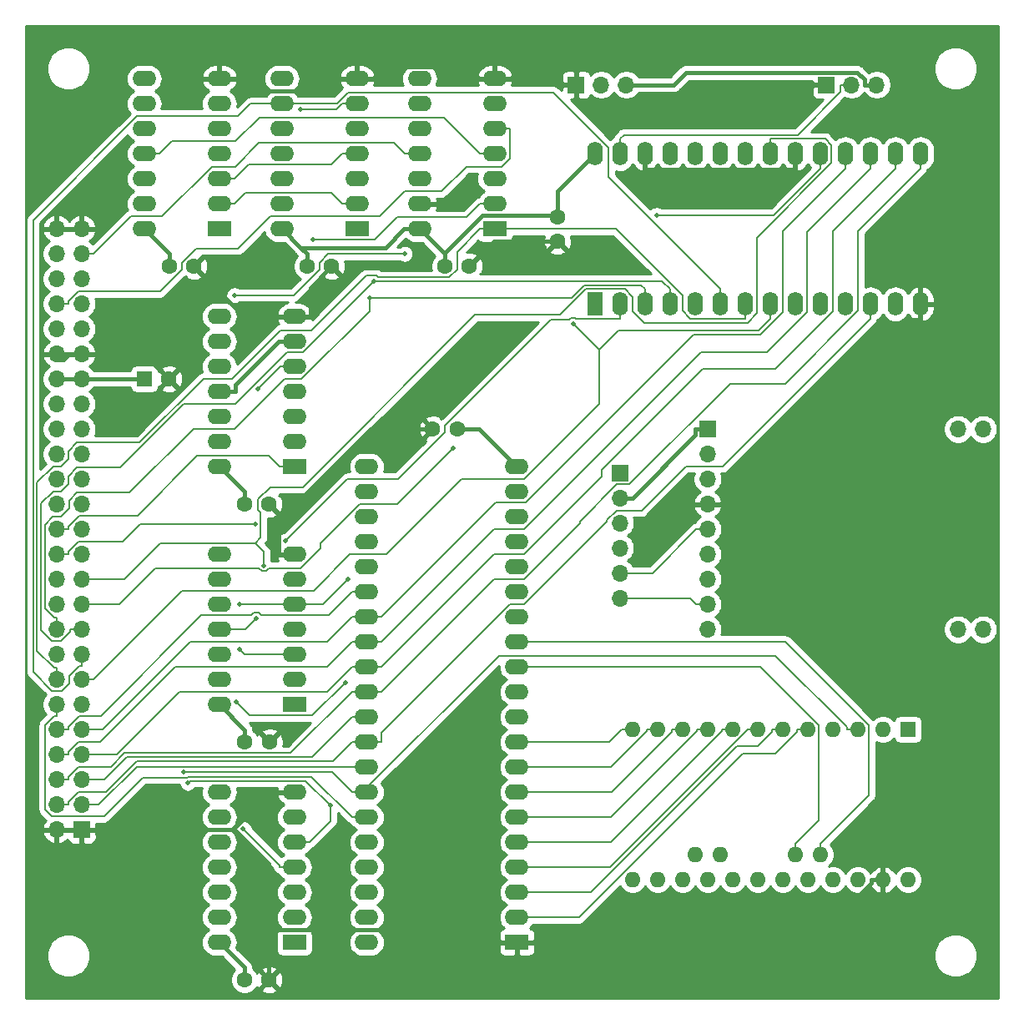
<source format=gtl>
G04 #@! TF.GenerationSoftware,KiCad,Pcbnew,(5.1.9)-1*
G04 #@! TF.CreationDate,2025-02-11T22:07:12+09:00*
G04 #@! TF.ProjectId,JR-200_SD,4a522d32-3030-45f5-9344-2e6b69636164,rev?*
G04 #@! TF.SameCoordinates,PX53920b0PY93c3260*
G04 #@! TF.FileFunction,Copper,L1,Top*
G04 #@! TF.FilePolarity,Positive*
%FSLAX46Y46*%
G04 Gerber Fmt 4.6, Leading zero omitted, Abs format (unit mm)*
G04 Created by KiCad (PCBNEW (5.1.9)-1) date 2025-02-11 22:07:12*
%MOMM*%
%LPD*%
G01*
G04 APERTURE LIST*
G04 #@! TA.AperFunction,ComponentPad*
%ADD10C,1.600000*%
G04 #@! TD*
G04 #@! TA.AperFunction,ComponentPad*
%ADD11R,1.700000X1.700000*%
G04 #@! TD*
G04 #@! TA.AperFunction,ComponentPad*
%ADD12O,1.700000X1.700000*%
G04 #@! TD*
G04 #@! TA.AperFunction,ComponentPad*
%ADD13R,1.600000X1.600000*%
G04 #@! TD*
G04 #@! TA.AperFunction,ComponentPad*
%ADD14O,1.600000X1.600000*%
G04 #@! TD*
G04 #@! TA.AperFunction,ComponentPad*
%ADD15O,2.400000X1.600000*%
G04 #@! TD*
G04 #@! TA.AperFunction,ComponentPad*
%ADD16R,2.400000X1.600000*%
G04 #@! TD*
G04 #@! TA.AperFunction,ComponentPad*
%ADD17R,1.600000X2.400000*%
G04 #@! TD*
G04 #@! TA.AperFunction,ComponentPad*
%ADD18O,1.600000X2.400000*%
G04 #@! TD*
G04 #@! TA.AperFunction,ViaPad*
%ADD19C,0.500000*%
G04 #@! TD*
G04 #@! TA.AperFunction,Conductor*
%ADD20C,0.400000*%
G04 #@! TD*
G04 #@! TA.AperFunction,Conductor*
%ADD21C,0.200000*%
G04 #@! TD*
G04 #@! TA.AperFunction,Conductor*
%ADD22C,0.254000*%
G04 #@! TD*
G04 #@! TA.AperFunction,Conductor*
%ADD23C,0.100000*%
G04 #@! TD*
G04 APERTURE END LIST*
D10*
X44450000Y58420000D03*
X41950000Y58420000D03*
X54610000Y77470000D03*
X54610000Y79970000D03*
D11*
X69850000Y58420000D03*
D12*
X69850000Y55880000D03*
X69850000Y53340000D03*
X69850000Y50800000D03*
X69850000Y48260000D03*
X69850000Y45720000D03*
X69850000Y43180000D03*
X69850000Y40640000D03*
X69850000Y38100000D03*
X97790000Y38100000D03*
X95250000Y38100000D03*
X97790000Y58420000D03*
X95250000Y58420000D03*
D13*
X90170000Y27940000D03*
D14*
X87630000Y27940000D03*
X85090000Y27940000D03*
X62230000Y12700000D03*
X82550000Y27940000D03*
X64770000Y12700000D03*
X80010000Y27940000D03*
X67310000Y12700000D03*
X77470000Y27940000D03*
X69850000Y12700000D03*
X74930000Y27940000D03*
X72390000Y12700000D03*
X72390000Y27940000D03*
X74930000Y12700000D03*
X69850000Y27940000D03*
X77470000Y12700000D03*
X67310000Y27940000D03*
X80010000Y12700000D03*
X64770000Y27940000D03*
X82550000Y12700000D03*
X62230000Y27940000D03*
X85090000Y12700000D03*
X87630000Y12700000D03*
X90170000Y12700000D03*
X81280000Y15240000D03*
X78740000Y15240000D03*
X71120000Y15240000D03*
X68580000Y15240000D03*
D11*
X60960000Y53975000D03*
D12*
X60960000Y51435000D03*
X60960000Y48895000D03*
X60960000Y46355000D03*
X60960000Y43815000D03*
X60960000Y41275000D03*
D11*
X6350000Y17780000D03*
D12*
X3810000Y17780000D03*
X6350000Y20320000D03*
X3810000Y20320000D03*
X6350000Y22860000D03*
X3810000Y22860000D03*
X6350000Y25400000D03*
X3810000Y25400000D03*
X6350000Y27940000D03*
X3810000Y27940000D03*
X6350000Y30480000D03*
X3810000Y30480000D03*
X6350000Y33020000D03*
X3810000Y33020000D03*
X6350000Y35560000D03*
X3810000Y35560000D03*
X6350000Y38100000D03*
X3810000Y38100000D03*
X6350000Y40640000D03*
X3810000Y40640000D03*
X6350000Y43180000D03*
X3810000Y43180000D03*
X6350000Y45720000D03*
X3810000Y45720000D03*
X6350000Y48260000D03*
X3810000Y48260000D03*
X6350000Y50800000D03*
X3810000Y50800000D03*
X6350000Y53340000D03*
X3810000Y53340000D03*
X6350000Y55880000D03*
X3810000Y55880000D03*
X6350000Y58420000D03*
X3810000Y58420000D03*
X6350000Y60960000D03*
X3810000Y60960000D03*
X6350000Y63500000D03*
X3810000Y63500000D03*
X6350000Y66040000D03*
X3810000Y66040000D03*
X6350000Y68580000D03*
X3810000Y68580000D03*
X6350000Y71120000D03*
X3810000Y71120000D03*
X6350000Y73660000D03*
X3810000Y73660000D03*
X6350000Y76200000D03*
X3810000Y76200000D03*
X6350000Y78740000D03*
X3810000Y78740000D03*
D13*
X12700000Y63500000D03*
D10*
X15200000Y63500000D03*
D15*
X20320000Y30480000D03*
X27940000Y45720000D03*
X20320000Y33020000D03*
X27940000Y43180000D03*
X20320000Y35560000D03*
X27940000Y40640000D03*
X20320000Y38100000D03*
X27940000Y38100000D03*
X20320000Y40640000D03*
X27940000Y35560000D03*
X20320000Y43180000D03*
X27940000Y33020000D03*
X20320000Y45720000D03*
D16*
X27940000Y30480000D03*
X27940000Y54610000D03*
D15*
X20320000Y69850000D03*
X27940000Y57150000D03*
X20320000Y67310000D03*
X27940000Y59690000D03*
X20320000Y64770000D03*
X27940000Y62230000D03*
X20320000Y62230000D03*
X27940000Y64770000D03*
X20320000Y59690000D03*
X27940000Y67310000D03*
X20320000Y57150000D03*
X27940000Y69850000D03*
X20320000Y54610000D03*
D16*
X34290000Y78740000D03*
D15*
X26670000Y93980000D03*
X34290000Y81280000D03*
X26670000Y91440000D03*
X34290000Y83820000D03*
X26670000Y88900000D03*
X34290000Y86360000D03*
X26670000Y86360000D03*
X34290000Y88900000D03*
X26670000Y83820000D03*
X34290000Y91440000D03*
X26670000Y81280000D03*
X34290000Y93980000D03*
X26670000Y78740000D03*
X20320000Y6350000D03*
X27940000Y21590000D03*
X20320000Y8890000D03*
X27940000Y19050000D03*
X20320000Y11430000D03*
X27940000Y16510000D03*
X20320000Y13970000D03*
X27940000Y13970000D03*
X20320000Y16510000D03*
X27940000Y11430000D03*
X20320000Y19050000D03*
X27940000Y8890000D03*
X20320000Y21590000D03*
D16*
X27940000Y6350000D03*
D15*
X12700000Y78740000D03*
X20320000Y93980000D03*
X12700000Y81280000D03*
X20320000Y91440000D03*
X12700000Y83820000D03*
X20320000Y88900000D03*
X12700000Y86360000D03*
X20320000Y86360000D03*
X12700000Y88900000D03*
X20320000Y83820000D03*
X12700000Y91440000D03*
X20320000Y81280000D03*
X12700000Y93980000D03*
D16*
X20320000Y78740000D03*
D10*
X22860000Y50800000D03*
X25360000Y50800000D03*
X22860000Y2540000D03*
X25360000Y2540000D03*
X15240000Y74930000D03*
X17740000Y74930000D03*
X25400000Y26670000D03*
X22900000Y26670000D03*
X29210000Y74930000D03*
X31710000Y74930000D03*
X45680000Y74930000D03*
X43180000Y74930000D03*
D11*
X56515000Y93345000D03*
D12*
X59055000Y93345000D03*
X61595000Y93345000D03*
X86995000Y93345000D03*
X84455000Y93345000D03*
D11*
X81915000Y93345000D03*
D17*
X58420000Y71120000D03*
D18*
X91440000Y86360000D03*
X60960000Y71120000D03*
X88900000Y86360000D03*
X63500000Y71120000D03*
X86360000Y86360000D03*
X66040000Y71120000D03*
X83820000Y86360000D03*
X68580000Y71120000D03*
X81280000Y86360000D03*
X71120000Y71120000D03*
X78740000Y86360000D03*
X73660000Y71120000D03*
X76200000Y86360000D03*
X76200000Y71120000D03*
X73660000Y86360000D03*
X78740000Y71120000D03*
X71120000Y86360000D03*
X81280000Y71120000D03*
X68580000Y86360000D03*
X83820000Y71120000D03*
X66040000Y86360000D03*
X86360000Y71120000D03*
X63500000Y86360000D03*
X88900000Y71120000D03*
X60960000Y86360000D03*
X91440000Y71120000D03*
X58420000Y86360000D03*
D16*
X50500000Y6350000D03*
D15*
X35260000Y54610000D03*
X50500000Y8890000D03*
X35260000Y52070000D03*
X50500000Y11430000D03*
X35260000Y49530000D03*
X50500000Y13970000D03*
X35260000Y46990000D03*
X50500000Y16510000D03*
X35260000Y44450000D03*
X50500000Y19050000D03*
X35260000Y41910000D03*
X50500000Y21590000D03*
X35260000Y39370000D03*
X50500000Y24130000D03*
X35260000Y36830000D03*
X50500000Y26670000D03*
X35260000Y34290000D03*
X50500000Y29210000D03*
X35260000Y31750000D03*
X50500000Y31750000D03*
X35260000Y29210000D03*
X50500000Y34290000D03*
X35260000Y26670000D03*
X50500000Y36830000D03*
X35260000Y24130000D03*
X50500000Y39370000D03*
X35260000Y21590000D03*
X50500000Y41910000D03*
X35260000Y19050000D03*
X50500000Y44450000D03*
X35260000Y16510000D03*
X50500000Y46990000D03*
X35260000Y13970000D03*
X50500000Y49530000D03*
X35260000Y11430000D03*
X50500000Y52070000D03*
X35260000Y8890000D03*
X50500000Y54610000D03*
X35260000Y6350000D03*
D16*
X48260000Y78740000D03*
D15*
X40640000Y93980000D03*
X48260000Y81280000D03*
X40640000Y91440000D03*
X48260000Y83820000D03*
X40640000Y88900000D03*
X48260000Y86360000D03*
X40640000Y86360000D03*
X48260000Y88900000D03*
X40640000Y83820000D03*
X48260000Y91440000D03*
X40640000Y81280000D03*
X48260000Y93980000D03*
X40640000Y78740000D03*
D19*
X44057100Y56470600D03*
X22012800Y30749900D03*
X33122900Y32726100D03*
X56215600Y69126100D03*
X24837200Y44568000D03*
X17116600Y22516100D03*
X31591900Y20224200D03*
X24066400Y39248600D03*
X27027200Y47084800D03*
X23964700Y48807200D03*
X35991100Y73401600D03*
X22383700Y36083700D03*
X35558800Y71743000D03*
X22334900Y40640000D03*
X33406400Y43180000D03*
X16662400Y23624800D03*
X64692000Y80137400D03*
X22735900Y17852000D03*
X24219000Y62487100D03*
X21820300Y71998000D03*
X39112100Y76176800D03*
X28549000Y90834000D03*
X29834400Y77639700D03*
D20*
X39039700Y78740000D02*
X37139000Y76839300D01*
X37139000Y76839300D02*
X28570700Y76839300D01*
X62845300Y93345000D02*
X66366900Y93345000D01*
X66366900Y93345000D02*
X67621400Y94599500D01*
X67621400Y94599500D02*
X85008300Y94599500D01*
X85008300Y94599500D02*
X85744700Y93863100D01*
X85744700Y93863100D02*
X85744700Y93345000D01*
X43180000Y76200000D02*
X40640000Y78740000D01*
X43180000Y74930000D02*
X43180000Y76200000D01*
X54610000Y80079600D02*
X46979400Y80079600D01*
X46979400Y80079600D02*
X43180000Y76280200D01*
X43180000Y76280200D02*
X43180000Y76200000D01*
X54610000Y80079600D02*
X54610000Y82550000D01*
X54610000Y82550000D02*
X58420000Y86360000D01*
X54610000Y79970000D02*
X54610000Y80079600D01*
X69850000Y58420000D02*
X68599700Y58420000D01*
X60960000Y51435000D02*
X62210300Y51435000D01*
X62210300Y51435000D02*
X68599700Y57824400D01*
X68599700Y57824400D02*
X68599700Y58420000D01*
X86995000Y93345000D02*
X85744700Y93345000D01*
X61595000Y93345000D02*
X62845300Y93345000D01*
X40640000Y78740000D02*
X39039700Y78740000D01*
X28570700Y76839300D02*
X26670000Y78740000D01*
X29210000Y74930000D02*
X29210000Y76200000D01*
X29210000Y76200000D02*
X28570700Y76839300D01*
X26339700Y67310000D02*
X21920300Y62890600D01*
X21920300Y62890600D02*
X21920300Y62230000D01*
X27940000Y67310000D02*
X26339700Y67310000D01*
X20320000Y62230000D02*
X21920300Y62230000D01*
X15240000Y74930000D02*
X15240000Y76200000D01*
X15240000Y76200000D02*
X12700000Y78740000D01*
X44450000Y58420000D02*
X46690000Y58420000D01*
X46690000Y58420000D02*
X50500000Y54610000D01*
X12700000Y63500000D02*
X6350000Y63500000D01*
X6350000Y63500000D02*
X3810000Y63500000D01*
X22860000Y2540000D02*
X22860000Y3810000D01*
X22860000Y3810000D02*
X20320000Y6350000D01*
X22900000Y26670000D02*
X22900000Y27900000D01*
X22900000Y27900000D02*
X20320000Y30480000D01*
X22860000Y50800000D02*
X22860000Y52070000D01*
X22860000Y52070000D02*
X20320000Y54610000D01*
X50500000Y6350000D02*
X48899700Y6350000D01*
X25360000Y7620000D02*
X47629700Y7620000D01*
X47629700Y7620000D02*
X48899700Y6350000D01*
X25360000Y7620000D02*
X25360000Y2540000D01*
X21887800Y17780000D02*
X25360000Y14307800D01*
X25360000Y14307800D02*
X25360000Y7620000D01*
X27940000Y69850000D02*
X29540300Y69850000D01*
X29540300Y69850000D02*
X29540300Y72760300D01*
X29540300Y72760300D02*
X31710000Y74930000D01*
X17740000Y74930000D02*
X22820000Y69850000D01*
X22820000Y69850000D02*
X27940000Y69850000D01*
X69850000Y50800000D02*
X71100300Y50800000D01*
X91440000Y71120000D02*
X91440000Y69519700D01*
X91440000Y69519700D02*
X89820000Y69519700D01*
X89820000Y69519700D02*
X71100300Y50800000D01*
X87630000Y12700000D02*
X86429700Y12700000D01*
X50500000Y6350000D02*
X80452700Y6350000D01*
X80452700Y6350000D02*
X86429700Y12327000D01*
X86429700Y12327000D02*
X86429700Y12700000D01*
X21887800Y17780000D02*
X7600300Y17780000D01*
X26339700Y21590000D02*
X25506100Y21590000D01*
X25506100Y21590000D02*
X21887800Y17971700D01*
X21887800Y17971700D02*
X21887800Y17780000D01*
X78740000Y86360000D02*
X78740000Y84759700D01*
X63500000Y86360000D02*
X63500000Y84759700D01*
X63500000Y84759700D02*
X78740000Y84759700D01*
X15200000Y63500000D02*
X12660000Y66040000D01*
X12660000Y66040000D02*
X6350000Y66040000D01*
X54610000Y77470000D02*
X48220000Y77470000D01*
X48220000Y77470000D02*
X45680000Y74930000D01*
X26710300Y49449700D02*
X25360000Y50800000D01*
X41950000Y58420000D02*
X35680600Y58420000D01*
X35680600Y58420000D02*
X26710300Y49449700D01*
X26710300Y49449700D02*
X26339700Y49079100D01*
X26339700Y49079100D02*
X26339700Y45720000D01*
X27940000Y45720000D02*
X26339700Y45720000D01*
X48260000Y93980000D02*
X46659700Y93980000D01*
X46659700Y93980000D02*
X45442000Y95197700D01*
X45442000Y95197700D02*
X37108000Y95197700D01*
X37108000Y95197700D02*
X35890300Y93980000D01*
X55264700Y93345000D02*
X54629700Y93980000D01*
X54629700Y93980000D02*
X48260000Y93980000D01*
X34290000Y93980000D02*
X35890300Y93980000D01*
X6350000Y78740000D02*
X3810000Y78740000D01*
X32689700Y93980000D02*
X31419800Y92710100D01*
X31419800Y92710100D02*
X23190200Y92710100D01*
X23190200Y92710100D02*
X21920300Y93980000D01*
X6350000Y17780000D02*
X7600300Y17780000D01*
X6350000Y66040000D02*
X5099700Y66040000D01*
X3810000Y65414900D02*
X4474600Y65414900D01*
X4474600Y65414900D02*
X5099700Y66040000D01*
X3810000Y66040000D02*
X3810000Y65414900D01*
X27940000Y21590000D02*
X26339700Y21590000D01*
X3810000Y17780000D02*
X6350000Y17780000D01*
X20320000Y93980000D02*
X21920300Y93980000D01*
X34290000Y93980000D02*
X32689700Y93980000D01*
X56515000Y93345000D02*
X55264700Y93345000D01*
D21*
X6350000Y40640000D02*
X10195800Y40640000D01*
X10195800Y40640000D02*
X13846800Y44291000D01*
X13846800Y44291000D02*
X24336000Y44291000D01*
X24336000Y44291000D02*
X24609300Y44017700D01*
X24609300Y44017700D02*
X25065200Y44017700D01*
X25065200Y44017700D02*
X25338500Y44291000D01*
X25338500Y44291000D02*
X28545800Y44291000D01*
X28545800Y44291000D02*
X30545800Y46291000D01*
X30545800Y46291000D02*
X30545800Y46825800D01*
X30545800Y46825800D02*
X34520000Y50800000D01*
X34520000Y50800000D02*
X38386500Y50800000D01*
X38386500Y50800000D02*
X44057100Y56470600D01*
X3810000Y30480000D02*
X3810000Y29329700D01*
X35260000Y19050000D02*
X33759700Y19050000D01*
X33759700Y19050000D02*
X29679200Y23130500D01*
X29679200Y23130500D02*
X17083700Y23130500D01*
X17083700Y23130500D02*
X17027600Y23074400D01*
X17027600Y23074400D02*
X12545200Y23074400D01*
X12545200Y23074400D02*
X8612400Y19141600D01*
X8612400Y19141600D02*
X3300600Y19141600D01*
X3300600Y19141600D02*
X2640400Y19801800D01*
X2640400Y19801800D02*
X2640400Y28398500D01*
X2640400Y28398500D02*
X3571600Y29329700D01*
X3571600Y29329700D02*
X3810000Y29329700D01*
X33122900Y32726100D02*
X29747200Y29350400D01*
X29747200Y29350400D02*
X23412300Y29350400D01*
X23412300Y29350400D02*
X22012800Y30749900D01*
X58848400Y66493300D02*
X60773900Y68418800D01*
X60773900Y68418800D02*
X74999100Y68418800D01*
X74999100Y68418800D02*
X76200000Y69619700D01*
X7500300Y33020000D02*
X16500600Y42020300D01*
X16500600Y42020300D02*
X29862100Y42020300D01*
X29862100Y42020300D02*
X33561800Y45720000D01*
X33561800Y45720000D02*
X37230800Y45720000D01*
X37230800Y45720000D02*
X44850800Y53340000D01*
X44850800Y53340000D02*
X51246300Y53340000D01*
X51246300Y53340000D02*
X58848400Y60942100D01*
X58848400Y60942100D02*
X58848400Y66493300D01*
X56215600Y69126100D02*
X58848400Y66493300D01*
X76200000Y71120000D02*
X76200000Y69619700D01*
X6350000Y33020000D02*
X7500300Y33020000D01*
X23931800Y46846800D02*
X24515000Y47430000D01*
X24515000Y47430000D02*
X24515000Y49918000D01*
X24515000Y49918000D02*
X24251500Y50181500D01*
X24251500Y50181500D02*
X24251500Y51287900D01*
X24251500Y51287900D02*
X25499300Y52535700D01*
X25499300Y52535700D02*
X28751900Y52535700D01*
X28751900Y52535700D02*
X46236000Y70019800D01*
X46236000Y70019800D02*
X54895100Y70019800D01*
X54895100Y70019800D02*
X57495600Y72620300D01*
X57495600Y72620300D02*
X61434700Y72620300D01*
X61434700Y72620300D02*
X62230000Y71825000D01*
X62230000Y71825000D02*
X62230000Y70382800D01*
X62230000Y70382800D02*
X63393400Y69219400D01*
X63393400Y69219400D02*
X73879500Y69219400D01*
X73879500Y69219400D02*
X74843600Y70183500D01*
X74843600Y70183500D02*
X74843600Y77857000D01*
X74843600Y77857000D02*
X82424300Y85437700D01*
X82424300Y85437700D02*
X82424300Y87210800D01*
X82424300Y87210800D02*
X81774800Y87860300D01*
X81774800Y87860300D02*
X76200000Y87860300D01*
X6350000Y43180000D02*
X10658300Y43180000D01*
X10658300Y43180000D02*
X14325100Y46846800D01*
X14325100Y46846800D02*
X23931800Y46846800D01*
X23931800Y46846800D02*
X24837200Y45941400D01*
X24837200Y45941400D02*
X24837200Y44568000D01*
X76200000Y86360000D02*
X76200000Y87860300D01*
X3810000Y34170300D02*
X3571700Y34170300D01*
X3571700Y34170300D02*
X1823400Y35918600D01*
X1823400Y35918600D02*
X1823400Y52989400D01*
X1823400Y52989400D02*
X3444000Y54610000D01*
X3444000Y54610000D02*
X4228500Y54610000D01*
X4228500Y54610000D02*
X4960400Y55341900D01*
X4960400Y55341900D02*
X4960400Y56178900D01*
X4960400Y56178900D02*
X5811900Y57030400D01*
X5811900Y57030400D02*
X12212000Y57030400D01*
X12212000Y57030400D02*
X18681600Y63500000D01*
X18681600Y63500000D02*
X21614500Y63500000D01*
X21614500Y63500000D02*
X26536200Y68421700D01*
X26536200Y68421700D02*
X29656800Y68421700D01*
X29656800Y68421700D02*
X35217100Y73982000D01*
X35217100Y73982000D02*
X36220400Y73982000D01*
X36220400Y73982000D02*
X36400400Y73802000D01*
X36400400Y73802000D02*
X43617800Y73802000D01*
X43617800Y73802000D02*
X44430000Y74614200D01*
X44430000Y74614200D02*
X44430000Y76410300D01*
X44430000Y76410300D02*
X46759700Y78740000D01*
X3810000Y33020000D02*
X3810000Y34170300D01*
X48260000Y78740000D02*
X46759700Y78740000D01*
X73660000Y69619700D02*
X68113000Y69619700D01*
X68113000Y69619700D02*
X67310000Y70422700D01*
X67310000Y70422700D02*
X67310000Y71949500D01*
X67310000Y71949500D02*
X60519500Y78740000D01*
X60519500Y78740000D02*
X48260000Y78740000D01*
X73660000Y71120000D02*
X73660000Y69619700D01*
X31591900Y20224200D02*
X29086000Y22730100D01*
X29086000Y22730100D02*
X17330600Y22730100D01*
X17330600Y22730100D02*
X17116600Y22516100D01*
X29440300Y16510000D02*
X31591900Y18661600D01*
X31591900Y18661600D02*
X31591900Y20224200D01*
X27940000Y16510000D02*
X29440300Y16510000D01*
X6350000Y35560000D02*
X6350000Y34409700D01*
X26670000Y91440000D02*
X23463300Y91440000D01*
X23463300Y91440000D02*
X22193300Y90170000D01*
X22193300Y90170000D02*
X11974800Y90170000D01*
X11974800Y90170000D02*
X1422900Y79618100D01*
X1422900Y79618100D02*
X1422900Y33776600D01*
X1422900Y33776600D02*
X3329900Y31869600D01*
X3329900Y31869600D02*
X4348100Y31869600D01*
X4348100Y31869600D02*
X5080000Y32601500D01*
X5080000Y32601500D02*
X5080000Y33378100D01*
X5080000Y33378100D02*
X6111600Y34409700D01*
X6111600Y34409700D02*
X6350000Y34409700D01*
X71120000Y72620300D02*
X59776400Y83963900D01*
X59776400Y83963900D02*
X59776400Y86976700D01*
X59776400Y86976700D02*
X54192300Y92560800D01*
X54192300Y92560800D02*
X33344200Y92560800D01*
X33344200Y92560800D02*
X32223400Y91440000D01*
X32223400Y91440000D02*
X26670000Y91440000D01*
X71120000Y71120000D02*
X71120000Y72620300D01*
X60960000Y69619700D02*
X56500300Y69619700D01*
X56500300Y69619700D02*
X56443600Y69676400D01*
X56443600Y69676400D02*
X55987700Y69676400D01*
X55987700Y69676400D02*
X55789400Y69478100D01*
X55789400Y69478100D02*
X53919400Y69478100D01*
X53919400Y69478100D02*
X43200000Y58758700D01*
X43200000Y58758700D02*
X43200000Y58110400D01*
X43200000Y58110400D02*
X38429600Y53340000D01*
X38429600Y53340000D02*
X33282400Y53340000D01*
X33282400Y53340000D02*
X27027200Y47084800D01*
X20320000Y38100000D02*
X22917800Y38100000D01*
X22917800Y38100000D02*
X24066400Y39248600D01*
X60960000Y71120000D02*
X60960000Y69619700D01*
X3810000Y45720000D02*
X4960300Y45720000D01*
X23964700Y48807200D02*
X12322000Y48807200D01*
X12322000Y48807200D02*
X10504800Y46990000D01*
X10504800Y46990000D02*
X5991900Y46990000D01*
X5991900Y46990000D02*
X4960300Y45958400D01*
X4960300Y45958400D02*
X4960300Y45720000D01*
X5199700Y38100000D02*
X5199700Y37861700D01*
X5199700Y37861700D02*
X4242500Y36904500D01*
X4242500Y36904500D02*
X3341000Y36904500D01*
X3341000Y36904500D02*
X2224000Y38021500D01*
X2224000Y38021500D02*
X2224000Y50850000D01*
X2224000Y50850000D02*
X3444000Y52070000D01*
X3444000Y52070000D02*
X4228500Y52070000D01*
X4228500Y52070000D02*
X4960400Y52801900D01*
X4960400Y52801900D02*
X4960400Y53638900D01*
X4960400Y53638900D02*
X5811900Y54490400D01*
X5811900Y54490400D02*
X10238300Y54490400D01*
X10238300Y54490400D02*
X16707900Y60960000D01*
X16707900Y60960000D02*
X21903500Y60960000D01*
X21903500Y60960000D02*
X27153100Y66209600D01*
X27153100Y66209600D02*
X28799100Y66209600D01*
X28799100Y66209600D02*
X35991100Y73401600D01*
X66040000Y72620300D02*
X65239400Y73420900D01*
X65239400Y73420900D02*
X57164000Y73420900D01*
X57164000Y73420900D02*
X57144700Y73401600D01*
X57144700Y73401600D02*
X35991100Y73401600D01*
X6350000Y38100000D02*
X5199700Y38100000D01*
X66040000Y71120000D02*
X66040000Y72620300D01*
X27940000Y35560000D02*
X22907400Y35560000D01*
X22907400Y35560000D02*
X22383700Y36083700D01*
X63500000Y72620300D02*
X63099700Y73020600D01*
X63099700Y73020600D02*
X57329800Y73020600D01*
X57329800Y73020600D02*
X56052200Y71743000D01*
X56052200Y71743000D02*
X35558800Y71743000D01*
X3810000Y38100000D02*
X3810000Y39250300D01*
X35558800Y71743000D02*
X35558800Y70405300D01*
X35558800Y70405300D02*
X28653500Y63500000D01*
X28653500Y63500000D02*
X26969600Y63500000D01*
X26969600Y63500000D02*
X21889600Y58420000D01*
X21889600Y58420000D02*
X17676000Y58420000D01*
X17676000Y58420000D02*
X11206500Y51950500D01*
X11206500Y51950500D02*
X5867800Y51950500D01*
X5867800Y51950500D02*
X5080100Y51162800D01*
X5080100Y51162800D02*
X5080100Y50405900D01*
X5080100Y50405900D02*
X4204200Y49530000D01*
X4204200Y49530000D02*
X3431800Y49530000D01*
X3431800Y49530000D02*
X2624400Y48722600D01*
X2624400Y48722600D02*
X2624400Y40197500D01*
X2624400Y40197500D02*
X3571600Y39250300D01*
X3571600Y39250300D02*
X3810000Y39250300D01*
X63500000Y71120000D02*
X63500000Y72620300D01*
X3810000Y48260000D02*
X4960300Y48260000D01*
X27940000Y54610000D02*
X26439700Y54610000D01*
X26439700Y54610000D02*
X25339300Y55710400D01*
X25339300Y55710400D02*
X18073800Y55710400D01*
X18073800Y55710400D02*
X12013000Y49649600D01*
X12013000Y49649600D02*
X6111500Y49649600D01*
X6111500Y49649600D02*
X4960300Y48498400D01*
X4960300Y48498400D02*
X4960300Y48260000D01*
X27940000Y40640000D02*
X22334900Y40640000D01*
X33406400Y43180000D02*
X30866400Y40640000D01*
X30866400Y40640000D02*
X27940000Y40640000D01*
X33759700Y21590000D02*
X31724900Y23624800D01*
X31724900Y23624800D02*
X16662400Y23624800D01*
X34826500Y21590000D02*
X48662800Y35426300D01*
X48662800Y35426300D02*
X76731400Y35426300D01*
X76731400Y35426300D02*
X83989700Y28168000D01*
X83989700Y28168000D02*
X83989700Y27940000D01*
X85090000Y27940000D02*
X83989700Y27940000D01*
X34826500Y21590000D02*
X33759700Y21590000D01*
X35260000Y21590000D02*
X34826500Y21590000D01*
X69850000Y48260000D02*
X68699700Y48260000D01*
X60960000Y43815000D02*
X64254700Y43815000D01*
X64254700Y43815000D02*
X68699700Y48260000D01*
X69850000Y40640000D02*
X68699700Y40640000D01*
X60960000Y41275000D02*
X68064700Y41275000D01*
X68064700Y41275000D02*
X68699700Y40640000D01*
X33759700Y24130000D02*
X33714600Y24175100D01*
X33714600Y24175100D02*
X11921400Y24175100D01*
X11921400Y24175100D02*
X8066300Y20320000D01*
X8066300Y20320000D02*
X7500300Y20320000D01*
X34881700Y24130000D02*
X35260000Y24130000D01*
X34881700Y24130000D02*
X33759700Y24130000D01*
X6350000Y20320000D02*
X7500300Y20320000D01*
X33759700Y29210000D02*
X29693900Y25144200D01*
X29693900Y25144200D02*
X10909500Y25144200D01*
X10909500Y25144200D02*
X8625300Y22860000D01*
X8625300Y22860000D02*
X7500300Y22860000D01*
X35260000Y29210000D02*
X33759700Y29210000D01*
X6350000Y22860000D02*
X7500300Y22860000D01*
X88900000Y86360000D02*
X88900000Y84859700D01*
X35260000Y34290000D02*
X36760300Y34290000D01*
X36760300Y34290000D02*
X48190300Y45720000D01*
X48190300Y45720000D02*
X51198900Y45720000D01*
X51198900Y45720000D02*
X59087100Y53608200D01*
X59087100Y53608200D02*
X59087100Y54262600D01*
X59087100Y54262600D02*
X69324100Y64499600D01*
X69324100Y64499600D02*
X76689700Y64499600D01*
X76689700Y64499600D02*
X82550000Y70359900D01*
X82550000Y70359900D02*
X82550000Y78509700D01*
X82550000Y78509700D02*
X88900000Y84859700D01*
X34881700Y34290000D02*
X35260000Y34290000D01*
X34881700Y34290000D02*
X33759700Y34290000D01*
X33759700Y34290000D02*
X31219700Y31750000D01*
X31219700Y31750000D02*
X16265700Y31750000D01*
X16265700Y31750000D02*
X9915700Y25400000D01*
X9915700Y25400000D02*
X6350000Y25400000D01*
X36760300Y39370000D02*
X48353400Y50963100D01*
X48353400Y50963100D02*
X51376600Y50963100D01*
X51376600Y50963100D02*
X68382000Y67968500D01*
X68382000Y67968500D02*
X75163900Y67968500D01*
X75163900Y67968500D02*
X77470000Y70274600D01*
X77470000Y70274600D02*
X77470000Y78509700D01*
X77470000Y78509700D02*
X83820000Y84859700D01*
X83820000Y86360000D02*
X83820000Y84859700D01*
X35260000Y39370000D02*
X36760300Y39370000D01*
X34881700Y39370000D02*
X35260000Y39370000D01*
X34881700Y39370000D02*
X33759700Y39370000D01*
X33759700Y39370000D02*
X31219700Y36830000D01*
X31219700Y36830000D02*
X17396300Y36830000D01*
X17396300Y36830000D02*
X8506300Y27940000D01*
X8506300Y27940000D02*
X6350000Y27940000D01*
X33759700Y26670000D02*
X31821400Y24731700D01*
X31821400Y24731700D02*
X11911700Y24731700D01*
X11911700Y24731700D02*
X8770000Y21590000D01*
X8770000Y21590000D02*
X5991900Y21590000D01*
X5991900Y21590000D02*
X4960300Y20558400D01*
X4960300Y20558400D02*
X4960300Y20320000D01*
X35260000Y26670000D02*
X33759700Y26670000D01*
X3810000Y20320000D02*
X4960300Y20320000D01*
X35693500Y26670000D02*
X35260000Y26670000D01*
X35693500Y26670000D02*
X36760300Y26670000D01*
X86360000Y71120000D02*
X86360000Y69619700D01*
X36760300Y26670000D02*
X36760300Y27607700D01*
X36760300Y27607700D02*
X49823100Y40670500D01*
X49823100Y40670500D02*
X51245700Y40670500D01*
X51245700Y40670500D02*
X59611300Y49036100D01*
X59611300Y49036100D02*
X59611300Y49177300D01*
X59611300Y49177300D02*
X60599000Y50165000D01*
X60599000Y50165000D02*
X63147700Y50165000D01*
X63147700Y50165000D02*
X67614900Y54632200D01*
X67614900Y54632200D02*
X71372500Y54632200D01*
X71372500Y54632200D02*
X86360000Y69619700D01*
X33759700Y31750000D02*
X27554300Y25544600D01*
X27554300Y25544600D02*
X10709500Y25544600D01*
X10709500Y25544600D02*
X9294900Y24130000D01*
X9294900Y24130000D02*
X5991900Y24130000D01*
X5991900Y24130000D02*
X4960300Y23098400D01*
X4960300Y23098400D02*
X4960300Y22860000D01*
X91440000Y86360000D02*
X91440000Y84859700D01*
X35260000Y31750000D02*
X36760300Y31750000D01*
X36760300Y31750000D02*
X48190300Y43180000D01*
X48190300Y43180000D02*
X51223300Y43180000D01*
X51223300Y43180000D02*
X56883700Y48840400D01*
X56883700Y48840400D02*
X56883700Y49049700D01*
X56883700Y49049700D02*
X60658600Y52824600D01*
X60658600Y52824600D02*
X61934500Y52824600D01*
X61934500Y52824600D02*
X72140100Y63030200D01*
X72140100Y63030200D02*
X77700700Y63030200D01*
X77700700Y63030200D02*
X85090000Y70419500D01*
X85090000Y70419500D02*
X85090000Y78509700D01*
X85090000Y78509700D02*
X91440000Y84859700D01*
X35070900Y31750000D02*
X35260000Y31750000D01*
X35070900Y31750000D02*
X33759700Y31750000D01*
X3810000Y22860000D02*
X4960300Y22860000D01*
X86360000Y84859700D02*
X79923600Y78423300D01*
X79923600Y78423300D02*
X79923600Y70304400D01*
X79923600Y70304400D02*
X75871300Y66252100D01*
X75871300Y66252100D02*
X69208300Y66252100D01*
X69208300Y66252100D02*
X51216200Y48260000D01*
X51216200Y48260000D02*
X48190300Y48260000D01*
X48190300Y48260000D02*
X36760300Y36830000D01*
X35260000Y36830000D02*
X36760300Y36830000D01*
X86360000Y86360000D02*
X86360000Y84859700D01*
X3810000Y25400000D02*
X4960300Y25400000D01*
X35260000Y36830000D02*
X33759700Y36830000D01*
X33759700Y36830000D02*
X31219700Y34290000D01*
X31219700Y34290000D02*
X15803800Y34290000D01*
X15803800Y34290000D02*
X8183800Y26670000D01*
X8183800Y26670000D02*
X5991900Y26670000D01*
X5991900Y26670000D02*
X4960300Y25638400D01*
X4960300Y25638400D02*
X4960300Y25400000D01*
X81280000Y86360000D02*
X81280000Y84859700D01*
X64692000Y80137400D02*
X76557700Y80137400D01*
X76557700Y80137400D02*
X81280000Y84859700D01*
X4960300Y27940000D02*
X4960300Y28178400D01*
X4960300Y28178400D02*
X6111500Y29329600D01*
X6111500Y29329600D02*
X8278400Y29329600D01*
X8278400Y29329600D02*
X18488400Y39539600D01*
X18488400Y39539600D02*
X23579200Y39539600D01*
X23579200Y39539600D02*
X23838500Y39798900D01*
X23838500Y39798900D02*
X24294400Y39798900D01*
X24294400Y39798900D02*
X24553700Y39539600D01*
X24553700Y39539600D02*
X31389300Y39539600D01*
X31389300Y39539600D02*
X33759700Y41910000D01*
X3810000Y27940000D02*
X4960300Y27940000D01*
X35260000Y41910000D02*
X33759700Y41910000D01*
X6350000Y76200000D02*
X7500300Y76200000D01*
X40640000Y86360000D02*
X39139700Y86360000D01*
X39139700Y86360000D02*
X38028400Y87471300D01*
X38028400Y87471300D02*
X24346800Y87471300D01*
X24346800Y87471300D02*
X21918500Y85043000D01*
X21918500Y85043000D02*
X19543600Y85043000D01*
X19543600Y85043000D02*
X14510600Y80010000D01*
X14510600Y80010000D02*
X11310300Y80010000D01*
X11310300Y80010000D02*
X7500300Y76200000D01*
X27940000Y13970000D02*
X26439700Y13970000D01*
X26439700Y13970000D02*
X26439700Y14148200D01*
X26439700Y14148200D02*
X22735900Y17852000D01*
X26439700Y64770000D02*
X26439700Y64707800D01*
X26439700Y64707800D02*
X24219000Y62487100D01*
X27940000Y64770000D02*
X26439700Y64770000D01*
X21820300Y71998000D02*
X27854200Y71998000D01*
X27854200Y71998000D02*
X30460000Y74603800D01*
X30460000Y74603800D02*
X30460000Y75315100D01*
X30460000Y75315100D02*
X31321700Y76176800D01*
X31321700Y76176800D02*
X39112100Y76176800D01*
X50500000Y8890000D02*
X56812000Y8890000D01*
X56812000Y8890000D02*
X73451100Y25529100D01*
X73451100Y25529100D02*
X76726800Y25529100D01*
X76726800Y25529100D02*
X78909700Y27712000D01*
X78909700Y27712000D02*
X78909700Y27940000D01*
X80010000Y27940000D02*
X78909700Y27940000D01*
X20320000Y81280000D02*
X21820300Y81280000D01*
X34290000Y81280000D02*
X32789700Y81280000D01*
X32789700Y81280000D02*
X31678500Y82391200D01*
X31678500Y82391200D02*
X22931500Y82391200D01*
X22931500Y82391200D02*
X21820300Y81280000D01*
X20320000Y83820000D02*
X21820300Y83820000D01*
X34290000Y86360000D02*
X32789700Y86360000D01*
X32789700Y86360000D02*
X31689300Y85259600D01*
X31689300Y85259600D02*
X23259900Y85259600D01*
X23259900Y85259600D02*
X21820300Y83820000D01*
X34290000Y91440000D02*
X32789700Y91440000D01*
X32789700Y91440000D02*
X32183700Y90834000D01*
X32183700Y90834000D02*
X28549000Y90834000D01*
X77470000Y27940000D02*
X76369700Y27940000D01*
X50500000Y11430000D02*
X58002400Y11430000D01*
X58002400Y11430000D02*
X72815400Y26243000D01*
X72815400Y26243000D02*
X74900700Y26243000D01*
X74900700Y26243000D02*
X76369700Y27712000D01*
X76369700Y27712000D02*
X76369700Y27940000D01*
X73829700Y27940000D02*
X73829700Y27823600D01*
X73829700Y27823600D02*
X59976100Y13970000D01*
X59976100Y13970000D02*
X52000300Y13970000D01*
X50500000Y13970000D02*
X52000300Y13970000D01*
X74930000Y27940000D02*
X73829700Y27940000D01*
X83304700Y93345000D02*
X83304700Y92599800D01*
X83304700Y92599800D02*
X78965500Y88260600D01*
X78965500Y88260600D02*
X61360300Y88260600D01*
X61360300Y88260600D02*
X60960000Y87860300D01*
X84455000Y93345000D02*
X83304700Y93345000D01*
X60960000Y86360000D02*
X60960000Y87860300D01*
X3810000Y71120000D02*
X4960300Y71120000D01*
X48260000Y88900000D02*
X49760300Y88900000D01*
X49760300Y88900000D02*
X49760300Y85888800D01*
X49760300Y85888800D02*
X48906300Y85034800D01*
X48906300Y85034800D02*
X45346800Y85034800D01*
X45346800Y85034800D02*
X42862000Y82550000D01*
X42862000Y82550000D02*
X39160900Y82550000D01*
X39160900Y82550000D02*
X36620900Y80010000D01*
X36620900Y80010000D02*
X25482900Y80010000D01*
X25482900Y80010000D02*
X22210700Y76737800D01*
X22210700Y76737800D02*
X17928900Y76737800D01*
X17928900Y76737800D02*
X16490000Y75298900D01*
X16490000Y75298900D02*
X16490000Y74564200D01*
X16490000Y74564200D02*
X14315800Y72390000D01*
X14315800Y72390000D02*
X5991900Y72390000D01*
X5991900Y72390000D02*
X4960300Y71358400D01*
X4960300Y71358400D02*
X4960300Y71120000D01*
X50500000Y16510000D02*
X52000300Y16510000D01*
X71289700Y27940000D02*
X71289700Y27780400D01*
X71289700Y27780400D02*
X60019400Y16510100D01*
X60019400Y16510100D02*
X52000300Y16510100D01*
X52000300Y16510100D02*
X52000300Y16510000D01*
X72390000Y27940000D02*
X71289700Y27940000D01*
X78740000Y15240000D02*
X78740000Y16340300D01*
X50500000Y34290000D02*
X75226300Y34290000D01*
X75226300Y34290000D02*
X81150600Y28365700D01*
X81150600Y28365700D02*
X81150600Y18750900D01*
X81150600Y18750900D02*
X78740000Y16340300D01*
X81280000Y15240000D02*
X81280000Y16340300D01*
X50500000Y36830000D02*
X77760100Y36830000D01*
X77760100Y36830000D02*
X86224300Y28365800D01*
X86224300Y28365800D02*
X86224300Y21284600D01*
X86224300Y21284600D02*
X81280000Y16340300D01*
X50500000Y19050000D02*
X52000300Y19050000D01*
X68749700Y27940000D02*
X68749700Y27780400D01*
X68749700Y27780400D02*
X60019400Y19050100D01*
X60019400Y19050100D02*
X52000300Y19050100D01*
X52000300Y19050100D02*
X52000300Y19050000D01*
X69850000Y27940000D02*
X68749700Y27940000D01*
X67310000Y27940000D02*
X66209700Y27940000D01*
X50500000Y21590000D02*
X60087700Y21590000D01*
X60087700Y21590000D02*
X66209700Y27712000D01*
X66209700Y27712000D02*
X66209700Y27940000D01*
X46759700Y81280000D02*
X45378300Y79898600D01*
X45378300Y79898600D02*
X38319700Y79898600D01*
X38319700Y79898600D02*
X36060800Y77639700D01*
X36060800Y77639700D02*
X29834400Y77639700D01*
X48260000Y81280000D02*
X46759700Y81280000D01*
X12700000Y86360000D02*
X14200300Y86360000D01*
X48260000Y86360000D02*
X46759700Y86360000D01*
X46759700Y86360000D02*
X43095100Y90024600D01*
X43095100Y90024600D02*
X24360100Y90024600D01*
X24360100Y90024600D02*
X21965500Y87630000D01*
X21965500Y87630000D02*
X15470300Y87630000D01*
X15470300Y87630000D02*
X14200300Y86360000D01*
X63669700Y27940000D02*
X63669700Y27780500D01*
X63669700Y27780500D02*
X60019200Y24130000D01*
X60019200Y24130000D02*
X52000300Y24130000D01*
X50500000Y24130000D02*
X52000300Y24130000D01*
X64770000Y27940000D02*
X63669700Y27940000D01*
X62230000Y27940000D02*
X61129700Y27940000D01*
X50500000Y26670000D02*
X59859700Y26670000D01*
X59859700Y26670000D02*
X61129700Y27940000D01*
D22*
X99340000Y660000D02*
X660000Y660000D01*
X660000Y5220128D01*
X2765000Y5220128D01*
X2765000Y4779872D01*
X2850890Y4348075D01*
X3019369Y3941331D01*
X3263962Y3575271D01*
X3575271Y3263962D01*
X3941331Y3019369D01*
X4348075Y2850890D01*
X4779872Y2765000D01*
X5220128Y2765000D01*
X5651925Y2850890D01*
X6058669Y3019369D01*
X6424729Y3263962D01*
X6736038Y3575271D01*
X6980631Y3941331D01*
X7149110Y4348075D01*
X7235000Y4779872D01*
X7235000Y5220128D01*
X7149110Y5651925D01*
X6980631Y6058669D01*
X6736038Y6424729D01*
X6424729Y6736038D01*
X6058669Y6980631D01*
X5651925Y7149110D01*
X5220128Y7235000D01*
X4779872Y7235000D01*
X4348075Y7149110D01*
X3941331Y6980631D01*
X3575271Y6736038D01*
X3263962Y6424729D01*
X3019369Y6058669D01*
X2850890Y5651925D01*
X2765000Y5220128D01*
X660000Y5220128D01*
X660000Y17423110D01*
X2368524Y17423110D01*
X2413175Y17275901D01*
X2538359Y17013080D01*
X2712412Y16779731D01*
X2928645Y16584822D01*
X3178748Y16435843D01*
X3453109Y16338519D01*
X3683000Y16459186D01*
X3683000Y17653000D01*
X3937000Y17653000D01*
X3937000Y16459186D01*
X4166891Y16338519D01*
X4441252Y16435843D01*
X4691355Y16584822D01*
X4887502Y16761626D01*
X4910498Y16685820D01*
X4969463Y16575506D01*
X5048815Y16478815D01*
X5145506Y16399463D01*
X5255820Y16340498D01*
X5375518Y16304188D01*
X5500000Y16291928D01*
X6064250Y16295000D01*
X6223000Y16453750D01*
X6223000Y17653000D01*
X6477000Y17653000D01*
X6477000Y16453750D01*
X6635750Y16295000D01*
X7200000Y16291928D01*
X7324482Y16304188D01*
X7444180Y16340498D01*
X7554494Y16399463D01*
X7651185Y16478815D01*
X7730537Y16575506D01*
X7789502Y16685820D01*
X7825812Y16805518D01*
X7838072Y16930000D01*
X7835000Y17494250D01*
X7676250Y17653000D01*
X6477000Y17653000D01*
X6223000Y17653000D01*
X3937000Y17653000D01*
X3683000Y17653000D01*
X2489845Y17653000D01*
X2368524Y17423110D01*
X660000Y17423110D01*
X660000Y79618100D01*
X684344Y79618100D01*
X687900Y79581995D01*
X687901Y33812715D01*
X684344Y33776600D01*
X698535Y33632515D01*
X735586Y33510377D01*
X740564Y33493967D01*
X808814Y33366280D01*
X900663Y33254362D01*
X928708Y33231346D01*
X2694973Y31465080D01*
X2656525Y31426632D01*
X2494010Y31183411D01*
X2382068Y30913158D01*
X2325000Y30626260D01*
X2325000Y30333740D01*
X2382068Y30046842D01*
X2494010Y29776589D01*
X2656525Y29533368D01*
X2696173Y29493720D01*
X2146208Y28943754D01*
X2118163Y28920738D01*
X2026314Y28808820D01*
X1968490Y28700638D01*
X1958064Y28681133D01*
X1916035Y28542585D01*
X1901844Y28398500D01*
X1905401Y28362385D01*
X1905400Y19837905D01*
X1901844Y19801800D01*
X1915432Y19663838D01*
X1916035Y19657716D01*
X1958063Y19519168D01*
X2026313Y19391481D01*
X2118162Y19279563D01*
X2146208Y19256546D01*
X2673992Y18728761D01*
X2538359Y18546920D01*
X2413175Y18284099D01*
X2368524Y18136890D01*
X2489845Y17907000D01*
X3683000Y17907000D01*
X3683000Y17927000D01*
X3937000Y17927000D01*
X3937000Y17907000D01*
X6223000Y17907000D01*
X6223000Y17927000D01*
X6477000Y17927000D01*
X6477000Y17907000D01*
X7676250Y17907000D01*
X7835000Y18065750D01*
X7836856Y18406600D01*
X8576295Y18406600D01*
X8612400Y18403044D01*
X8648505Y18406600D01*
X8756485Y18417235D01*
X8895033Y18459263D01*
X9022720Y18527513D01*
X9134638Y18619362D01*
X9157659Y18647413D01*
X12849647Y22339400D01*
X16249410Y22339400D01*
X16265610Y22257955D01*
X16332323Y22096895D01*
X16429176Y21951945D01*
X16552445Y21828676D01*
X16697395Y21731823D01*
X16858455Y21665110D01*
X17029435Y21631100D01*
X17203765Y21631100D01*
X17374745Y21665110D01*
X17535805Y21731823D01*
X17680755Y21828676D01*
X17804024Y21951945D01*
X17832859Y21995100D01*
X18543315Y21995100D01*
X18505764Y21871309D01*
X18478057Y21590000D01*
X18505764Y21308691D01*
X18587818Y21038192D01*
X18721068Y20788899D01*
X18900392Y20570392D01*
X19118899Y20391068D01*
X19251858Y20320000D01*
X19118899Y20248932D01*
X18900392Y20069608D01*
X18721068Y19851101D01*
X18587818Y19601808D01*
X18505764Y19331309D01*
X18478057Y19050000D01*
X18505764Y18768691D01*
X18587818Y18498192D01*
X18721068Y18248899D01*
X18900392Y18030392D01*
X19118899Y17851068D01*
X19251858Y17780000D01*
X19118899Y17708932D01*
X18900392Y17529608D01*
X18721068Y17311101D01*
X18587818Y17061808D01*
X18505764Y16791309D01*
X18478057Y16510000D01*
X18505764Y16228691D01*
X18587818Y15958192D01*
X18721068Y15708899D01*
X18900392Y15490392D01*
X19118899Y15311068D01*
X19251858Y15240000D01*
X19118899Y15168932D01*
X18900392Y14989608D01*
X18721068Y14771101D01*
X18587818Y14521808D01*
X18505764Y14251309D01*
X18478057Y13970000D01*
X18505764Y13688691D01*
X18587818Y13418192D01*
X18721068Y13168899D01*
X18900392Y12950392D01*
X19118899Y12771068D01*
X19251858Y12700000D01*
X19118899Y12628932D01*
X18900392Y12449608D01*
X18721068Y12231101D01*
X18587818Y11981808D01*
X18505764Y11711309D01*
X18478057Y11430000D01*
X18505764Y11148691D01*
X18587818Y10878192D01*
X18721068Y10628899D01*
X18900392Y10410392D01*
X19118899Y10231068D01*
X19251858Y10160000D01*
X19118899Y10088932D01*
X18900392Y9909608D01*
X18721068Y9691101D01*
X18587818Y9441808D01*
X18505764Y9171309D01*
X18478057Y8890000D01*
X18505764Y8608691D01*
X18587818Y8338192D01*
X18721068Y8088899D01*
X18900392Y7870392D01*
X19118899Y7691068D01*
X19251858Y7620000D01*
X19118899Y7548932D01*
X18900392Y7369608D01*
X18721068Y7151101D01*
X18587818Y6901808D01*
X18505764Y6631309D01*
X18478057Y6350000D01*
X18505764Y6068691D01*
X18587818Y5798192D01*
X18721068Y5548899D01*
X18900392Y5330392D01*
X19118899Y5151068D01*
X19368192Y5017818D01*
X19638691Y4935764D01*
X19849508Y4915000D01*
X20574133Y4915000D01*
X21889868Y3599264D01*
X21745363Y3454759D01*
X21588320Y3219727D01*
X21480147Y2958574D01*
X21425000Y2681335D01*
X21425000Y2398665D01*
X21480147Y2121426D01*
X21588320Y1860273D01*
X21745363Y1625241D01*
X21945241Y1425363D01*
X22180273Y1268320D01*
X22441426Y1160147D01*
X22718665Y1105000D01*
X23001335Y1105000D01*
X23278574Y1160147D01*
X23539727Y1268320D01*
X23774759Y1425363D01*
X23896694Y1547298D01*
X24546903Y1547298D01*
X24618486Y1303329D01*
X24873996Y1182429D01*
X25148184Y1113700D01*
X25430512Y1099783D01*
X25710130Y1141213D01*
X25976292Y1236397D01*
X26101514Y1303329D01*
X26173097Y1547298D01*
X25360000Y2360395D01*
X24546903Y1547298D01*
X23896694Y1547298D01*
X23974637Y1625241D01*
X24108692Y1825869D01*
X24123329Y1798486D01*
X24367298Y1726903D01*
X25180395Y2540000D01*
X25539605Y2540000D01*
X26352702Y1726903D01*
X26596671Y1798486D01*
X26717571Y2053996D01*
X26786300Y2328184D01*
X26800217Y2610512D01*
X26758787Y2890130D01*
X26663603Y3156292D01*
X26596671Y3281514D01*
X26352702Y3353097D01*
X25539605Y2540000D01*
X25180395Y2540000D01*
X24367298Y3353097D01*
X24123329Y3281514D01*
X24109676Y3252659D01*
X23974637Y3454759D01*
X23896694Y3532702D01*
X24546903Y3532702D01*
X25360000Y2719605D01*
X26173097Y3532702D01*
X26101514Y3776671D01*
X25846004Y3897571D01*
X25571816Y3966300D01*
X25289488Y3980217D01*
X25009870Y3938787D01*
X24743708Y3843603D01*
X24618486Y3776671D01*
X24546903Y3532702D01*
X23896694Y3532702D01*
X23774759Y3654637D01*
X23695000Y3707930D01*
X23695000Y3768993D01*
X23699039Y3810001D01*
X23695000Y3851009D01*
X23695000Y3851019D01*
X23682918Y3973689D01*
X23635172Y4131087D01*
X23557636Y4276146D01*
X23453291Y4403291D01*
X23421427Y4429441D01*
X22052297Y5798571D01*
X22134236Y6068691D01*
X22161943Y6350000D01*
X22134236Y6631309D01*
X22052182Y6901808D01*
X21918932Y7151101D01*
X21739608Y7369608D01*
X21521101Y7548932D01*
X21388142Y7620000D01*
X21521101Y7691068D01*
X21739608Y7870392D01*
X21918932Y8088899D01*
X22052182Y8338192D01*
X22134236Y8608691D01*
X22161943Y8890000D01*
X22134236Y9171309D01*
X22052182Y9441808D01*
X21918932Y9691101D01*
X21739608Y9909608D01*
X21521101Y10088932D01*
X21388142Y10160000D01*
X21521101Y10231068D01*
X21739608Y10410392D01*
X21918932Y10628899D01*
X22052182Y10878192D01*
X22134236Y11148691D01*
X22161943Y11430000D01*
X22134236Y11711309D01*
X22052182Y11981808D01*
X21918932Y12231101D01*
X21739608Y12449608D01*
X21521101Y12628932D01*
X21388142Y12700000D01*
X21521101Y12771068D01*
X21739608Y12950392D01*
X21918932Y13168899D01*
X22052182Y13418192D01*
X22134236Y13688691D01*
X22161943Y13970000D01*
X22134236Y14251309D01*
X22052182Y14521808D01*
X21918932Y14771101D01*
X21739608Y14989608D01*
X21521101Y15168932D01*
X21388142Y15240000D01*
X21521101Y15311068D01*
X21739608Y15490392D01*
X21918932Y15708899D01*
X22052182Y15958192D01*
X22134236Y16228691D01*
X22161943Y16510000D01*
X22134236Y16791309D01*
X22052182Y17061808D01*
X21918932Y17311101D01*
X21739608Y17529608D01*
X21521101Y17708932D01*
X21388142Y17780000D01*
X21521101Y17851068D01*
X21739608Y18030392D01*
X21918932Y18248899D01*
X22052182Y18498192D01*
X22134236Y18768691D01*
X22161943Y19050000D01*
X22134236Y19331309D01*
X22052182Y19601808D01*
X21918932Y19851101D01*
X21739608Y20069608D01*
X21521101Y20248932D01*
X21388142Y20320000D01*
X21521101Y20391068D01*
X21739608Y20570392D01*
X21918932Y20788899D01*
X22052182Y21038192D01*
X22134236Y21308691D01*
X22161943Y21590000D01*
X22134236Y21871309D01*
X22096685Y21995100D01*
X26159973Y21995100D01*
X26148096Y21939039D01*
X26270085Y21717000D01*
X27813000Y21717000D01*
X27813000Y21737000D01*
X28067000Y21737000D01*
X28067000Y21717000D01*
X28087000Y21717000D01*
X28087000Y21463000D01*
X28067000Y21463000D01*
X28067000Y21443000D01*
X27813000Y21443000D01*
X27813000Y21463000D01*
X26270085Y21463000D01*
X26148096Y21240961D01*
X26165633Y21158182D01*
X26276285Y20898354D01*
X26435500Y20665105D01*
X26637161Y20467399D01*
X26866741Y20317265D01*
X26738899Y20248932D01*
X26520392Y20069608D01*
X26341068Y19851101D01*
X26207818Y19601808D01*
X26125764Y19331309D01*
X26098057Y19050000D01*
X26125764Y18768691D01*
X26207818Y18498192D01*
X26341068Y18248899D01*
X26520392Y18030392D01*
X26738899Y17851068D01*
X26871858Y17780000D01*
X26738899Y17708932D01*
X26520392Y17529608D01*
X26341068Y17311101D01*
X26207818Y17061808D01*
X26125764Y16791309D01*
X26098057Y16510000D01*
X26125764Y16228691D01*
X26207818Y15958192D01*
X26341068Y15708899D01*
X26520392Y15490392D01*
X26738899Y15311068D01*
X26871858Y15240000D01*
X26738899Y15168932D01*
X26584844Y15042503D01*
X23604194Y18023152D01*
X23586890Y18110145D01*
X23520177Y18271205D01*
X23423324Y18416155D01*
X23300055Y18539424D01*
X23155105Y18636277D01*
X22994045Y18702990D01*
X22823065Y18737000D01*
X22648735Y18737000D01*
X22477755Y18702990D01*
X22316695Y18636277D01*
X22171745Y18539424D01*
X22048476Y18416155D01*
X21951623Y18271205D01*
X21884910Y18110145D01*
X21850900Y17939165D01*
X21850900Y17764835D01*
X21884910Y17593855D01*
X21951623Y17432795D01*
X22048476Y17287845D01*
X22171745Y17164576D01*
X22316695Y17067723D01*
X22477755Y17001010D01*
X22564748Y16983706D01*
X25714548Y13833905D01*
X25715335Y13825915D01*
X25757363Y13687367D01*
X25825613Y13559680D01*
X25917462Y13447762D01*
X25963908Y13409645D01*
X26029380Y13355913D01*
X26157067Y13287663D01*
X26295615Y13245635D01*
X26300298Y13245174D01*
X26341068Y13168899D01*
X26520392Y12950392D01*
X26738899Y12771068D01*
X26871858Y12700000D01*
X26738899Y12628932D01*
X26520392Y12449608D01*
X26341068Y12231101D01*
X26207818Y11981808D01*
X26125764Y11711309D01*
X26098057Y11430000D01*
X26125764Y11148691D01*
X26207818Y10878192D01*
X26341068Y10628899D01*
X26520392Y10410392D01*
X26738899Y10231068D01*
X26871858Y10160000D01*
X26738899Y10088932D01*
X26520392Y9909608D01*
X26341068Y9691101D01*
X26207818Y9441808D01*
X26125764Y9171309D01*
X26098057Y8890000D01*
X26125764Y8608691D01*
X26207818Y8338192D01*
X26341068Y8088899D01*
X26520392Y7870392D01*
X26633482Y7777581D01*
X26615518Y7775812D01*
X26495820Y7739502D01*
X26385506Y7680537D01*
X26288815Y7601185D01*
X26209463Y7504494D01*
X26150498Y7394180D01*
X26114188Y7274482D01*
X26101928Y7150000D01*
X26101928Y5550000D01*
X26114188Y5425518D01*
X26150498Y5305820D01*
X26209463Y5195506D01*
X26288815Y5098815D01*
X26385506Y5019463D01*
X26495820Y4960498D01*
X26615518Y4924188D01*
X26740000Y4911928D01*
X29140000Y4911928D01*
X29264482Y4924188D01*
X29384180Y4960498D01*
X29494494Y5019463D01*
X29591185Y5098815D01*
X29670537Y5195506D01*
X29729502Y5305820D01*
X29765812Y5425518D01*
X29778072Y5550000D01*
X29778072Y7150000D01*
X29765812Y7274482D01*
X29729502Y7394180D01*
X29670537Y7504494D01*
X29591185Y7601185D01*
X29494494Y7680537D01*
X29384180Y7739502D01*
X29264482Y7775812D01*
X29246518Y7777581D01*
X29359608Y7870392D01*
X29538932Y8088899D01*
X29672182Y8338192D01*
X29754236Y8608691D01*
X29781943Y8890000D01*
X29754236Y9171309D01*
X29672182Y9441808D01*
X29538932Y9691101D01*
X29359608Y9909608D01*
X29141101Y10088932D01*
X29008142Y10160000D01*
X29141101Y10231068D01*
X29359608Y10410392D01*
X29538932Y10628899D01*
X29672182Y10878192D01*
X29754236Y11148691D01*
X29781943Y11430000D01*
X29754236Y11711309D01*
X29672182Y11981808D01*
X29538932Y12231101D01*
X29359608Y12449608D01*
X29141101Y12628932D01*
X29008142Y12700000D01*
X29141101Y12771068D01*
X29359608Y12950392D01*
X29538932Y13168899D01*
X29672182Y13418192D01*
X29754236Y13688691D01*
X29781943Y13970000D01*
X29754236Y14251309D01*
X29672182Y14521808D01*
X29538932Y14771101D01*
X29359608Y14989608D01*
X29141101Y15168932D01*
X29008142Y15240000D01*
X29141101Y15311068D01*
X29359608Y15490392D01*
X29538932Y15708899D01*
X29579702Y15785174D01*
X29584385Y15785635D01*
X29722933Y15827663D01*
X29850620Y15895913D01*
X29962538Y15987762D01*
X29985558Y16015812D01*
X32086097Y18116350D01*
X32114137Y18139362D01*
X32137150Y18167403D01*
X32137153Y18167406D01*
X32162017Y18197703D01*
X32205987Y18251280D01*
X32274237Y18378967D01*
X32316265Y18517515D01*
X32326900Y18625495D01*
X32326900Y18625496D01*
X32330456Y18661600D01*
X32326900Y18697705D01*
X32326900Y19443353D01*
X33214446Y18555807D01*
X33237462Y18527762D01*
X33349380Y18435913D01*
X33477067Y18367663D01*
X33615615Y18325635D01*
X33620298Y18325174D01*
X33661068Y18248899D01*
X33840392Y18030392D01*
X34058899Y17851068D01*
X34191858Y17780000D01*
X34058899Y17708932D01*
X33840392Y17529608D01*
X33661068Y17311101D01*
X33527818Y17061808D01*
X33445764Y16791309D01*
X33418057Y16510000D01*
X33445764Y16228691D01*
X33527818Y15958192D01*
X33661068Y15708899D01*
X33840392Y15490392D01*
X34058899Y15311068D01*
X34191858Y15240000D01*
X34058899Y15168932D01*
X33840392Y14989608D01*
X33661068Y14771101D01*
X33527818Y14521808D01*
X33445764Y14251309D01*
X33418057Y13970000D01*
X33445764Y13688691D01*
X33527818Y13418192D01*
X33661068Y13168899D01*
X33840392Y12950392D01*
X34058899Y12771068D01*
X34191858Y12700000D01*
X34058899Y12628932D01*
X33840392Y12449608D01*
X33661068Y12231101D01*
X33527818Y11981808D01*
X33445764Y11711309D01*
X33418057Y11430000D01*
X33445764Y11148691D01*
X33527818Y10878192D01*
X33661068Y10628899D01*
X33840392Y10410392D01*
X34058899Y10231068D01*
X34191858Y10160000D01*
X34058899Y10088932D01*
X33840392Y9909608D01*
X33661068Y9691101D01*
X33527818Y9441808D01*
X33445764Y9171309D01*
X33418057Y8890000D01*
X33445764Y8608691D01*
X33527818Y8338192D01*
X33661068Y8088899D01*
X33840392Y7870392D01*
X34058899Y7691068D01*
X34191858Y7620000D01*
X34058899Y7548932D01*
X33840392Y7369608D01*
X33661068Y7151101D01*
X33527818Y6901808D01*
X33445764Y6631309D01*
X33418057Y6350000D01*
X33445764Y6068691D01*
X33527818Y5798192D01*
X33661068Y5548899D01*
X33840392Y5330392D01*
X34058899Y5151068D01*
X34308192Y5017818D01*
X34578691Y4935764D01*
X34789508Y4915000D01*
X35730492Y4915000D01*
X35941309Y4935764D01*
X36211808Y5017818D01*
X36461101Y5151068D01*
X36679608Y5330392D01*
X36858932Y5548899D01*
X36859520Y5550000D01*
X48661928Y5550000D01*
X48674188Y5425518D01*
X48710498Y5305820D01*
X48769463Y5195506D01*
X48848815Y5098815D01*
X48945506Y5019463D01*
X49055820Y4960498D01*
X49175518Y4924188D01*
X49300000Y4911928D01*
X50214250Y4915000D01*
X50373000Y5073750D01*
X50373000Y6223000D01*
X50627000Y6223000D01*
X50627000Y5073750D01*
X50785750Y4915000D01*
X51700000Y4911928D01*
X51824482Y4924188D01*
X51944180Y4960498D01*
X52054494Y5019463D01*
X52151185Y5098815D01*
X52230537Y5195506D01*
X52243697Y5220128D01*
X92765000Y5220128D01*
X92765000Y4779872D01*
X92850890Y4348075D01*
X93019369Y3941331D01*
X93263962Y3575271D01*
X93575271Y3263962D01*
X93941331Y3019369D01*
X94348075Y2850890D01*
X94779872Y2765000D01*
X95220128Y2765000D01*
X95651925Y2850890D01*
X96058669Y3019369D01*
X96424729Y3263962D01*
X96736038Y3575271D01*
X96980631Y3941331D01*
X97149110Y4348075D01*
X97235000Y4779872D01*
X97235000Y5220128D01*
X97149110Y5651925D01*
X96980631Y6058669D01*
X96736038Y6424729D01*
X96424729Y6736038D01*
X96058669Y6980631D01*
X95651925Y7149110D01*
X95220128Y7235000D01*
X94779872Y7235000D01*
X94348075Y7149110D01*
X93941331Y6980631D01*
X93575271Y6736038D01*
X93263962Y6424729D01*
X93019369Y6058669D01*
X92850890Y5651925D01*
X92765000Y5220128D01*
X52243697Y5220128D01*
X52289502Y5305820D01*
X52325812Y5425518D01*
X52338072Y5550000D01*
X52335000Y6064250D01*
X52176250Y6223000D01*
X50627000Y6223000D01*
X50373000Y6223000D01*
X48823750Y6223000D01*
X48665000Y6064250D01*
X48661928Y5550000D01*
X36859520Y5550000D01*
X36992182Y5798192D01*
X37074236Y6068691D01*
X37101943Y6350000D01*
X37074236Y6631309D01*
X36992182Y6901808D01*
X36858932Y7151101D01*
X36679608Y7369608D01*
X36461101Y7548932D01*
X36328142Y7620000D01*
X36461101Y7691068D01*
X36679608Y7870392D01*
X36858932Y8088899D01*
X36992182Y8338192D01*
X37074236Y8608691D01*
X37101943Y8890000D01*
X37074236Y9171309D01*
X36992182Y9441808D01*
X36858932Y9691101D01*
X36679608Y9909608D01*
X36461101Y10088932D01*
X36328142Y10160000D01*
X36461101Y10231068D01*
X36679608Y10410392D01*
X36858932Y10628899D01*
X36992182Y10878192D01*
X37074236Y11148691D01*
X37101943Y11430000D01*
X37074236Y11711309D01*
X36992182Y11981808D01*
X36858932Y12231101D01*
X36679608Y12449608D01*
X36461101Y12628932D01*
X36328142Y12700000D01*
X36461101Y12771068D01*
X36679608Y12950392D01*
X36858932Y13168899D01*
X36992182Y13418192D01*
X37074236Y13688691D01*
X37101943Y13970000D01*
X37074236Y14251309D01*
X36992182Y14521808D01*
X36858932Y14771101D01*
X36679608Y14989608D01*
X36461101Y15168932D01*
X36328142Y15240000D01*
X36461101Y15311068D01*
X36679608Y15490392D01*
X36858932Y15708899D01*
X36992182Y15958192D01*
X37074236Y16228691D01*
X37101943Y16510000D01*
X37074236Y16791309D01*
X36992182Y17061808D01*
X36858932Y17311101D01*
X36679608Y17529608D01*
X36461101Y17708932D01*
X36328142Y17780000D01*
X36461101Y17851068D01*
X36679608Y18030392D01*
X36858932Y18248899D01*
X36992182Y18498192D01*
X37074236Y18768691D01*
X37101943Y19050000D01*
X37074236Y19331309D01*
X36992182Y19601808D01*
X36858932Y19851101D01*
X36679608Y20069608D01*
X36461101Y20248932D01*
X36328142Y20320000D01*
X36461101Y20391068D01*
X36679608Y20570392D01*
X36858932Y20788899D01*
X36992182Y21038192D01*
X37074236Y21308691D01*
X37101943Y21590000D01*
X37074236Y21871309D01*
X36992182Y22141808D01*
X36858932Y22391101D01*
X36772439Y22496493D01*
X48668120Y34392173D01*
X48658057Y34290000D01*
X48685764Y34008691D01*
X48767818Y33738192D01*
X48901068Y33488899D01*
X49080392Y33270392D01*
X49298899Y33091068D01*
X49431858Y33020000D01*
X49298899Y32948932D01*
X49080392Y32769608D01*
X48901068Y32551101D01*
X48767818Y32301808D01*
X48685764Y32031309D01*
X48658057Y31750000D01*
X48685764Y31468691D01*
X48767818Y31198192D01*
X48901068Y30948899D01*
X49080392Y30730392D01*
X49298899Y30551068D01*
X49431858Y30480000D01*
X49298899Y30408932D01*
X49080392Y30229608D01*
X48901068Y30011101D01*
X48767818Y29761808D01*
X48685764Y29491309D01*
X48658057Y29210000D01*
X48685764Y28928691D01*
X48767818Y28658192D01*
X48901068Y28408899D01*
X49080392Y28190392D01*
X49298899Y28011068D01*
X49431858Y27940000D01*
X49298899Y27868932D01*
X49080392Y27689608D01*
X48901068Y27471101D01*
X48767818Y27221808D01*
X48685764Y26951309D01*
X48658057Y26670000D01*
X48685764Y26388691D01*
X48767818Y26118192D01*
X48901068Y25868899D01*
X49080392Y25650392D01*
X49298899Y25471068D01*
X49431858Y25400000D01*
X49298899Y25328932D01*
X49080392Y25149608D01*
X48901068Y24931101D01*
X48767818Y24681808D01*
X48685764Y24411309D01*
X48658057Y24130000D01*
X48685764Y23848691D01*
X48767818Y23578192D01*
X48901068Y23328899D01*
X49080392Y23110392D01*
X49298899Y22931068D01*
X49431858Y22860000D01*
X49298899Y22788932D01*
X49080392Y22609608D01*
X48901068Y22391101D01*
X48767818Y22141808D01*
X48685764Y21871309D01*
X48658057Y21590000D01*
X48685764Y21308691D01*
X48767818Y21038192D01*
X48901068Y20788899D01*
X49080392Y20570392D01*
X49298899Y20391068D01*
X49431858Y20320000D01*
X49298899Y20248932D01*
X49080392Y20069608D01*
X48901068Y19851101D01*
X48767818Y19601808D01*
X48685764Y19331309D01*
X48658057Y19050000D01*
X48685764Y18768691D01*
X48767818Y18498192D01*
X48901068Y18248899D01*
X49080392Y18030392D01*
X49298899Y17851068D01*
X49431858Y17780000D01*
X49298899Y17708932D01*
X49080392Y17529608D01*
X48901068Y17311101D01*
X48767818Y17061808D01*
X48685764Y16791309D01*
X48658057Y16510000D01*
X48685764Y16228691D01*
X48767818Y15958192D01*
X48901068Y15708899D01*
X49080392Y15490392D01*
X49298899Y15311068D01*
X49431858Y15240000D01*
X49298899Y15168932D01*
X49080392Y14989608D01*
X48901068Y14771101D01*
X48767818Y14521808D01*
X48685764Y14251309D01*
X48658057Y13970000D01*
X48685764Y13688691D01*
X48767818Y13418192D01*
X48901068Y13168899D01*
X49080392Y12950392D01*
X49298899Y12771068D01*
X49431858Y12700000D01*
X49298899Y12628932D01*
X49080392Y12449608D01*
X48901068Y12231101D01*
X48767818Y11981808D01*
X48685764Y11711309D01*
X48658057Y11430000D01*
X48685764Y11148691D01*
X48767818Y10878192D01*
X48901068Y10628899D01*
X49080392Y10410392D01*
X49298899Y10231068D01*
X49431858Y10160000D01*
X49298899Y10088932D01*
X49080392Y9909608D01*
X48901068Y9691101D01*
X48767818Y9441808D01*
X48685764Y9171309D01*
X48658057Y8890000D01*
X48685764Y8608691D01*
X48767818Y8338192D01*
X48901068Y8088899D01*
X49080392Y7870392D01*
X49193482Y7777581D01*
X49175518Y7775812D01*
X49055820Y7739502D01*
X48945506Y7680537D01*
X48848815Y7601185D01*
X48769463Y7504494D01*
X48710498Y7394180D01*
X48674188Y7274482D01*
X48661928Y7150000D01*
X48665000Y6635750D01*
X48823750Y6477000D01*
X50373000Y6477000D01*
X50373000Y6497000D01*
X50627000Y6497000D01*
X50627000Y6477000D01*
X52176250Y6477000D01*
X52335000Y6635750D01*
X52338072Y7150000D01*
X52325812Y7274482D01*
X52289502Y7394180D01*
X52230537Y7504494D01*
X52151185Y7601185D01*
X52054494Y7680537D01*
X51944180Y7739502D01*
X51824482Y7775812D01*
X51806518Y7777581D01*
X51919608Y7870392D01*
X52098932Y8088899D01*
X52134264Y8155000D01*
X56775895Y8155000D01*
X56812000Y8151444D01*
X56848105Y8155000D01*
X56956085Y8165635D01*
X57094633Y8207663D01*
X57222320Y8275913D01*
X57334238Y8367762D01*
X57357259Y8395813D01*
X60967692Y12006246D01*
X61115363Y11785241D01*
X61315241Y11585363D01*
X61550273Y11428320D01*
X61811426Y11320147D01*
X62088665Y11265000D01*
X62371335Y11265000D01*
X62648574Y11320147D01*
X62909727Y11428320D01*
X63144759Y11585363D01*
X63344637Y11785241D01*
X63500000Y12017759D01*
X63655363Y11785241D01*
X63855241Y11585363D01*
X64090273Y11428320D01*
X64351426Y11320147D01*
X64628665Y11265000D01*
X64911335Y11265000D01*
X65188574Y11320147D01*
X65449727Y11428320D01*
X65684759Y11585363D01*
X65884637Y11785241D01*
X66040000Y12017759D01*
X66195363Y11785241D01*
X66395241Y11585363D01*
X66630273Y11428320D01*
X66891426Y11320147D01*
X67168665Y11265000D01*
X67451335Y11265000D01*
X67728574Y11320147D01*
X67989727Y11428320D01*
X68224759Y11585363D01*
X68424637Y11785241D01*
X68580000Y12017759D01*
X68735363Y11785241D01*
X68935241Y11585363D01*
X69170273Y11428320D01*
X69431426Y11320147D01*
X69708665Y11265000D01*
X69991335Y11265000D01*
X70268574Y11320147D01*
X70529727Y11428320D01*
X70764759Y11585363D01*
X70964637Y11785241D01*
X71120000Y12017759D01*
X71275363Y11785241D01*
X71475241Y11585363D01*
X71710273Y11428320D01*
X71971426Y11320147D01*
X72248665Y11265000D01*
X72531335Y11265000D01*
X72808574Y11320147D01*
X73069727Y11428320D01*
X73304759Y11585363D01*
X73504637Y11785241D01*
X73660000Y12017759D01*
X73815363Y11785241D01*
X74015241Y11585363D01*
X74250273Y11428320D01*
X74511426Y11320147D01*
X74788665Y11265000D01*
X75071335Y11265000D01*
X75348574Y11320147D01*
X75609727Y11428320D01*
X75844759Y11585363D01*
X76044637Y11785241D01*
X76200000Y12017759D01*
X76355363Y11785241D01*
X76555241Y11585363D01*
X76790273Y11428320D01*
X77051426Y11320147D01*
X77328665Y11265000D01*
X77611335Y11265000D01*
X77888574Y11320147D01*
X78149727Y11428320D01*
X78384759Y11585363D01*
X78584637Y11785241D01*
X78740000Y12017759D01*
X78895363Y11785241D01*
X79095241Y11585363D01*
X79330273Y11428320D01*
X79591426Y11320147D01*
X79868665Y11265000D01*
X80151335Y11265000D01*
X80428574Y11320147D01*
X80689727Y11428320D01*
X80924759Y11585363D01*
X81124637Y11785241D01*
X81280000Y12017759D01*
X81435363Y11785241D01*
X81635241Y11585363D01*
X81870273Y11428320D01*
X82131426Y11320147D01*
X82408665Y11265000D01*
X82691335Y11265000D01*
X82968574Y11320147D01*
X83229727Y11428320D01*
X83464759Y11585363D01*
X83664637Y11785241D01*
X83820000Y12017759D01*
X83975363Y11785241D01*
X84175241Y11585363D01*
X84410273Y11428320D01*
X84671426Y11320147D01*
X84948665Y11265000D01*
X85231335Y11265000D01*
X85508574Y11320147D01*
X85769727Y11428320D01*
X86004759Y11585363D01*
X86204637Y11785241D01*
X86361680Y12020273D01*
X86366067Y12030865D01*
X86477615Y11844869D01*
X86666586Y11636481D01*
X86892580Y11468963D01*
X87146913Y11348754D01*
X87280961Y11308096D01*
X87503000Y11430085D01*
X87503000Y12573000D01*
X87483000Y12573000D01*
X87483000Y12827000D01*
X87503000Y12827000D01*
X87503000Y13969915D01*
X87757000Y13969915D01*
X87757000Y12827000D01*
X87777000Y12827000D01*
X87777000Y12573000D01*
X87757000Y12573000D01*
X87757000Y11430085D01*
X87979039Y11308096D01*
X88113087Y11348754D01*
X88367420Y11468963D01*
X88593414Y11636481D01*
X88782385Y11844869D01*
X88893933Y12030865D01*
X88898320Y12020273D01*
X89055363Y11785241D01*
X89255241Y11585363D01*
X89490273Y11428320D01*
X89751426Y11320147D01*
X90028665Y11265000D01*
X90311335Y11265000D01*
X90588574Y11320147D01*
X90849727Y11428320D01*
X91084759Y11585363D01*
X91284637Y11785241D01*
X91441680Y12020273D01*
X91549853Y12281426D01*
X91605000Y12558665D01*
X91605000Y12841335D01*
X91549853Y13118574D01*
X91441680Y13379727D01*
X91284637Y13614759D01*
X91084759Y13814637D01*
X90849727Y13971680D01*
X90588574Y14079853D01*
X90311335Y14135000D01*
X90028665Y14135000D01*
X89751426Y14079853D01*
X89490273Y13971680D01*
X89255241Y13814637D01*
X89055363Y13614759D01*
X88898320Y13379727D01*
X88893933Y13369135D01*
X88782385Y13555131D01*
X88593414Y13763519D01*
X88367420Y13931037D01*
X88113087Y14051246D01*
X87979039Y14091904D01*
X87757000Y13969915D01*
X87503000Y13969915D01*
X87280961Y14091904D01*
X87146913Y14051246D01*
X86892580Y13931037D01*
X86666586Y13763519D01*
X86477615Y13555131D01*
X86366067Y13369135D01*
X86361680Y13379727D01*
X86204637Y13614759D01*
X86004759Y13814637D01*
X85769727Y13971680D01*
X85508574Y14079853D01*
X85231335Y14135000D01*
X84948665Y14135000D01*
X84671426Y14079853D01*
X84410273Y13971680D01*
X84175241Y13814637D01*
X83975363Y13614759D01*
X83820000Y13382241D01*
X83664637Y13614759D01*
X83464759Y13814637D01*
X83229727Y13971680D01*
X82968574Y14079853D01*
X82691335Y14135000D01*
X82408665Y14135000D01*
X82131426Y14079853D01*
X82118856Y14074646D01*
X82194759Y14125363D01*
X82394637Y14325241D01*
X82551680Y14560273D01*
X82659853Y14821426D01*
X82715000Y15098665D01*
X82715000Y15381335D01*
X82659853Y15658574D01*
X82551680Y15919727D01*
X82394637Y16154759D01*
X82264271Y16285125D01*
X86718493Y20739346D01*
X86746538Y20762362D01*
X86838387Y20874280D01*
X86906637Y21001967D01*
X86948665Y21140515D01*
X86959300Y21248495D01*
X86959300Y21248502D01*
X86962855Y21284599D01*
X86959300Y21320696D01*
X86959300Y26664581D01*
X87211426Y26560147D01*
X87488665Y26505000D01*
X87771335Y26505000D01*
X88048574Y26560147D01*
X88309727Y26668320D01*
X88544759Y26825363D01*
X88743357Y27023961D01*
X88744188Y27015518D01*
X88780498Y26895820D01*
X88839463Y26785506D01*
X88918815Y26688815D01*
X89015506Y26609463D01*
X89125820Y26550498D01*
X89245518Y26514188D01*
X89370000Y26501928D01*
X90970000Y26501928D01*
X91094482Y26514188D01*
X91214180Y26550498D01*
X91324494Y26609463D01*
X91421185Y26688815D01*
X91500537Y26785506D01*
X91559502Y26895820D01*
X91595812Y27015518D01*
X91608072Y27140000D01*
X91608072Y28740000D01*
X91595812Y28864482D01*
X91559502Y28984180D01*
X91500537Y29094494D01*
X91421185Y29191185D01*
X91324494Y29270537D01*
X91214180Y29329502D01*
X91094482Y29365812D01*
X90970000Y29378072D01*
X89370000Y29378072D01*
X89245518Y29365812D01*
X89125820Y29329502D01*
X89015506Y29270537D01*
X88918815Y29191185D01*
X88839463Y29094494D01*
X88780498Y28984180D01*
X88744188Y28864482D01*
X88743357Y28856039D01*
X88544759Y29054637D01*
X88309727Y29211680D01*
X88048574Y29319853D01*
X87771335Y29375000D01*
X87488665Y29375000D01*
X87211426Y29319853D01*
X86950273Y29211680D01*
X86715241Y29054637D01*
X86645075Y28984471D01*
X78305359Y37324187D01*
X78282338Y37352238D01*
X78170420Y37444087D01*
X78042733Y37512337D01*
X77904185Y37554365D01*
X77796205Y37565000D01*
X77760100Y37568556D01*
X77723995Y37565000D01*
X71235748Y37565000D01*
X71277932Y37666842D01*
X71335000Y37953740D01*
X71335000Y38246260D01*
X93765000Y38246260D01*
X93765000Y37953740D01*
X93822068Y37666842D01*
X93934010Y37396589D01*
X94096525Y37153368D01*
X94303368Y36946525D01*
X94546589Y36784010D01*
X94816842Y36672068D01*
X95103740Y36615000D01*
X95396260Y36615000D01*
X95683158Y36672068D01*
X95953411Y36784010D01*
X96196632Y36946525D01*
X96403475Y37153368D01*
X96520000Y37327760D01*
X96636525Y37153368D01*
X96843368Y36946525D01*
X97086589Y36784010D01*
X97356842Y36672068D01*
X97643740Y36615000D01*
X97936260Y36615000D01*
X98223158Y36672068D01*
X98493411Y36784010D01*
X98736632Y36946525D01*
X98943475Y37153368D01*
X99105990Y37396589D01*
X99217932Y37666842D01*
X99275000Y37953740D01*
X99275000Y38246260D01*
X99217932Y38533158D01*
X99105990Y38803411D01*
X98943475Y39046632D01*
X98736632Y39253475D01*
X98493411Y39415990D01*
X98223158Y39527932D01*
X97936260Y39585000D01*
X97643740Y39585000D01*
X97356842Y39527932D01*
X97086589Y39415990D01*
X96843368Y39253475D01*
X96636525Y39046632D01*
X96520000Y38872240D01*
X96403475Y39046632D01*
X96196632Y39253475D01*
X95953411Y39415990D01*
X95683158Y39527932D01*
X95396260Y39585000D01*
X95103740Y39585000D01*
X94816842Y39527932D01*
X94546589Y39415990D01*
X94303368Y39253475D01*
X94096525Y39046632D01*
X93934010Y38803411D01*
X93822068Y38533158D01*
X93765000Y38246260D01*
X71335000Y38246260D01*
X71277932Y38533158D01*
X71165990Y38803411D01*
X71003475Y39046632D01*
X70796632Y39253475D01*
X70622240Y39370000D01*
X70796632Y39486525D01*
X71003475Y39693368D01*
X71165990Y39936589D01*
X71277932Y40206842D01*
X71335000Y40493740D01*
X71335000Y40786260D01*
X71277932Y41073158D01*
X71165990Y41343411D01*
X71003475Y41586632D01*
X70796632Y41793475D01*
X70622240Y41910000D01*
X70796632Y42026525D01*
X71003475Y42233368D01*
X71165990Y42476589D01*
X71277932Y42746842D01*
X71335000Y43033740D01*
X71335000Y43326260D01*
X71277932Y43613158D01*
X71165990Y43883411D01*
X71003475Y44126632D01*
X70796632Y44333475D01*
X70622240Y44450000D01*
X70796632Y44566525D01*
X71003475Y44773368D01*
X71165990Y45016589D01*
X71277932Y45286842D01*
X71335000Y45573740D01*
X71335000Y45866260D01*
X71277932Y46153158D01*
X71165990Y46423411D01*
X71003475Y46666632D01*
X70796632Y46873475D01*
X70622240Y46990000D01*
X70796632Y47106525D01*
X71003475Y47313368D01*
X71165990Y47556589D01*
X71277932Y47826842D01*
X71335000Y48113740D01*
X71335000Y48406260D01*
X71277932Y48693158D01*
X71165990Y48963411D01*
X71003475Y49206632D01*
X70796632Y49413475D01*
X70614466Y49535195D01*
X70731355Y49604822D01*
X70947588Y49799731D01*
X71121641Y50033080D01*
X71246825Y50295901D01*
X71291476Y50443110D01*
X71170155Y50673000D01*
X69977000Y50673000D01*
X69977000Y50653000D01*
X69723000Y50653000D01*
X69723000Y50673000D01*
X68529845Y50673000D01*
X68408524Y50443110D01*
X68453175Y50295901D01*
X68578359Y50033080D01*
X68752412Y49799731D01*
X68968645Y49604822D01*
X69085534Y49535195D01*
X68903368Y49413475D01*
X68696525Y49206632D01*
X68546078Y48981472D01*
X68417067Y48942337D01*
X68289380Y48874087D01*
X68177462Y48782238D01*
X68154446Y48754193D01*
X63950254Y44550000D01*
X62254883Y44550000D01*
X62113475Y44761632D01*
X61906632Y44968475D01*
X61732240Y45085000D01*
X61906632Y45201525D01*
X62113475Y45408368D01*
X62275990Y45651589D01*
X62387932Y45921842D01*
X62445000Y46208740D01*
X62445000Y46501260D01*
X62387932Y46788158D01*
X62275990Y47058411D01*
X62113475Y47301632D01*
X61906632Y47508475D01*
X61732240Y47625000D01*
X61906632Y47741525D01*
X62113475Y47948368D01*
X62275990Y48191589D01*
X62387932Y48461842D01*
X62445000Y48748740D01*
X62445000Y49041260D01*
X62387932Y49328158D01*
X62345748Y49430000D01*
X63111595Y49430000D01*
X63147700Y49426444D01*
X63183805Y49430000D01*
X63291785Y49440635D01*
X63430333Y49482663D01*
X63558020Y49550913D01*
X63669938Y49642762D01*
X63692959Y49670813D01*
X67919347Y53897200D01*
X68473448Y53897200D01*
X68422068Y53773158D01*
X68365000Y53486260D01*
X68365000Y53193740D01*
X68422068Y52906842D01*
X68534010Y52636589D01*
X68696525Y52393368D01*
X68903368Y52186525D01*
X69085534Y52064805D01*
X68968645Y51995178D01*
X68752412Y51800269D01*
X68578359Y51566920D01*
X68453175Y51304099D01*
X68408524Y51156890D01*
X68529845Y50927000D01*
X69723000Y50927000D01*
X69723000Y50947000D01*
X69977000Y50947000D01*
X69977000Y50927000D01*
X71170155Y50927000D01*
X71291476Y51156890D01*
X71246825Y51304099D01*
X71121641Y51566920D01*
X70947588Y51800269D01*
X70731355Y51995178D01*
X70614466Y52064805D01*
X70796632Y52186525D01*
X71003475Y52393368D01*
X71165990Y52636589D01*
X71277932Y52906842D01*
X71335000Y53193740D01*
X71335000Y53486260D01*
X71277932Y53773158D01*
X71226552Y53897200D01*
X71336395Y53897200D01*
X71372500Y53893644D01*
X71408605Y53897200D01*
X71516585Y53907835D01*
X71655133Y53949863D01*
X71782820Y54018113D01*
X71894738Y54109962D01*
X71917759Y54138013D01*
X76346006Y58566260D01*
X93765000Y58566260D01*
X93765000Y58273740D01*
X93822068Y57986842D01*
X93934010Y57716589D01*
X94096525Y57473368D01*
X94303368Y57266525D01*
X94546589Y57104010D01*
X94816842Y56992068D01*
X95103740Y56935000D01*
X95396260Y56935000D01*
X95683158Y56992068D01*
X95953411Y57104010D01*
X96196632Y57266525D01*
X96403475Y57473368D01*
X96520000Y57647760D01*
X96636525Y57473368D01*
X96843368Y57266525D01*
X97086589Y57104010D01*
X97356842Y56992068D01*
X97643740Y56935000D01*
X97936260Y56935000D01*
X98223158Y56992068D01*
X98493411Y57104010D01*
X98736632Y57266525D01*
X98943475Y57473368D01*
X99105990Y57716589D01*
X99217932Y57986842D01*
X99275000Y58273740D01*
X99275000Y58566260D01*
X99217932Y58853158D01*
X99105990Y59123411D01*
X98943475Y59366632D01*
X98736632Y59573475D01*
X98493411Y59735990D01*
X98223158Y59847932D01*
X97936260Y59905000D01*
X97643740Y59905000D01*
X97356842Y59847932D01*
X97086589Y59735990D01*
X96843368Y59573475D01*
X96636525Y59366632D01*
X96520000Y59192240D01*
X96403475Y59366632D01*
X96196632Y59573475D01*
X95953411Y59735990D01*
X95683158Y59847932D01*
X95396260Y59905000D01*
X95103740Y59905000D01*
X94816842Y59847932D01*
X94546589Y59735990D01*
X94303368Y59573475D01*
X94096525Y59366632D01*
X93934010Y59123411D01*
X93822068Y58853158D01*
X93765000Y58566260D01*
X76346006Y58566260D01*
X86854194Y69074447D01*
X86882238Y69097462D01*
X86974087Y69209380D01*
X87042337Y69337067D01*
X87084365Y69475615D01*
X87084826Y69480298D01*
X87161101Y69521068D01*
X87379608Y69700392D01*
X87558932Y69918899D01*
X87630000Y70051858D01*
X87701068Y69918899D01*
X87880393Y69700392D01*
X88098900Y69521068D01*
X88348193Y69387818D01*
X88618692Y69305764D01*
X88900000Y69278057D01*
X89181309Y69305764D01*
X89451808Y69387818D01*
X89701101Y69521068D01*
X89919608Y69700392D01*
X90098932Y69918899D01*
X90167265Y70046741D01*
X90317399Y69817161D01*
X90515105Y69615500D01*
X90748354Y69456285D01*
X91008182Y69345633D01*
X91090961Y69328096D01*
X91313000Y69450085D01*
X91313000Y70993000D01*
X91567000Y70993000D01*
X91567000Y69450085D01*
X91789039Y69328096D01*
X91871818Y69345633D01*
X92131646Y69456285D01*
X92364895Y69615500D01*
X92562601Y69817161D01*
X92717166Y70053517D01*
X92822650Y70315486D01*
X92875000Y70593000D01*
X92875000Y70993000D01*
X91567000Y70993000D01*
X91313000Y70993000D01*
X91293000Y70993000D01*
X91293000Y71247000D01*
X91313000Y71247000D01*
X91313000Y72789915D01*
X91567000Y72789915D01*
X91567000Y71247000D01*
X92875000Y71247000D01*
X92875000Y71647000D01*
X92822650Y71924514D01*
X92717166Y72186483D01*
X92562601Y72422839D01*
X92364895Y72624500D01*
X92131646Y72783715D01*
X91871818Y72894367D01*
X91789039Y72911904D01*
X91567000Y72789915D01*
X91313000Y72789915D01*
X91090961Y72911904D01*
X91008182Y72894367D01*
X90748354Y72783715D01*
X90515105Y72624500D01*
X90317399Y72422839D01*
X90167265Y72193259D01*
X90098932Y72321101D01*
X89919607Y72539608D01*
X89701100Y72718932D01*
X89451807Y72852182D01*
X89181308Y72934236D01*
X88900000Y72961943D01*
X88618691Y72934236D01*
X88348192Y72852182D01*
X88098899Y72718932D01*
X87880392Y72539607D01*
X87701068Y72321100D01*
X87630000Y72188142D01*
X87558932Y72321101D01*
X87379607Y72539608D01*
X87161100Y72718932D01*
X86911807Y72852182D01*
X86641308Y72934236D01*
X86360000Y72961943D01*
X86078691Y72934236D01*
X85825000Y72857281D01*
X85825000Y78205254D01*
X91934193Y84314446D01*
X91962238Y84337462D01*
X92054087Y84449380D01*
X92122337Y84577067D01*
X92151616Y84673586D01*
X92164365Y84715614D01*
X92164826Y84720298D01*
X92241101Y84761068D01*
X92459608Y84940392D01*
X92638932Y85158899D01*
X92772182Y85408192D01*
X92854236Y85678691D01*
X92875000Y85889509D01*
X92875000Y86830492D01*
X92854236Y87041309D01*
X92772182Y87311808D01*
X92638932Y87561101D01*
X92459607Y87779608D01*
X92241100Y87958932D01*
X91991807Y88092182D01*
X91721308Y88174236D01*
X91440000Y88201943D01*
X91158691Y88174236D01*
X90888192Y88092182D01*
X90638899Y87958932D01*
X90420392Y87779607D01*
X90241068Y87561100D01*
X90170000Y87428142D01*
X90098932Y87561101D01*
X89919607Y87779608D01*
X89701100Y87958932D01*
X89451807Y88092182D01*
X89181308Y88174236D01*
X88900000Y88201943D01*
X88618691Y88174236D01*
X88348192Y88092182D01*
X88098899Y87958932D01*
X87880392Y87779607D01*
X87701068Y87561100D01*
X87630000Y87428142D01*
X87558932Y87561101D01*
X87379607Y87779608D01*
X87161100Y87958932D01*
X86911807Y88092182D01*
X86641308Y88174236D01*
X86360000Y88201943D01*
X86078691Y88174236D01*
X85808192Y88092182D01*
X85558899Y87958932D01*
X85340392Y87779607D01*
X85161068Y87561100D01*
X85090000Y87428142D01*
X85018932Y87561101D01*
X84839607Y87779608D01*
X84621100Y87958932D01*
X84371807Y88092182D01*
X84101308Y88174236D01*
X83820000Y88201943D01*
X83538691Y88174236D01*
X83268192Y88092182D01*
X83018899Y87958932D01*
X82852322Y87822225D01*
X82320058Y88354488D01*
X82297038Y88382538D01*
X82185120Y88474387D01*
X82057433Y88542637D01*
X81918885Y88584665D01*
X81810905Y88595300D01*
X81774800Y88598856D01*
X81738695Y88595300D01*
X80339646Y88595300D01*
X83766981Y92022634D01*
X84021842Y91917068D01*
X84308740Y91860000D01*
X84601260Y91860000D01*
X84888158Y91917068D01*
X85158411Y92029010D01*
X85401632Y92191525D01*
X85608475Y92398368D01*
X85684338Y92511905D01*
X85703681Y92510000D01*
X85703682Y92510000D01*
X85744700Y92505960D01*
X85768095Y92508264D01*
X85841525Y92398368D01*
X86048368Y92191525D01*
X86291589Y92029010D01*
X86561842Y91917068D01*
X86848740Y91860000D01*
X87141260Y91860000D01*
X87428158Y91917068D01*
X87698411Y92029010D01*
X87941632Y92191525D01*
X88148475Y92398368D01*
X88310990Y92641589D01*
X88422932Y92911842D01*
X88480000Y93198740D01*
X88480000Y93491260D01*
X88422932Y93778158D01*
X88310990Y94048411D01*
X88148475Y94291632D01*
X87941632Y94498475D01*
X87698411Y94660990D01*
X87428158Y94772932D01*
X87141260Y94830000D01*
X86848740Y94830000D01*
X86561842Y94772932D01*
X86291589Y94660990D01*
X86193332Y94595337D01*
X85627745Y95160922D01*
X85601591Y95192791D01*
X85568281Y95220128D01*
X92765000Y95220128D01*
X92765000Y94779872D01*
X92850890Y94348075D01*
X93019369Y93941331D01*
X93263962Y93575271D01*
X93575271Y93263962D01*
X93941331Y93019369D01*
X94348075Y92850890D01*
X94779872Y92765000D01*
X95220128Y92765000D01*
X95651925Y92850890D01*
X96058669Y93019369D01*
X96424729Y93263962D01*
X96736038Y93575271D01*
X96980631Y93941331D01*
X97149110Y94348075D01*
X97235000Y94779872D01*
X97235000Y95220128D01*
X97149110Y95651925D01*
X96980631Y96058669D01*
X96736038Y96424729D01*
X96424729Y96736038D01*
X96058669Y96980631D01*
X95651925Y97149110D01*
X95220128Y97235000D01*
X94779872Y97235000D01*
X94348075Y97149110D01*
X93941331Y96980631D01*
X93575271Y96736038D01*
X93263962Y96424729D01*
X93019369Y96058669D01*
X92850890Y95651925D01*
X92765000Y95220128D01*
X85568281Y95220128D01*
X85474446Y95297136D01*
X85329387Y95374672D01*
X85171989Y95422418D01*
X85049319Y95434500D01*
X85049318Y95434500D01*
X85008300Y95438540D01*
X84967282Y95434500D01*
X67662418Y95434500D01*
X67621400Y95438540D01*
X67580381Y95434500D01*
X67457711Y95422418D01*
X67300313Y95374672D01*
X67155254Y95297136D01*
X67028109Y95192791D01*
X67001963Y95160932D01*
X66021033Y94180000D01*
X62823065Y94180000D01*
X62748475Y94291632D01*
X62541632Y94498475D01*
X62298411Y94660990D01*
X62028158Y94772932D01*
X61741260Y94830000D01*
X61448740Y94830000D01*
X61161842Y94772932D01*
X60891589Y94660990D01*
X60648368Y94498475D01*
X60441525Y94291632D01*
X60325000Y94117240D01*
X60208475Y94291632D01*
X60001632Y94498475D01*
X59758411Y94660990D01*
X59488158Y94772932D01*
X59201260Y94830000D01*
X58908740Y94830000D01*
X58621842Y94772932D01*
X58351589Y94660990D01*
X58108368Y94498475D01*
X57976513Y94366620D01*
X57954502Y94439180D01*
X57895537Y94549494D01*
X57816185Y94646185D01*
X57719494Y94725537D01*
X57609180Y94784502D01*
X57489482Y94820812D01*
X57365000Y94833072D01*
X56800750Y94830000D01*
X56642000Y94671250D01*
X56642000Y93472000D01*
X56662000Y93472000D01*
X56662000Y93218000D01*
X56642000Y93218000D01*
X56642000Y92018750D01*
X56800750Y91860000D01*
X57365000Y91856928D01*
X57489482Y91869188D01*
X57609180Y91905498D01*
X57719494Y91964463D01*
X57816185Y92043815D01*
X57895537Y92140506D01*
X57954502Y92250820D01*
X57976513Y92323380D01*
X58108368Y92191525D01*
X58351589Y92029010D01*
X58621842Y91917068D01*
X58908740Y91860000D01*
X59201260Y91860000D01*
X59488158Y91917068D01*
X59758411Y92029010D01*
X60001632Y92191525D01*
X60208475Y92398368D01*
X60325000Y92572760D01*
X60441525Y92398368D01*
X60648368Y92191525D01*
X60891589Y92029010D01*
X61161842Y91917068D01*
X61448740Y91860000D01*
X61741260Y91860000D01*
X62028158Y91917068D01*
X62298411Y92029010D01*
X62541632Y92191525D01*
X62748475Y92398368D01*
X62823065Y92510000D01*
X66325882Y92510000D01*
X66366900Y92505960D01*
X66407918Y92510000D01*
X66407919Y92510000D01*
X66530589Y92522082D01*
X66687987Y92569828D01*
X66833046Y92647364D01*
X66960191Y92751709D01*
X66986345Y92783578D01*
X67967269Y93764500D01*
X80429272Y93764500D01*
X80430000Y93630750D01*
X80588750Y93472000D01*
X81788000Y93472000D01*
X81788000Y93492000D01*
X82042000Y93492000D01*
X82042000Y93472000D01*
X82062000Y93472000D01*
X82062000Y93218000D01*
X82042000Y93218000D01*
X82042000Y93198000D01*
X81788000Y93198000D01*
X81788000Y93218000D01*
X80588750Y93218000D01*
X80430000Y93059250D01*
X80426928Y92495000D01*
X80439188Y92370518D01*
X80475498Y92250820D01*
X80534463Y92140506D01*
X80613815Y92043815D01*
X80710506Y91964463D01*
X80820820Y91905498D01*
X80940518Y91869188D01*
X81065000Y91856928D01*
X81524885Y91859432D01*
X78661054Y88995600D01*
X61396405Y88995600D01*
X61360300Y88999156D01*
X61216215Y88984965D01*
X61077666Y88942937D01*
X61064883Y88936104D01*
X60949980Y88874687D01*
X60838062Y88782838D01*
X60815041Y88754787D01*
X60465808Y88405554D01*
X60437763Y88382538D01*
X60345914Y88270620D01*
X60294396Y88174236D01*
X60277664Y88142933D01*
X60235635Y88004385D01*
X60235174Y87999702D01*
X60158899Y87958932D01*
X59980239Y87812308D01*
X55934153Y91858393D01*
X56229250Y91860000D01*
X56388000Y92018750D01*
X56388000Y93218000D01*
X55188750Y93218000D01*
X55030000Y93059250D01*
X55028393Y92764153D01*
X54737559Y93054987D01*
X54714538Y93083038D01*
X54602620Y93174887D01*
X54474933Y93243137D01*
X54336385Y93285165D01*
X54228405Y93295800D01*
X54192300Y93299356D01*
X54156195Y93295800D01*
X49926886Y93295800D01*
X50034367Y93548182D01*
X50051904Y93630961D01*
X49929915Y93853000D01*
X48387000Y93853000D01*
X48387000Y93833000D01*
X48133000Y93833000D01*
X48133000Y93853000D01*
X46590085Y93853000D01*
X46468096Y93630961D01*
X46485633Y93548182D01*
X46593114Y93295800D01*
X42301417Y93295800D01*
X42372182Y93428192D01*
X42454236Y93698691D01*
X42481943Y93980000D01*
X42454236Y94261309D01*
X42433691Y94329039D01*
X46468096Y94329039D01*
X46590085Y94107000D01*
X48133000Y94107000D01*
X48133000Y95415000D01*
X48387000Y95415000D01*
X48387000Y94107000D01*
X49929915Y94107000D01*
X49978262Y94195000D01*
X55026928Y94195000D01*
X55030000Y93630750D01*
X55188750Y93472000D01*
X56388000Y93472000D01*
X56388000Y94671250D01*
X56229250Y94830000D01*
X55665000Y94833072D01*
X55540518Y94820812D01*
X55420820Y94784502D01*
X55310506Y94725537D01*
X55213815Y94646185D01*
X55134463Y94549494D01*
X55075498Y94439180D01*
X55039188Y94319482D01*
X55026928Y94195000D01*
X49978262Y94195000D01*
X50051904Y94329039D01*
X50034367Y94411818D01*
X49923715Y94671646D01*
X49764500Y94904895D01*
X49562839Y95102601D01*
X49326483Y95257166D01*
X49064514Y95362650D01*
X48787000Y95415000D01*
X48387000Y95415000D01*
X48133000Y95415000D01*
X47733000Y95415000D01*
X47455486Y95362650D01*
X47193517Y95257166D01*
X46957161Y95102601D01*
X46755500Y94904895D01*
X46596285Y94671646D01*
X46485633Y94411818D01*
X46468096Y94329039D01*
X42433691Y94329039D01*
X42372182Y94531808D01*
X42238932Y94781101D01*
X42059608Y94999608D01*
X41841101Y95178932D01*
X41591808Y95312182D01*
X41321309Y95394236D01*
X41110492Y95415000D01*
X40169508Y95415000D01*
X39958691Y95394236D01*
X39688192Y95312182D01*
X39438899Y95178932D01*
X39220392Y94999608D01*
X39041068Y94781101D01*
X38907818Y94531808D01*
X38825764Y94261309D01*
X38798057Y93980000D01*
X38825764Y93698691D01*
X38907818Y93428192D01*
X38978583Y93295800D01*
X35956886Y93295800D01*
X36064367Y93548182D01*
X36081904Y93630961D01*
X35959915Y93853000D01*
X34417000Y93853000D01*
X34417000Y93833000D01*
X34163000Y93833000D01*
X34163000Y93853000D01*
X32620085Y93853000D01*
X32498096Y93630961D01*
X32515633Y93548182D01*
X32626285Y93288354D01*
X32785500Y93055105D01*
X32792346Y93048393D01*
X31918954Y92175000D01*
X28304264Y92175000D01*
X28268932Y92241101D01*
X28089608Y92459608D01*
X27871101Y92638932D01*
X27738142Y92710000D01*
X27871101Y92781068D01*
X28089608Y92960392D01*
X28268932Y93178899D01*
X28402182Y93428192D01*
X28484236Y93698691D01*
X28511943Y93980000D01*
X28484236Y94261309D01*
X28463691Y94329039D01*
X32498096Y94329039D01*
X32620085Y94107000D01*
X34163000Y94107000D01*
X34163000Y95415000D01*
X34417000Y95415000D01*
X34417000Y94107000D01*
X35959915Y94107000D01*
X36081904Y94329039D01*
X36064367Y94411818D01*
X35953715Y94671646D01*
X35794500Y94904895D01*
X35592839Y95102601D01*
X35356483Y95257166D01*
X35094514Y95362650D01*
X34817000Y95415000D01*
X34417000Y95415000D01*
X34163000Y95415000D01*
X33763000Y95415000D01*
X33485486Y95362650D01*
X33223517Y95257166D01*
X32987161Y95102601D01*
X32785500Y94904895D01*
X32626285Y94671646D01*
X32515633Y94411818D01*
X32498096Y94329039D01*
X28463691Y94329039D01*
X28402182Y94531808D01*
X28268932Y94781101D01*
X28089608Y94999608D01*
X27871101Y95178932D01*
X27621808Y95312182D01*
X27351309Y95394236D01*
X27140492Y95415000D01*
X26199508Y95415000D01*
X25988691Y95394236D01*
X25718192Y95312182D01*
X25468899Y95178932D01*
X25250392Y94999608D01*
X25071068Y94781101D01*
X24937818Y94531808D01*
X24855764Y94261309D01*
X24828057Y93980000D01*
X24855764Y93698691D01*
X24937818Y93428192D01*
X25071068Y93178899D01*
X25250392Y92960392D01*
X25468899Y92781068D01*
X25601858Y92710000D01*
X25468899Y92638932D01*
X25250392Y92459608D01*
X25071068Y92241101D01*
X25035736Y92175000D01*
X23499394Y92175000D01*
X23463299Y92178555D01*
X23427204Y92175000D01*
X23427195Y92175000D01*
X23319215Y92164365D01*
X23180667Y92122337D01*
X23052980Y92054087D01*
X22941062Y91962238D01*
X22918046Y91934193D01*
X22130618Y91146765D01*
X22134236Y91158691D01*
X22161943Y91440000D01*
X22134236Y91721309D01*
X22052182Y91991808D01*
X21918932Y92241101D01*
X21739608Y92459608D01*
X21521101Y92638932D01*
X21393259Y92707265D01*
X21622839Y92857399D01*
X21824500Y93055105D01*
X21983715Y93288354D01*
X22094367Y93548182D01*
X22111904Y93630961D01*
X21989915Y93853000D01*
X20447000Y93853000D01*
X20447000Y93833000D01*
X20193000Y93833000D01*
X20193000Y93853000D01*
X18650085Y93853000D01*
X18528096Y93630961D01*
X18545633Y93548182D01*
X18656285Y93288354D01*
X18815500Y93055105D01*
X19017161Y92857399D01*
X19246741Y92707265D01*
X19118899Y92638932D01*
X18900392Y92459608D01*
X18721068Y92241101D01*
X18587818Y91991808D01*
X18505764Y91721309D01*
X18478057Y91440000D01*
X18505764Y91158691D01*
X18582719Y90905000D01*
X14437281Y90905000D01*
X14514236Y91158691D01*
X14541943Y91440000D01*
X14514236Y91721309D01*
X14432182Y91991808D01*
X14298932Y92241101D01*
X14119608Y92459608D01*
X13901101Y92638932D01*
X13768142Y92710000D01*
X13901101Y92781068D01*
X14119608Y92960392D01*
X14298932Y93178899D01*
X14432182Y93428192D01*
X14514236Y93698691D01*
X14541943Y93980000D01*
X14514236Y94261309D01*
X14493691Y94329039D01*
X18528096Y94329039D01*
X18650085Y94107000D01*
X20193000Y94107000D01*
X20193000Y95415000D01*
X20447000Y95415000D01*
X20447000Y94107000D01*
X21989915Y94107000D01*
X22111904Y94329039D01*
X22094367Y94411818D01*
X21983715Y94671646D01*
X21824500Y94904895D01*
X21622839Y95102601D01*
X21386483Y95257166D01*
X21124514Y95362650D01*
X20847000Y95415000D01*
X20447000Y95415000D01*
X20193000Y95415000D01*
X19793000Y95415000D01*
X19515486Y95362650D01*
X19253517Y95257166D01*
X19017161Y95102601D01*
X18815500Y94904895D01*
X18656285Y94671646D01*
X18545633Y94411818D01*
X18528096Y94329039D01*
X14493691Y94329039D01*
X14432182Y94531808D01*
X14298932Y94781101D01*
X14119608Y94999608D01*
X13901101Y95178932D01*
X13651808Y95312182D01*
X13381309Y95394236D01*
X13170492Y95415000D01*
X12229508Y95415000D01*
X12018691Y95394236D01*
X11748192Y95312182D01*
X11498899Y95178932D01*
X11280392Y94999608D01*
X11101068Y94781101D01*
X10967818Y94531808D01*
X10885764Y94261309D01*
X10858057Y93980000D01*
X10885764Y93698691D01*
X10967818Y93428192D01*
X11101068Y93178899D01*
X11280392Y92960392D01*
X11498899Y92781068D01*
X11631858Y92710000D01*
X11498899Y92638932D01*
X11280392Y92459608D01*
X11101068Y92241101D01*
X10967818Y91991808D01*
X10885764Y91721309D01*
X10858057Y91440000D01*
X10885764Y91158691D01*
X10967818Y90888192D01*
X11101068Y90638899D01*
X11237729Y90472376D01*
X928708Y80163354D01*
X900662Y80140337D01*
X808813Y80028419D01*
X740563Y79900732D01*
X729956Y79865764D01*
X698535Y79762185D01*
X684344Y79618100D01*
X660000Y79618100D01*
X660000Y95220128D01*
X2765000Y95220128D01*
X2765000Y94779872D01*
X2850890Y94348075D01*
X3019369Y93941331D01*
X3263962Y93575271D01*
X3575271Y93263962D01*
X3941331Y93019369D01*
X4348075Y92850890D01*
X4779872Y92765000D01*
X5220128Y92765000D01*
X5651925Y92850890D01*
X6058669Y93019369D01*
X6424729Y93263962D01*
X6736038Y93575271D01*
X6980631Y93941331D01*
X7149110Y94348075D01*
X7235000Y94779872D01*
X7235000Y95220128D01*
X7149110Y95651925D01*
X6980631Y96058669D01*
X6736038Y96424729D01*
X6424729Y96736038D01*
X6058669Y96980631D01*
X5651925Y97149110D01*
X5220128Y97235000D01*
X4779872Y97235000D01*
X4348075Y97149110D01*
X3941331Y96980631D01*
X3575271Y96736038D01*
X3263962Y96424729D01*
X3019369Y96058669D01*
X2850890Y95651925D01*
X2765000Y95220128D01*
X660000Y95220128D01*
X660000Y99340000D01*
X99340001Y99340000D01*
X99340000Y660000D01*
G04 #@! TA.AperFunction,Conductor*
D23*
G36*
X99340000Y660000D02*
G01*
X660000Y660000D01*
X660000Y5220128D01*
X2765000Y5220128D01*
X2765000Y4779872D01*
X2850890Y4348075D01*
X3019369Y3941331D01*
X3263962Y3575271D01*
X3575271Y3263962D01*
X3941331Y3019369D01*
X4348075Y2850890D01*
X4779872Y2765000D01*
X5220128Y2765000D01*
X5651925Y2850890D01*
X6058669Y3019369D01*
X6424729Y3263962D01*
X6736038Y3575271D01*
X6980631Y3941331D01*
X7149110Y4348075D01*
X7235000Y4779872D01*
X7235000Y5220128D01*
X7149110Y5651925D01*
X6980631Y6058669D01*
X6736038Y6424729D01*
X6424729Y6736038D01*
X6058669Y6980631D01*
X5651925Y7149110D01*
X5220128Y7235000D01*
X4779872Y7235000D01*
X4348075Y7149110D01*
X3941331Y6980631D01*
X3575271Y6736038D01*
X3263962Y6424729D01*
X3019369Y6058669D01*
X2850890Y5651925D01*
X2765000Y5220128D01*
X660000Y5220128D01*
X660000Y17423110D01*
X2368524Y17423110D01*
X2413175Y17275901D01*
X2538359Y17013080D01*
X2712412Y16779731D01*
X2928645Y16584822D01*
X3178748Y16435843D01*
X3453109Y16338519D01*
X3683000Y16459186D01*
X3683000Y17653000D01*
X3937000Y17653000D01*
X3937000Y16459186D01*
X4166891Y16338519D01*
X4441252Y16435843D01*
X4691355Y16584822D01*
X4887502Y16761626D01*
X4910498Y16685820D01*
X4969463Y16575506D01*
X5048815Y16478815D01*
X5145506Y16399463D01*
X5255820Y16340498D01*
X5375518Y16304188D01*
X5500000Y16291928D01*
X6064250Y16295000D01*
X6223000Y16453750D01*
X6223000Y17653000D01*
X6477000Y17653000D01*
X6477000Y16453750D01*
X6635750Y16295000D01*
X7200000Y16291928D01*
X7324482Y16304188D01*
X7444180Y16340498D01*
X7554494Y16399463D01*
X7651185Y16478815D01*
X7730537Y16575506D01*
X7789502Y16685820D01*
X7825812Y16805518D01*
X7838072Y16930000D01*
X7835000Y17494250D01*
X7676250Y17653000D01*
X6477000Y17653000D01*
X6223000Y17653000D01*
X3937000Y17653000D01*
X3683000Y17653000D01*
X2489845Y17653000D01*
X2368524Y17423110D01*
X660000Y17423110D01*
X660000Y79618100D01*
X684344Y79618100D01*
X687900Y79581995D01*
X687901Y33812715D01*
X684344Y33776600D01*
X698535Y33632515D01*
X735586Y33510377D01*
X740564Y33493967D01*
X808814Y33366280D01*
X900663Y33254362D01*
X928708Y33231346D01*
X2694973Y31465080D01*
X2656525Y31426632D01*
X2494010Y31183411D01*
X2382068Y30913158D01*
X2325000Y30626260D01*
X2325000Y30333740D01*
X2382068Y30046842D01*
X2494010Y29776589D01*
X2656525Y29533368D01*
X2696173Y29493720D01*
X2146208Y28943754D01*
X2118163Y28920738D01*
X2026314Y28808820D01*
X1968490Y28700638D01*
X1958064Y28681133D01*
X1916035Y28542585D01*
X1901844Y28398500D01*
X1905401Y28362385D01*
X1905400Y19837905D01*
X1901844Y19801800D01*
X1915432Y19663838D01*
X1916035Y19657716D01*
X1958063Y19519168D01*
X2026313Y19391481D01*
X2118162Y19279563D01*
X2146208Y19256546D01*
X2673992Y18728761D01*
X2538359Y18546920D01*
X2413175Y18284099D01*
X2368524Y18136890D01*
X2489845Y17907000D01*
X3683000Y17907000D01*
X3683000Y17927000D01*
X3937000Y17927000D01*
X3937000Y17907000D01*
X6223000Y17907000D01*
X6223000Y17927000D01*
X6477000Y17927000D01*
X6477000Y17907000D01*
X7676250Y17907000D01*
X7835000Y18065750D01*
X7836856Y18406600D01*
X8576295Y18406600D01*
X8612400Y18403044D01*
X8648505Y18406600D01*
X8756485Y18417235D01*
X8895033Y18459263D01*
X9022720Y18527513D01*
X9134638Y18619362D01*
X9157659Y18647413D01*
X12849647Y22339400D01*
X16249410Y22339400D01*
X16265610Y22257955D01*
X16332323Y22096895D01*
X16429176Y21951945D01*
X16552445Y21828676D01*
X16697395Y21731823D01*
X16858455Y21665110D01*
X17029435Y21631100D01*
X17203765Y21631100D01*
X17374745Y21665110D01*
X17535805Y21731823D01*
X17680755Y21828676D01*
X17804024Y21951945D01*
X17832859Y21995100D01*
X18543315Y21995100D01*
X18505764Y21871309D01*
X18478057Y21590000D01*
X18505764Y21308691D01*
X18587818Y21038192D01*
X18721068Y20788899D01*
X18900392Y20570392D01*
X19118899Y20391068D01*
X19251858Y20320000D01*
X19118899Y20248932D01*
X18900392Y20069608D01*
X18721068Y19851101D01*
X18587818Y19601808D01*
X18505764Y19331309D01*
X18478057Y19050000D01*
X18505764Y18768691D01*
X18587818Y18498192D01*
X18721068Y18248899D01*
X18900392Y18030392D01*
X19118899Y17851068D01*
X19251858Y17780000D01*
X19118899Y17708932D01*
X18900392Y17529608D01*
X18721068Y17311101D01*
X18587818Y17061808D01*
X18505764Y16791309D01*
X18478057Y16510000D01*
X18505764Y16228691D01*
X18587818Y15958192D01*
X18721068Y15708899D01*
X18900392Y15490392D01*
X19118899Y15311068D01*
X19251858Y15240000D01*
X19118899Y15168932D01*
X18900392Y14989608D01*
X18721068Y14771101D01*
X18587818Y14521808D01*
X18505764Y14251309D01*
X18478057Y13970000D01*
X18505764Y13688691D01*
X18587818Y13418192D01*
X18721068Y13168899D01*
X18900392Y12950392D01*
X19118899Y12771068D01*
X19251858Y12700000D01*
X19118899Y12628932D01*
X18900392Y12449608D01*
X18721068Y12231101D01*
X18587818Y11981808D01*
X18505764Y11711309D01*
X18478057Y11430000D01*
X18505764Y11148691D01*
X18587818Y10878192D01*
X18721068Y10628899D01*
X18900392Y10410392D01*
X19118899Y10231068D01*
X19251858Y10160000D01*
X19118899Y10088932D01*
X18900392Y9909608D01*
X18721068Y9691101D01*
X18587818Y9441808D01*
X18505764Y9171309D01*
X18478057Y8890000D01*
X18505764Y8608691D01*
X18587818Y8338192D01*
X18721068Y8088899D01*
X18900392Y7870392D01*
X19118899Y7691068D01*
X19251858Y7620000D01*
X19118899Y7548932D01*
X18900392Y7369608D01*
X18721068Y7151101D01*
X18587818Y6901808D01*
X18505764Y6631309D01*
X18478057Y6350000D01*
X18505764Y6068691D01*
X18587818Y5798192D01*
X18721068Y5548899D01*
X18900392Y5330392D01*
X19118899Y5151068D01*
X19368192Y5017818D01*
X19638691Y4935764D01*
X19849508Y4915000D01*
X20574133Y4915000D01*
X21889868Y3599264D01*
X21745363Y3454759D01*
X21588320Y3219727D01*
X21480147Y2958574D01*
X21425000Y2681335D01*
X21425000Y2398665D01*
X21480147Y2121426D01*
X21588320Y1860273D01*
X21745363Y1625241D01*
X21945241Y1425363D01*
X22180273Y1268320D01*
X22441426Y1160147D01*
X22718665Y1105000D01*
X23001335Y1105000D01*
X23278574Y1160147D01*
X23539727Y1268320D01*
X23774759Y1425363D01*
X23896694Y1547298D01*
X24546903Y1547298D01*
X24618486Y1303329D01*
X24873996Y1182429D01*
X25148184Y1113700D01*
X25430512Y1099783D01*
X25710130Y1141213D01*
X25976292Y1236397D01*
X26101514Y1303329D01*
X26173097Y1547298D01*
X25360000Y2360395D01*
X24546903Y1547298D01*
X23896694Y1547298D01*
X23974637Y1625241D01*
X24108692Y1825869D01*
X24123329Y1798486D01*
X24367298Y1726903D01*
X25180395Y2540000D01*
X25539605Y2540000D01*
X26352702Y1726903D01*
X26596671Y1798486D01*
X26717571Y2053996D01*
X26786300Y2328184D01*
X26800217Y2610512D01*
X26758787Y2890130D01*
X26663603Y3156292D01*
X26596671Y3281514D01*
X26352702Y3353097D01*
X25539605Y2540000D01*
X25180395Y2540000D01*
X24367298Y3353097D01*
X24123329Y3281514D01*
X24109676Y3252659D01*
X23974637Y3454759D01*
X23896694Y3532702D01*
X24546903Y3532702D01*
X25360000Y2719605D01*
X26173097Y3532702D01*
X26101514Y3776671D01*
X25846004Y3897571D01*
X25571816Y3966300D01*
X25289488Y3980217D01*
X25009870Y3938787D01*
X24743708Y3843603D01*
X24618486Y3776671D01*
X24546903Y3532702D01*
X23896694Y3532702D01*
X23774759Y3654637D01*
X23695000Y3707930D01*
X23695000Y3768993D01*
X23699039Y3810001D01*
X23695000Y3851009D01*
X23695000Y3851019D01*
X23682918Y3973689D01*
X23635172Y4131087D01*
X23557636Y4276146D01*
X23453291Y4403291D01*
X23421427Y4429441D01*
X22052297Y5798571D01*
X22134236Y6068691D01*
X22161943Y6350000D01*
X22134236Y6631309D01*
X22052182Y6901808D01*
X21918932Y7151101D01*
X21739608Y7369608D01*
X21521101Y7548932D01*
X21388142Y7620000D01*
X21521101Y7691068D01*
X21739608Y7870392D01*
X21918932Y8088899D01*
X22052182Y8338192D01*
X22134236Y8608691D01*
X22161943Y8890000D01*
X22134236Y9171309D01*
X22052182Y9441808D01*
X21918932Y9691101D01*
X21739608Y9909608D01*
X21521101Y10088932D01*
X21388142Y10160000D01*
X21521101Y10231068D01*
X21739608Y10410392D01*
X21918932Y10628899D01*
X22052182Y10878192D01*
X22134236Y11148691D01*
X22161943Y11430000D01*
X22134236Y11711309D01*
X22052182Y11981808D01*
X21918932Y12231101D01*
X21739608Y12449608D01*
X21521101Y12628932D01*
X21388142Y12700000D01*
X21521101Y12771068D01*
X21739608Y12950392D01*
X21918932Y13168899D01*
X22052182Y13418192D01*
X22134236Y13688691D01*
X22161943Y13970000D01*
X22134236Y14251309D01*
X22052182Y14521808D01*
X21918932Y14771101D01*
X21739608Y14989608D01*
X21521101Y15168932D01*
X21388142Y15240000D01*
X21521101Y15311068D01*
X21739608Y15490392D01*
X21918932Y15708899D01*
X22052182Y15958192D01*
X22134236Y16228691D01*
X22161943Y16510000D01*
X22134236Y16791309D01*
X22052182Y17061808D01*
X21918932Y17311101D01*
X21739608Y17529608D01*
X21521101Y17708932D01*
X21388142Y17780000D01*
X21521101Y17851068D01*
X21739608Y18030392D01*
X21918932Y18248899D01*
X22052182Y18498192D01*
X22134236Y18768691D01*
X22161943Y19050000D01*
X22134236Y19331309D01*
X22052182Y19601808D01*
X21918932Y19851101D01*
X21739608Y20069608D01*
X21521101Y20248932D01*
X21388142Y20320000D01*
X21521101Y20391068D01*
X21739608Y20570392D01*
X21918932Y20788899D01*
X22052182Y21038192D01*
X22134236Y21308691D01*
X22161943Y21590000D01*
X22134236Y21871309D01*
X22096685Y21995100D01*
X26159973Y21995100D01*
X26148096Y21939039D01*
X26270085Y21717000D01*
X27813000Y21717000D01*
X27813000Y21737000D01*
X28067000Y21737000D01*
X28067000Y21717000D01*
X28087000Y21717000D01*
X28087000Y21463000D01*
X28067000Y21463000D01*
X28067000Y21443000D01*
X27813000Y21443000D01*
X27813000Y21463000D01*
X26270085Y21463000D01*
X26148096Y21240961D01*
X26165633Y21158182D01*
X26276285Y20898354D01*
X26435500Y20665105D01*
X26637161Y20467399D01*
X26866741Y20317265D01*
X26738899Y20248932D01*
X26520392Y20069608D01*
X26341068Y19851101D01*
X26207818Y19601808D01*
X26125764Y19331309D01*
X26098057Y19050000D01*
X26125764Y18768691D01*
X26207818Y18498192D01*
X26341068Y18248899D01*
X26520392Y18030392D01*
X26738899Y17851068D01*
X26871858Y17780000D01*
X26738899Y17708932D01*
X26520392Y17529608D01*
X26341068Y17311101D01*
X26207818Y17061808D01*
X26125764Y16791309D01*
X26098057Y16510000D01*
X26125764Y16228691D01*
X26207818Y15958192D01*
X26341068Y15708899D01*
X26520392Y15490392D01*
X26738899Y15311068D01*
X26871858Y15240000D01*
X26738899Y15168932D01*
X26584844Y15042503D01*
X23604194Y18023152D01*
X23586890Y18110145D01*
X23520177Y18271205D01*
X23423324Y18416155D01*
X23300055Y18539424D01*
X23155105Y18636277D01*
X22994045Y18702990D01*
X22823065Y18737000D01*
X22648735Y18737000D01*
X22477755Y18702990D01*
X22316695Y18636277D01*
X22171745Y18539424D01*
X22048476Y18416155D01*
X21951623Y18271205D01*
X21884910Y18110145D01*
X21850900Y17939165D01*
X21850900Y17764835D01*
X21884910Y17593855D01*
X21951623Y17432795D01*
X22048476Y17287845D01*
X22171745Y17164576D01*
X22316695Y17067723D01*
X22477755Y17001010D01*
X22564748Y16983706D01*
X25714548Y13833905D01*
X25715335Y13825915D01*
X25757363Y13687367D01*
X25825613Y13559680D01*
X25917462Y13447762D01*
X25963908Y13409645D01*
X26029380Y13355913D01*
X26157067Y13287663D01*
X26295615Y13245635D01*
X26300298Y13245174D01*
X26341068Y13168899D01*
X26520392Y12950392D01*
X26738899Y12771068D01*
X26871858Y12700000D01*
X26738899Y12628932D01*
X26520392Y12449608D01*
X26341068Y12231101D01*
X26207818Y11981808D01*
X26125764Y11711309D01*
X26098057Y11430000D01*
X26125764Y11148691D01*
X26207818Y10878192D01*
X26341068Y10628899D01*
X26520392Y10410392D01*
X26738899Y10231068D01*
X26871858Y10160000D01*
X26738899Y10088932D01*
X26520392Y9909608D01*
X26341068Y9691101D01*
X26207818Y9441808D01*
X26125764Y9171309D01*
X26098057Y8890000D01*
X26125764Y8608691D01*
X26207818Y8338192D01*
X26341068Y8088899D01*
X26520392Y7870392D01*
X26633482Y7777581D01*
X26615518Y7775812D01*
X26495820Y7739502D01*
X26385506Y7680537D01*
X26288815Y7601185D01*
X26209463Y7504494D01*
X26150498Y7394180D01*
X26114188Y7274482D01*
X26101928Y7150000D01*
X26101928Y5550000D01*
X26114188Y5425518D01*
X26150498Y5305820D01*
X26209463Y5195506D01*
X26288815Y5098815D01*
X26385506Y5019463D01*
X26495820Y4960498D01*
X26615518Y4924188D01*
X26740000Y4911928D01*
X29140000Y4911928D01*
X29264482Y4924188D01*
X29384180Y4960498D01*
X29494494Y5019463D01*
X29591185Y5098815D01*
X29670537Y5195506D01*
X29729502Y5305820D01*
X29765812Y5425518D01*
X29778072Y5550000D01*
X29778072Y7150000D01*
X29765812Y7274482D01*
X29729502Y7394180D01*
X29670537Y7504494D01*
X29591185Y7601185D01*
X29494494Y7680537D01*
X29384180Y7739502D01*
X29264482Y7775812D01*
X29246518Y7777581D01*
X29359608Y7870392D01*
X29538932Y8088899D01*
X29672182Y8338192D01*
X29754236Y8608691D01*
X29781943Y8890000D01*
X29754236Y9171309D01*
X29672182Y9441808D01*
X29538932Y9691101D01*
X29359608Y9909608D01*
X29141101Y10088932D01*
X29008142Y10160000D01*
X29141101Y10231068D01*
X29359608Y10410392D01*
X29538932Y10628899D01*
X29672182Y10878192D01*
X29754236Y11148691D01*
X29781943Y11430000D01*
X29754236Y11711309D01*
X29672182Y11981808D01*
X29538932Y12231101D01*
X29359608Y12449608D01*
X29141101Y12628932D01*
X29008142Y12700000D01*
X29141101Y12771068D01*
X29359608Y12950392D01*
X29538932Y13168899D01*
X29672182Y13418192D01*
X29754236Y13688691D01*
X29781943Y13970000D01*
X29754236Y14251309D01*
X29672182Y14521808D01*
X29538932Y14771101D01*
X29359608Y14989608D01*
X29141101Y15168932D01*
X29008142Y15240000D01*
X29141101Y15311068D01*
X29359608Y15490392D01*
X29538932Y15708899D01*
X29579702Y15785174D01*
X29584385Y15785635D01*
X29722933Y15827663D01*
X29850620Y15895913D01*
X29962538Y15987762D01*
X29985558Y16015812D01*
X32086097Y18116350D01*
X32114137Y18139362D01*
X32137150Y18167403D01*
X32137153Y18167406D01*
X32162017Y18197703D01*
X32205987Y18251280D01*
X32274237Y18378967D01*
X32316265Y18517515D01*
X32326900Y18625495D01*
X32326900Y18625496D01*
X32330456Y18661600D01*
X32326900Y18697705D01*
X32326900Y19443353D01*
X33214446Y18555807D01*
X33237462Y18527762D01*
X33349380Y18435913D01*
X33477067Y18367663D01*
X33615615Y18325635D01*
X33620298Y18325174D01*
X33661068Y18248899D01*
X33840392Y18030392D01*
X34058899Y17851068D01*
X34191858Y17780000D01*
X34058899Y17708932D01*
X33840392Y17529608D01*
X33661068Y17311101D01*
X33527818Y17061808D01*
X33445764Y16791309D01*
X33418057Y16510000D01*
X33445764Y16228691D01*
X33527818Y15958192D01*
X33661068Y15708899D01*
X33840392Y15490392D01*
X34058899Y15311068D01*
X34191858Y15240000D01*
X34058899Y15168932D01*
X33840392Y14989608D01*
X33661068Y14771101D01*
X33527818Y14521808D01*
X33445764Y14251309D01*
X33418057Y13970000D01*
X33445764Y13688691D01*
X33527818Y13418192D01*
X33661068Y13168899D01*
X33840392Y12950392D01*
X34058899Y12771068D01*
X34191858Y12700000D01*
X34058899Y12628932D01*
X33840392Y12449608D01*
X33661068Y12231101D01*
X33527818Y11981808D01*
X33445764Y11711309D01*
X33418057Y11430000D01*
X33445764Y11148691D01*
X33527818Y10878192D01*
X33661068Y10628899D01*
X33840392Y10410392D01*
X34058899Y10231068D01*
X34191858Y10160000D01*
X34058899Y10088932D01*
X33840392Y9909608D01*
X33661068Y9691101D01*
X33527818Y9441808D01*
X33445764Y9171309D01*
X33418057Y8890000D01*
X33445764Y8608691D01*
X33527818Y8338192D01*
X33661068Y8088899D01*
X33840392Y7870392D01*
X34058899Y7691068D01*
X34191858Y7620000D01*
X34058899Y7548932D01*
X33840392Y7369608D01*
X33661068Y7151101D01*
X33527818Y6901808D01*
X33445764Y6631309D01*
X33418057Y6350000D01*
X33445764Y6068691D01*
X33527818Y5798192D01*
X33661068Y5548899D01*
X33840392Y5330392D01*
X34058899Y5151068D01*
X34308192Y5017818D01*
X34578691Y4935764D01*
X34789508Y4915000D01*
X35730492Y4915000D01*
X35941309Y4935764D01*
X36211808Y5017818D01*
X36461101Y5151068D01*
X36679608Y5330392D01*
X36858932Y5548899D01*
X36859520Y5550000D01*
X48661928Y5550000D01*
X48674188Y5425518D01*
X48710498Y5305820D01*
X48769463Y5195506D01*
X48848815Y5098815D01*
X48945506Y5019463D01*
X49055820Y4960498D01*
X49175518Y4924188D01*
X49300000Y4911928D01*
X50214250Y4915000D01*
X50373000Y5073750D01*
X50373000Y6223000D01*
X50627000Y6223000D01*
X50627000Y5073750D01*
X50785750Y4915000D01*
X51700000Y4911928D01*
X51824482Y4924188D01*
X51944180Y4960498D01*
X52054494Y5019463D01*
X52151185Y5098815D01*
X52230537Y5195506D01*
X52243697Y5220128D01*
X92765000Y5220128D01*
X92765000Y4779872D01*
X92850890Y4348075D01*
X93019369Y3941331D01*
X93263962Y3575271D01*
X93575271Y3263962D01*
X93941331Y3019369D01*
X94348075Y2850890D01*
X94779872Y2765000D01*
X95220128Y2765000D01*
X95651925Y2850890D01*
X96058669Y3019369D01*
X96424729Y3263962D01*
X96736038Y3575271D01*
X96980631Y3941331D01*
X97149110Y4348075D01*
X97235000Y4779872D01*
X97235000Y5220128D01*
X97149110Y5651925D01*
X96980631Y6058669D01*
X96736038Y6424729D01*
X96424729Y6736038D01*
X96058669Y6980631D01*
X95651925Y7149110D01*
X95220128Y7235000D01*
X94779872Y7235000D01*
X94348075Y7149110D01*
X93941331Y6980631D01*
X93575271Y6736038D01*
X93263962Y6424729D01*
X93019369Y6058669D01*
X92850890Y5651925D01*
X92765000Y5220128D01*
X52243697Y5220128D01*
X52289502Y5305820D01*
X52325812Y5425518D01*
X52338072Y5550000D01*
X52335000Y6064250D01*
X52176250Y6223000D01*
X50627000Y6223000D01*
X50373000Y6223000D01*
X48823750Y6223000D01*
X48665000Y6064250D01*
X48661928Y5550000D01*
X36859520Y5550000D01*
X36992182Y5798192D01*
X37074236Y6068691D01*
X37101943Y6350000D01*
X37074236Y6631309D01*
X36992182Y6901808D01*
X36858932Y7151101D01*
X36679608Y7369608D01*
X36461101Y7548932D01*
X36328142Y7620000D01*
X36461101Y7691068D01*
X36679608Y7870392D01*
X36858932Y8088899D01*
X36992182Y8338192D01*
X37074236Y8608691D01*
X37101943Y8890000D01*
X37074236Y9171309D01*
X36992182Y9441808D01*
X36858932Y9691101D01*
X36679608Y9909608D01*
X36461101Y10088932D01*
X36328142Y10160000D01*
X36461101Y10231068D01*
X36679608Y10410392D01*
X36858932Y10628899D01*
X36992182Y10878192D01*
X37074236Y11148691D01*
X37101943Y11430000D01*
X37074236Y11711309D01*
X36992182Y11981808D01*
X36858932Y12231101D01*
X36679608Y12449608D01*
X36461101Y12628932D01*
X36328142Y12700000D01*
X36461101Y12771068D01*
X36679608Y12950392D01*
X36858932Y13168899D01*
X36992182Y13418192D01*
X37074236Y13688691D01*
X37101943Y13970000D01*
X37074236Y14251309D01*
X36992182Y14521808D01*
X36858932Y14771101D01*
X36679608Y14989608D01*
X36461101Y15168932D01*
X36328142Y15240000D01*
X36461101Y15311068D01*
X36679608Y15490392D01*
X36858932Y15708899D01*
X36992182Y15958192D01*
X37074236Y16228691D01*
X37101943Y16510000D01*
X37074236Y16791309D01*
X36992182Y17061808D01*
X36858932Y17311101D01*
X36679608Y17529608D01*
X36461101Y17708932D01*
X36328142Y17780000D01*
X36461101Y17851068D01*
X36679608Y18030392D01*
X36858932Y18248899D01*
X36992182Y18498192D01*
X37074236Y18768691D01*
X37101943Y19050000D01*
X37074236Y19331309D01*
X36992182Y19601808D01*
X36858932Y19851101D01*
X36679608Y20069608D01*
X36461101Y20248932D01*
X36328142Y20320000D01*
X36461101Y20391068D01*
X36679608Y20570392D01*
X36858932Y20788899D01*
X36992182Y21038192D01*
X37074236Y21308691D01*
X37101943Y21590000D01*
X37074236Y21871309D01*
X36992182Y22141808D01*
X36858932Y22391101D01*
X36772439Y22496493D01*
X48668120Y34392173D01*
X48658057Y34290000D01*
X48685764Y34008691D01*
X48767818Y33738192D01*
X48901068Y33488899D01*
X49080392Y33270392D01*
X49298899Y33091068D01*
X49431858Y33020000D01*
X49298899Y32948932D01*
X49080392Y32769608D01*
X48901068Y32551101D01*
X48767818Y32301808D01*
X48685764Y32031309D01*
X48658057Y31750000D01*
X48685764Y31468691D01*
X48767818Y31198192D01*
X48901068Y30948899D01*
X49080392Y30730392D01*
X49298899Y30551068D01*
X49431858Y30480000D01*
X49298899Y30408932D01*
X49080392Y30229608D01*
X48901068Y30011101D01*
X48767818Y29761808D01*
X48685764Y29491309D01*
X48658057Y29210000D01*
X48685764Y28928691D01*
X48767818Y28658192D01*
X48901068Y28408899D01*
X49080392Y28190392D01*
X49298899Y28011068D01*
X49431858Y27940000D01*
X49298899Y27868932D01*
X49080392Y27689608D01*
X48901068Y27471101D01*
X48767818Y27221808D01*
X48685764Y26951309D01*
X48658057Y26670000D01*
X48685764Y26388691D01*
X48767818Y26118192D01*
X48901068Y25868899D01*
X49080392Y25650392D01*
X49298899Y25471068D01*
X49431858Y25400000D01*
X49298899Y25328932D01*
X49080392Y25149608D01*
X48901068Y24931101D01*
X48767818Y24681808D01*
X48685764Y24411309D01*
X48658057Y24130000D01*
X48685764Y23848691D01*
X48767818Y23578192D01*
X48901068Y23328899D01*
X49080392Y23110392D01*
X49298899Y22931068D01*
X49431858Y22860000D01*
X49298899Y22788932D01*
X49080392Y22609608D01*
X48901068Y22391101D01*
X48767818Y22141808D01*
X48685764Y21871309D01*
X48658057Y21590000D01*
X48685764Y21308691D01*
X48767818Y21038192D01*
X48901068Y20788899D01*
X49080392Y20570392D01*
X49298899Y20391068D01*
X49431858Y20320000D01*
X49298899Y20248932D01*
X49080392Y20069608D01*
X48901068Y19851101D01*
X48767818Y19601808D01*
X48685764Y19331309D01*
X48658057Y19050000D01*
X48685764Y18768691D01*
X48767818Y18498192D01*
X48901068Y18248899D01*
X49080392Y18030392D01*
X49298899Y17851068D01*
X49431858Y17780000D01*
X49298899Y17708932D01*
X49080392Y17529608D01*
X48901068Y17311101D01*
X48767818Y17061808D01*
X48685764Y16791309D01*
X48658057Y16510000D01*
X48685764Y16228691D01*
X48767818Y15958192D01*
X48901068Y15708899D01*
X49080392Y15490392D01*
X49298899Y15311068D01*
X49431858Y15240000D01*
X49298899Y15168932D01*
X49080392Y14989608D01*
X48901068Y14771101D01*
X48767818Y14521808D01*
X48685764Y14251309D01*
X48658057Y13970000D01*
X48685764Y13688691D01*
X48767818Y13418192D01*
X48901068Y13168899D01*
X49080392Y12950392D01*
X49298899Y12771068D01*
X49431858Y12700000D01*
X49298899Y12628932D01*
X49080392Y12449608D01*
X48901068Y12231101D01*
X48767818Y11981808D01*
X48685764Y11711309D01*
X48658057Y11430000D01*
X48685764Y11148691D01*
X48767818Y10878192D01*
X48901068Y10628899D01*
X49080392Y10410392D01*
X49298899Y10231068D01*
X49431858Y10160000D01*
X49298899Y10088932D01*
X49080392Y9909608D01*
X48901068Y9691101D01*
X48767818Y9441808D01*
X48685764Y9171309D01*
X48658057Y8890000D01*
X48685764Y8608691D01*
X48767818Y8338192D01*
X48901068Y8088899D01*
X49080392Y7870392D01*
X49193482Y7777581D01*
X49175518Y7775812D01*
X49055820Y7739502D01*
X48945506Y7680537D01*
X48848815Y7601185D01*
X48769463Y7504494D01*
X48710498Y7394180D01*
X48674188Y7274482D01*
X48661928Y7150000D01*
X48665000Y6635750D01*
X48823750Y6477000D01*
X50373000Y6477000D01*
X50373000Y6497000D01*
X50627000Y6497000D01*
X50627000Y6477000D01*
X52176250Y6477000D01*
X52335000Y6635750D01*
X52338072Y7150000D01*
X52325812Y7274482D01*
X52289502Y7394180D01*
X52230537Y7504494D01*
X52151185Y7601185D01*
X52054494Y7680537D01*
X51944180Y7739502D01*
X51824482Y7775812D01*
X51806518Y7777581D01*
X51919608Y7870392D01*
X52098932Y8088899D01*
X52134264Y8155000D01*
X56775895Y8155000D01*
X56812000Y8151444D01*
X56848105Y8155000D01*
X56956085Y8165635D01*
X57094633Y8207663D01*
X57222320Y8275913D01*
X57334238Y8367762D01*
X57357259Y8395813D01*
X60967692Y12006246D01*
X61115363Y11785241D01*
X61315241Y11585363D01*
X61550273Y11428320D01*
X61811426Y11320147D01*
X62088665Y11265000D01*
X62371335Y11265000D01*
X62648574Y11320147D01*
X62909727Y11428320D01*
X63144759Y11585363D01*
X63344637Y11785241D01*
X63500000Y12017759D01*
X63655363Y11785241D01*
X63855241Y11585363D01*
X64090273Y11428320D01*
X64351426Y11320147D01*
X64628665Y11265000D01*
X64911335Y11265000D01*
X65188574Y11320147D01*
X65449727Y11428320D01*
X65684759Y11585363D01*
X65884637Y11785241D01*
X66040000Y12017759D01*
X66195363Y11785241D01*
X66395241Y11585363D01*
X66630273Y11428320D01*
X66891426Y11320147D01*
X67168665Y11265000D01*
X67451335Y11265000D01*
X67728574Y11320147D01*
X67989727Y11428320D01*
X68224759Y11585363D01*
X68424637Y11785241D01*
X68580000Y12017759D01*
X68735363Y11785241D01*
X68935241Y11585363D01*
X69170273Y11428320D01*
X69431426Y11320147D01*
X69708665Y11265000D01*
X69991335Y11265000D01*
X70268574Y11320147D01*
X70529727Y11428320D01*
X70764759Y11585363D01*
X70964637Y11785241D01*
X71120000Y12017759D01*
X71275363Y11785241D01*
X71475241Y11585363D01*
X71710273Y11428320D01*
X71971426Y11320147D01*
X72248665Y11265000D01*
X72531335Y11265000D01*
X72808574Y11320147D01*
X73069727Y11428320D01*
X73304759Y11585363D01*
X73504637Y11785241D01*
X73660000Y12017759D01*
X73815363Y11785241D01*
X74015241Y11585363D01*
X74250273Y11428320D01*
X74511426Y11320147D01*
X74788665Y11265000D01*
X75071335Y11265000D01*
X75348574Y11320147D01*
X75609727Y11428320D01*
X75844759Y11585363D01*
X76044637Y11785241D01*
X76200000Y12017759D01*
X76355363Y11785241D01*
X76555241Y11585363D01*
X76790273Y11428320D01*
X77051426Y11320147D01*
X77328665Y11265000D01*
X77611335Y11265000D01*
X77888574Y11320147D01*
X78149727Y11428320D01*
X78384759Y11585363D01*
X78584637Y11785241D01*
X78740000Y12017759D01*
X78895363Y11785241D01*
X79095241Y11585363D01*
X79330273Y11428320D01*
X79591426Y11320147D01*
X79868665Y11265000D01*
X80151335Y11265000D01*
X80428574Y11320147D01*
X80689727Y11428320D01*
X80924759Y11585363D01*
X81124637Y11785241D01*
X81280000Y12017759D01*
X81435363Y11785241D01*
X81635241Y11585363D01*
X81870273Y11428320D01*
X82131426Y11320147D01*
X82408665Y11265000D01*
X82691335Y11265000D01*
X82968574Y11320147D01*
X83229727Y11428320D01*
X83464759Y11585363D01*
X83664637Y11785241D01*
X83820000Y12017759D01*
X83975363Y11785241D01*
X84175241Y11585363D01*
X84410273Y11428320D01*
X84671426Y11320147D01*
X84948665Y11265000D01*
X85231335Y11265000D01*
X85508574Y11320147D01*
X85769727Y11428320D01*
X86004759Y11585363D01*
X86204637Y11785241D01*
X86361680Y12020273D01*
X86366067Y12030865D01*
X86477615Y11844869D01*
X86666586Y11636481D01*
X86892580Y11468963D01*
X87146913Y11348754D01*
X87280961Y11308096D01*
X87503000Y11430085D01*
X87503000Y12573000D01*
X87483000Y12573000D01*
X87483000Y12827000D01*
X87503000Y12827000D01*
X87503000Y13969915D01*
X87757000Y13969915D01*
X87757000Y12827000D01*
X87777000Y12827000D01*
X87777000Y12573000D01*
X87757000Y12573000D01*
X87757000Y11430085D01*
X87979039Y11308096D01*
X88113087Y11348754D01*
X88367420Y11468963D01*
X88593414Y11636481D01*
X88782385Y11844869D01*
X88893933Y12030865D01*
X88898320Y12020273D01*
X89055363Y11785241D01*
X89255241Y11585363D01*
X89490273Y11428320D01*
X89751426Y11320147D01*
X90028665Y11265000D01*
X90311335Y11265000D01*
X90588574Y11320147D01*
X90849727Y11428320D01*
X91084759Y11585363D01*
X91284637Y11785241D01*
X91441680Y12020273D01*
X91549853Y12281426D01*
X91605000Y12558665D01*
X91605000Y12841335D01*
X91549853Y13118574D01*
X91441680Y13379727D01*
X91284637Y13614759D01*
X91084759Y13814637D01*
X90849727Y13971680D01*
X90588574Y14079853D01*
X90311335Y14135000D01*
X90028665Y14135000D01*
X89751426Y14079853D01*
X89490273Y13971680D01*
X89255241Y13814637D01*
X89055363Y13614759D01*
X88898320Y13379727D01*
X88893933Y13369135D01*
X88782385Y13555131D01*
X88593414Y13763519D01*
X88367420Y13931037D01*
X88113087Y14051246D01*
X87979039Y14091904D01*
X87757000Y13969915D01*
X87503000Y13969915D01*
X87280961Y14091904D01*
X87146913Y14051246D01*
X86892580Y13931037D01*
X86666586Y13763519D01*
X86477615Y13555131D01*
X86366067Y13369135D01*
X86361680Y13379727D01*
X86204637Y13614759D01*
X86004759Y13814637D01*
X85769727Y13971680D01*
X85508574Y14079853D01*
X85231335Y14135000D01*
X84948665Y14135000D01*
X84671426Y14079853D01*
X84410273Y13971680D01*
X84175241Y13814637D01*
X83975363Y13614759D01*
X83820000Y13382241D01*
X83664637Y13614759D01*
X83464759Y13814637D01*
X83229727Y13971680D01*
X82968574Y14079853D01*
X82691335Y14135000D01*
X82408665Y14135000D01*
X82131426Y14079853D01*
X82118856Y14074646D01*
X82194759Y14125363D01*
X82394637Y14325241D01*
X82551680Y14560273D01*
X82659853Y14821426D01*
X82715000Y15098665D01*
X82715000Y15381335D01*
X82659853Y15658574D01*
X82551680Y15919727D01*
X82394637Y16154759D01*
X82264271Y16285125D01*
X86718493Y20739346D01*
X86746538Y20762362D01*
X86838387Y20874280D01*
X86906637Y21001967D01*
X86948665Y21140515D01*
X86959300Y21248495D01*
X86959300Y21248502D01*
X86962855Y21284599D01*
X86959300Y21320696D01*
X86959300Y26664581D01*
X87211426Y26560147D01*
X87488665Y26505000D01*
X87771335Y26505000D01*
X88048574Y26560147D01*
X88309727Y26668320D01*
X88544759Y26825363D01*
X88743357Y27023961D01*
X88744188Y27015518D01*
X88780498Y26895820D01*
X88839463Y26785506D01*
X88918815Y26688815D01*
X89015506Y26609463D01*
X89125820Y26550498D01*
X89245518Y26514188D01*
X89370000Y26501928D01*
X90970000Y26501928D01*
X91094482Y26514188D01*
X91214180Y26550498D01*
X91324494Y26609463D01*
X91421185Y26688815D01*
X91500537Y26785506D01*
X91559502Y26895820D01*
X91595812Y27015518D01*
X91608072Y27140000D01*
X91608072Y28740000D01*
X91595812Y28864482D01*
X91559502Y28984180D01*
X91500537Y29094494D01*
X91421185Y29191185D01*
X91324494Y29270537D01*
X91214180Y29329502D01*
X91094482Y29365812D01*
X90970000Y29378072D01*
X89370000Y29378072D01*
X89245518Y29365812D01*
X89125820Y29329502D01*
X89015506Y29270537D01*
X88918815Y29191185D01*
X88839463Y29094494D01*
X88780498Y28984180D01*
X88744188Y28864482D01*
X88743357Y28856039D01*
X88544759Y29054637D01*
X88309727Y29211680D01*
X88048574Y29319853D01*
X87771335Y29375000D01*
X87488665Y29375000D01*
X87211426Y29319853D01*
X86950273Y29211680D01*
X86715241Y29054637D01*
X86645075Y28984471D01*
X78305359Y37324187D01*
X78282338Y37352238D01*
X78170420Y37444087D01*
X78042733Y37512337D01*
X77904185Y37554365D01*
X77796205Y37565000D01*
X77760100Y37568556D01*
X77723995Y37565000D01*
X71235748Y37565000D01*
X71277932Y37666842D01*
X71335000Y37953740D01*
X71335000Y38246260D01*
X93765000Y38246260D01*
X93765000Y37953740D01*
X93822068Y37666842D01*
X93934010Y37396589D01*
X94096525Y37153368D01*
X94303368Y36946525D01*
X94546589Y36784010D01*
X94816842Y36672068D01*
X95103740Y36615000D01*
X95396260Y36615000D01*
X95683158Y36672068D01*
X95953411Y36784010D01*
X96196632Y36946525D01*
X96403475Y37153368D01*
X96520000Y37327760D01*
X96636525Y37153368D01*
X96843368Y36946525D01*
X97086589Y36784010D01*
X97356842Y36672068D01*
X97643740Y36615000D01*
X97936260Y36615000D01*
X98223158Y36672068D01*
X98493411Y36784010D01*
X98736632Y36946525D01*
X98943475Y37153368D01*
X99105990Y37396589D01*
X99217932Y37666842D01*
X99275000Y37953740D01*
X99275000Y38246260D01*
X99217932Y38533158D01*
X99105990Y38803411D01*
X98943475Y39046632D01*
X98736632Y39253475D01*
X98493411Y39415990D01*
X98223158Y39527932D01*
X97936260Y39585000D01*
X97643740Y39585000D01*
X97356842Y39527932D01*
X97086589Y39415990D01*
X96843368Y39253475D01*
X96636525Y39046632D01*
X96520000Y38872240D01*
X96403475Y39046632D01*
X96196632Y39253475D01*
X95953411Y39415990D01*
X95683158Y39527932D01*
X95396260Y39585000D01*
X95103740Y39585000D01*
X94816842Y39527932D01*
X94546589Y39415990D01*
X94303368Y39253475D01*
X94096525Y39046632D01*
X93934010Y38803411D01*
X93822068Y38533158D01*
X93765000Y38246260D01*
X71335000Y38246260D01*
X71277932Y38533158D01*
X71165990Y38803411D01*
X71003475Y39046632D01*
X70796632Y39253475D01*
X70622240Y39370000D01*
X70796632Y39486525D01*
X71003475Y39693368D01*
X71165990Y39936589D01*
X71277932Y40206842D01*
X71335000Y40493740D01*
X71335000Y40786260D01*
X71277932Y41073158D01*
X71165990Y41343411D01*
X71003475Y41586632D01*
X70796632Y41793475D01*
X70622240Y41910000D01*
X70796632Y42026525D01*
X71003475Y42233368D01*
X71165990Y42476589D01*
X71277932Y42746842D01*
X71335000Y43033740D01*
X71335000Y43326260D01*
X71277932Y43613158D01*
X71165990Y43883411D01*
X71003475Y44126632D01*
X70796632Y44333475D01*
X70622240Y44450000D01*
X70796632Y44566525D01*
X71003475Y44773368D01*
X71165990Y45016589D01*
X71277932Y45286842D01*
X71335000Y45573740D01*
X71335000Y45866260D01*
X71277932Y46153158D01*
X71165990Y46423411D01*
X71003475Y46666632D01*
X70796632Y46873475D01*
X70622240Y46990000D01*
X70796632Y47106525D01*
X71003475Y47313368D01*
X71165990Y47556589D01*
X71277932Y47826842D01*
X71335000Y48113740D01*
X71335000Y48406260D01*
X71277932Y48693158D01*
X71165990Y48963411D01*
X71003475Y49206632D01*
X70796632Y49413475D01*
X70614466Y49535195D01*
X70731355Y49604822D01*
X70947588Y49799731D01*
X71121641Y50033080D01*
X71246825Y50295901D01*
X71291476Y50443110D01*
X71170155Y50673000D01*
X69977000Y50673000D01*
X69977000Y50653000D01*
X69723000Y50653000D01*
X69723000Y50673000D01*
X68529845Y50673000D01*
X68408524Y50443110D01*
X68453175Y50295901D01*
X68578359Y50033080D01*
X68752412Y49799731D01*
X68968645Y49604822D01*
X69085534Y49535195D01*
X68903368Y49413475D01*
X68696525Y49206632D01*
X68546078Y48981472D01*
X68417067Y48942337D01*
X68289380Y48874087D01*
X68177462Y48782238D01*
X68154446Y48754193D01*
X63950254Y44550000D01*
X62254883Y44550000D01*
X62113475Y44761632D01*
X61906632Y44968475D01*
X61732240Y45085000D01*
X61906632Y45201525D01*
X62113475Y45408368D01*
X62275990Y45651589D01*
X62387932Y45921842D01*
X62445000Y46208740D01*
X62445000Y46501260D01*
X62387932Y46788158D01*
X62275990Y47058411D01*
X62113475Y47301632D01*
X61906632Y47508475D01*
X61732240Y47625000D01*
X61906632Y47741525D01*
X62113475Y47948368D01*
X62275990Y48191589D01*
X62387932Y48461842D01*
X62445000Y48748740D01*
X62445000Y49041260D01*
X62387932Y49328158D01*
X62345748Y49430000D01*
X63111595Y49430000D01*
X63147700Y49426444D01*
X63183805Y49430000D01*
X63291785Y49440635D01*
X63430333Y49482663D01*
X63558020Y49550913D01*
X63669938Y49642762D01*
X63692959Y49670813D01*
X67919347Y53897200D01*
X68473448Y53897200D01*
X68422068Y53773158D01*
X68365000Y53486260D01*
X68365000Y53193740D01*
X68422068Y52906842D01*
X68534010Y52636589D01*
X68696525Y52393368D01*
X68903368Y52186525D01*
X69085534Y52064805D01*
X68968645Y51995178D01*
X68752412Y51800269D01*
X68578359Y51566920D01*
X68453175Y51304099D01*
X68408524Y51156890D01*
X68529845Y50927000D01*
X69723000Y50927000D01*
X69723000Y50947000D01*
X69977000Y50947000D01*
X69977000Y50927000D01*
X71170155Y50927000D01*
X71291476Y51156890D01*
X71246825Y51304099D01*
X71121641Y51566920D01*
X70947588Y51800269D01*
X70731355Y51995178D01*
X70614466Y52064805D01*
X70796632Y52186525D01*
X71003475Y52393368D01*
X71165990Y52636589D01*
X71277932Y52906842D01*
X71335000Y53193740D01*
X71335000Y53486260D01*
X71277932Y53773158D01*
X71226552Y53897200D01*
X71336395Y53897200D01*
X71372500Y53893644D01*
X71408605Y53897200D01*
X71516585Y53907835D01*
X71655133Y53949863D01*
X71782820Y54018113D01*
X71894738Y54109962D01*
X71917759Y54138013D01*
X76346006Y58566260D01*
X93765000Y58566260D01*
X93765000Y58273740D01*
X93822068Y57986842D01*
X93934010Y57716589D01*
X94096525Y57473368D01*
X94303368Y57266525D01*
X94546589Y57104010D01*
X94816842Y56992068D01*
X95103740Y56935000D01*
X95396260Y56935000D01*
X95683158Y56992068D01*
X95953411Y57104010D01*
X96196632Y57266525D01*
X96403475Y57473368D01*
X96520000Y57647760D01*
X96636525Y57473368D01*
X96843368Y57266525D01*
X97086589Y57104010D01*
X97356842Y56992068D01*
X97643740Y56935000D01*
X97936260Y56935000D01*
X98223158Y56992068D01*
X98493411Y57104010D01*
X98736632Y57266525D01*
X98943475Y57473368D01*
X99105990Y57716589D01*
X99217932Y57986842D01*
X99275000Y58273740D01*
X99275000Y58566260D01*
X99217932Y58853158D01*
X99105990Y59123411D01*
X98943475Y59366632D01*
X98736632Y59573475D01*
X98493411Y59735990D01*
X98223158Y59847932D01*
X97936260Y59905000D01*
X97643740Y59905000D01*
X97356842Y59847932D01*
X97086589Y59735990D01*
X96843368Y59573475D01*
X96636525Y59366632D01*
X96520000Y59192240D01*
X96403475Y59366632D01*
X96196632Y59573475D01*
X95953411Y59735990D01*
X95683158Y59847932D01*
X95396260Y59905000D01*
X95103740Y59905000D01*
X94816842Y59847932D01*
X94546589Y59735990D01*
X94303368Y59573475D01*
X94096525Y59366632D01*
X93934010Y59123411D01*
X93822068Y58853158D01*
X93765000Y58566260D01*
X76346006Y58566260D01*
X86854194Y69074447D01*
X86882238Y69097462D01*
X86974087Y69209380D01*
X87042337Y69337067D01*
X87084365Y69475615D01*
X87084826Y69480298D01*
X87161101Y69521068D01*
X87379608Y69700392D01*
X87558932Y69918899D01*
X87630000Y70051858D01*
X87701068Y69918899D01*
X87880393Y69700392D01*
X88098900Y69521068D01*
X88348193Y69387818D01*
X88618692Y69305764D01*
X88900000Y69278057D01*
X89181309Y69305764D01*
X89451808Y69387818D01*
X89701101Y69521068D01*
X89919608Y69700392D01*
X90098932Y69918899D01*
X90167265Y70046741D01*
X90317399Y69817161D01*
X90515105Y69615500D01*
X90748354Y69456285D01*
X91008182Y69345633D01*
X91090961Y69328096D01*
X91313000Y69450085D01*
X91313000Y70993000D01*
X91567000Y70993000D01*
X91567000Y69450085D01*
X91789039Y69328096D01*
X91871818Y69345633D01*
X92131646Y69456285D01*
X92364895Y69615500D01*
X92562601Y69817161D01*
X92717166Y70053517D01*
X92822650Y70315486D01*
X92875000Y70593000D01*
X92875000Y70993000D01*
X91567000Y70993000D01*
X91313000Y70993000D01*
X91293000Y70993000D01*
X91293000Y71247000D01*
X91313000Y71247000D01*
X91313000Y72789915D01*
X91567000Y72789915D01*
X91567000Y71247000D01*
X92875000Y71247000D01*
X92875000Y71647000D01*
X92822650Y71924514D01*
X92717166Y72186483D01*
X92562601Y72422839D01*
X92364895Y72624500D01*
X92131646Y72783715D01*
X91871818Y72894367D01*
X91789039Y72911904D01*
X91567000Y72789915D01*
X91313000Y72789915D01*
X91090961Y72911904D01*
X91008182Y72894367D01*
X90748354Y72783715D01*
X90515105Y72624500D01*
X90317399Y72422839D01*
X90167265Y72193259D01*
X90098932Y72321101D01*
X89919607Y72539608D01*
X89701100Y72718932D01*
X89451807Y72852182D01*
X89181308Y72934236D01*
X88900000Y72961943D01*
X88618691Y72934236D01*
X88348192Y72852182D01*
X88098899Y72718932D01*
X87880392Y72539607D01*
X87701068Y72321100D01*
X87630000Y72188142D01*
X87558932Y72321101D01*
X87379607Y72539608D01*
X87161100Y72718932D01*
X86911807Y72852182D01*
X86641308Y72934236D01*
X86360000Y72961943D01*
X86078691Y72934236D01*
X85825000Y72857281D01*
X85825000Y78205254D01*
X91934193Y84314446D01*
X91962238Y84337462D01*
X92054087Y84449380D01*
X92122337Y84577067D01*
X92151616Y84673586D01*
X92164365Y84715614D01*
X92164826Y84720298D01*
X92241101Y84761068D01*
X92459608Y84940392D01*
X92638932Y85158899D01*
X92772182Y85408192D01*
X92854236Y85678691D01*
X92875000Y85889509D01*
X92875000Y86830492D01*
X92854236Y87041309D01*
X92772182Y87311808D01*
X92638932Y87561101D01*
X92459607Y87779608D01*
X92241100Y87958932D01*
X91991807Y88092182D01*
X91721308Y88174236D01*
X91440000Y88201943D01*
X91158691Y88174236D01*
X90888192Y88092182D01*
X90638899Y87958932D01*
X90420392Y87779607D01*
X90241068Y87561100D01*
X90170000Y87428142D01*
X90098932Y87561101D01*
X89919607Y87779608D01*
X89701100Y87958932D01*
X89451807Y88092182D01*
X89181308Y88174236D01*
X88900000Y88201943D01*
X88618691Y88174236D01*
X88348192Y88092182D01*
X88098899Y87958932D01*
X87880392Y87779607D01*
X87701068Y87561100D01*
X87630000Y87428142D01*
X87558932Y87561101D01*
X87379607Y87779608D01*
X87161100Y87958932D01*
X86911807Y88092182D01*
X86641308Y88174236D01*
X86360000Y88201943D01*
X86078691Y88174236D01*
X85808192Y88092182D01*
X85558899Y87958932D01*
X85340392Y87779607D01*
X85161068Y87561100D01*
X85090000Y87428142D01*
X85018932Y87561101D01*
X84839607Y87779608D01*
X84621100Y87958932D01*
X84371807Y88092182D01*
X84101308Y88174236D01*
X83820000Y88201943D01*
X83538691Y88174236D01*
X83268192Y88092182D01*
X83018899Y87958932D01*
X82852322Y87822225D01*
X82320058Y88354488D01*
X82297038Y88382538D01*
X82185120Y88474387D01*
X82057433Y88542637D01*
X81918885Y88584665D01*
X81810905Y88595300D01*
X81774800Y88598856D01*
X81738695Y88595300D01*
X80339646Y88595300D01*
X83766981Y92022634D01*
X84021842Y91917068D01*
X84308740Y91860000D01*
X84601260Y91860000D01*
X84888158Y91917068D01*
X85158411Y92029010D01*
X85401632Y92191525D01*
X85608475Y92398368D01*
X85684338Y92511905D01*
X85703681Y92510000D01*
X85703682Y92510000D01*
X85744700Y92505960D01*
X85768095Y92508264D01*
X85841525Y92398368D01*
X86048368Y92191525D01*
X86291589Y92029010D01*
X86561842Y91917068D01*
X86848740Y91860000D01*
X87141260Y91860000D01*
X87428158Y91917068D01*
X87698411Y92029010D01*
X87941632Y92191525D01*
X88148475Y92398368D01*
X88310990Y92641589D01*
X88422932Y92911842D01*
X88480000Y93198740D01*
X88480000Y93491260D01*
X88422932Y93778158D01*
X88310990Y94048411D01*
X88148475Y94291632D01*
X87941632Y94498475D01*
X87698411Y94660990D01*
X87428158Y94772932D01*
X87141260Y94830000D01*
X86848740Y94830000D01*
X86561842Y94772932D01*
X86291589Y94660990D01*
X86193332Y94595337D01*
X85627745Y95160922D01*
X85601591Y95192791D01*
X85568281Y95220128D01*
X92765000Y95220128D01*
X92765000Y94779872D01*
X92850890Y94348075D01*
X93019369Y93941331D01*
X93263962Y93575271D01*
X93575271Y93263962D01*
X93941331Y93019369D01*
X94348075Y92850890D01*
X94779872Y92765000D01*
X95220128Y92765000D01*
X95651925Y92850890D01*
X96058669Y93019369D01*
X96424729Y93263962D01*
X96736038Y93575271D01*
X96980631Y93941331D01*
X97149110Y94348075D01*
X97235000Y94779872D01*
X97235000Y95220128D01*
X97149110Y95651925D01*
X96980631Y96058669D01*
X96736038Y96424729D01*
X96424729Y96736038D01*
X96058669Y96980631D01*
X95651925Y97149110D01*
X95220128Y97235000D01*
X94779872Y97235000D01*
X94348075Y97149110D01*
X93941331Y96980631D01*
X93575271Y96736038D01*
X93263962Y96424729D01*
X93019369Y96058669D01*
X92850890Y95651925D01*
X92765000Y95220128D01*
X85568281Y95220128D01*
X85474446Y95297136D01*
X85329387Y95374672D01*
X85171989Y95422418D01*
X85049319Y95434500D01*
X85049318Y95434500D01*
X85008300Y95438540D01*
X84967282Y95434500D01*
X67662418Y95434500D01*
X67621400Y95438540D01*
X67580381Y95434500D01*
X67457711Y95422418D01*
X67300313Y95374672D01*
X67155254Y95297136D01*
X67028109Y95192791D01*
X67001963Y95160932D01*
X66021033Y94180000D01*
X62823065Y94180000D01*
X62748475Y94291632D01*
X62541632Y94498475D01*
X62298411Y94660990D01*
X62028158Y94772932D01*
X61741260Y94830000D01*
X61448740Y94830000D01*
X61161842Y94772932D01*
X60891589Y94660990D01*
X60648368Y94498475D01*
X60441525Y94291632D01*
X60325000Y94117240D01*
X60208475Y94291632D01*
X60001632Y94498475D01*
X59758411Y94660990D01*
X59488158Y94772932D01*
X59201260Y94830000D01*
X58908740Y94830000D01*
X58621842Y94772932D01*
X58351589Y94660990D01*
X58108368Y94498475D01*
X57976513Y94366620D01*
X57954502Y94439180D01*
X57895537Y94549494D01*
X57816185Y94646185D01*
X57719494Y94725537D01*
X57609180Y94784502D01*
X57489482Y94820812D01*
X57365000Y94833072D01*
X56800750Y94830000D01*
X56642000Y94671250D01*
X56642000Y93472000D01*
X56662000Y93472000D01*
X56662000Y93218000D01*
X56642000Y93218000D01*
X56642000Y92018750D01*
X56800750Y91860000D01*
X57365000Y91856928D01*
X57489482Y91869188D01*
X57609180Y91905498D01*
X57719494Y91964463D01*
X57816185Y92043815D01*
X57895537Y92140506D01*
X57954502Y92250820D01*
X57976513Y92323380D01*
X58108368Y92191525D01*
X58351589Y92029010D01*
X58621842Y91917068D01*
X58908740Y91860000D01*
X59201260Y91860000D01*
X59488158Y91917068D01*
X59758411Y92029010D01*
X60001632Y92191525D01*
X60208475Y92398368D01*
X60325000Y92572760D01*
X60441525Y92398368D01*
X60648368Y92191525D01*
X60891589Y92029010D01*
X61161842Y91917068D01*
X61448740Y91860000D01*
X61741260Y91860000D01*
X62028158Y91917068D01*
X62298411Y92029010D01*
X62541632Y92191525D01*
X62748475Y92398368D01*
X62823065Y92510000D01*
X66325882Y92510000D01*
X66366900Y92505960D01*
X66407918Y92510000D01*
X66407919Y92510000D01*
X66530589Y92522082D01*
X66687987Y92569828D01*
X66833046Y92647364D01*
X66960191Y92751709D01*
X66986345Y92783578D01*
X67967269Y93764500D01*
X80429272Y93764500D01*
X80430000Y93630750D01*
X80588750Y93472000D01*
X81788000Y93472000D01*
X81788000Y93492000D01*
X82042000Y93492000D01*
X82042000Y93472000D01*
X82062000Y93472000D01*
X82062000Y93218000D01*
X82042000Y93218000D01*
X82042000Y93198000D01*
X81788000Y93198000D01*
X81788000Y93218000D01*
X80588750Y93218000D01*
X80430000Y93059250D01*
X80426928Y92495000D01*
X80439188Y92370518D01*
X80475498Y92250820D01*
X80534463Y92140506D01*
X80613815Y92043815D01*
X80710506Y91964463D01*
X80820820Y91905498D01*
X80940518Y91869188D01*
X81065000Y91856928D01*
X81524885Y91859432D01*
X78661054Y88995600D01*
X61396405Y88995600D01*
X61360300Y88999156D01*
X61216215Y88984965D01*
X61077666Y88942937D01*
X61064883Y88936104D01*
X60949980Y88874687D01*
X60838062Y88782838D01*
X60815041Y88754787D01*
X60465808Y88405554D01*
X60437763Y88382538D01*
X60345914Y88270620D01*
X60294396Y88174236D01*
X60277664Y88142933D01*
X60235635Y88004385D01*
X60235174Y87999702D01*
X60158899Y87958932D01*
X59980239Y87812308D01*
X55934153Y91858393D01*
X56229250Y91860000D01*
X56388000Y92018750D01*
X56388000Y93218000D01*
X55188750Y93218000D01*
X55030000Y93059250D01*
X55028393Y92764153D01*
X54737559Y93054987D01*
X54714538Y93083038D01*
X54602620Y93174887D01*
X54474933Y93243137D01*
X54336385Y93285165D01*
X54228405Y93295800D01*
X54192300Y93299356D01*
X54156195Y93295800D01*
X49926886Y93295800D01*
X50034367Y93548182D01*
X50051904Y93630961D01*
X49929915Y93853000D01*
X48387000Y93853000D01*
X48387000Y93833000D01*
X48133000Y93833000D01*
X48133000Y93853000D01*
X46590085Y93853000D01*
X46468096Y93630961D01*
X46485633Y93548182D01*
X46593114Y93295800D01*
X42301417Y93295800D01*
X42372182Y93428192D01*
X42454236Y93698691D01*
X42481943Y93980000D01*
X42454236Y94261309D01*
X42433691Y94329039D01*
X46468096Y94329039D01*
X46590085Y94107000D01*
X48133000Y94107000D01*
X48133000Y95415000D01*
X48387000Y95415000D01*
X48387000Y94107000D01*
X49929915Y94107000D01*
X49978262Y94195000D01*
X55026928Y94195000D01*
X55030000Y93630750D01*
X55188750Y93472000D01*
X56388000Y93472000D01*
X56388000Y94671250D01*
X56229250Y94830000D01*
X55665000Y94833072D01*
X55540518Y94820812D01*
X55420820Y94784502D01*
X55310506Y94725537D01*
X55213815Y94646185D01*
X55134463Y94549494D01*
X55075498Y94439180D01*
X55039188Y94319482D01*
X55026928Y94195000D01*
X49978262Y94195000D01*
X50051904Y94329039D01*
X50034367Y94411818D01*
X49923715Y94671646D01*
X49764500Y94904895D01*
X49562839Y95102601D01*
X49326483Y95257166D01*
X49064514Y95362650D01*
X48787000Y95415000D01*
X48387000Y95415000D01*
X48133000Y95415000D01*
X47733000Y95415000D01*
X47455486Y95362650D01*
X47193517Y95257166D01*
X46957161Y95102601D01*
X46755500Y94904895D01*
X46596285Y94671646D01*
X46485633Y94411818D01*
X46468096Y94329039D01*
X42433691Y94329039D01*
X42372182Y94531808D01*
X42238932Y94781101D01*
X42059608Y94999608D01*
X41841101Y95178932D01*
X41591808Y95312182D01*
X41321309Y95394236D01*
X41110492Y95415000D01*
X40169508Y95415000D01*
X39958691Y95394236D01*
X39688192Y95312182D01*
X39438899Y95178932D01*
X39220392Y94999608D01*
X39041068Y94781101D01*
X38907818Y94531808D01*
X38825764Y94261309D01*
X38798057Y93980000D01*
X38825764Y93698691D01*
X38907818Y93428192D01*
X38978583Y93295800D01*
X35956886Y93295800D01*
X36064367Y93548182D01*
X36081904Y93630961D01*
X35959915Y93853000D01*
X34417000Y93853000D01*
X34417000Y93833000D01*
X34163000Y93833000D01*
X34163000Y93853000D01*
X32620085Y93853000D01*
X32498096Y93630961D01*
X32515633Y93548182D01*
X32626285Y93288354D01*
X32785500Y93055105D01*
X32792346Y93048393D01*
X31918954Y92175000D01*
X28304264Y92175000D01*
X28268932Y92241101D01*
X28089608Y92459608D01*
X27871101Y92638932D01*
X27738142Y92710000D01*
X27871101Y92781068D01*
X28089608Y92960392D01*
X28268932Y93178899D01*
X28402182Y93428192D01*
X28484236Y93698691D01*
X28511943Y93980000D01*
X28484236Y94261309D01*
X28463691Y94329039D01*
X32498096Y94329039D01*
X32620085Y94107000D01*
X34163000Y94107000D01*
X34163000Y95415000D01*
X34417000Y95415000D01*
X34417000Y94107000D01*
X35959915Y94107000D01*
X36081904Y94329039D01*
X36064367Y94411818D01*
X35953715Y94671646D01*
X35794500Y94904895D01*
X35592839Y95102601D01*
X35356483Y95257166D01*
X35094514Y95362650D01*
X34817000Y95415000D01*
X34417000Y95415000D01*
X34163000Y95415000D01*
X33763000Y95415000D01*
X33485486Y95362650D01*
X33223517Y95257166D01*
X32987161Y95102601D01*
X32785500Y94904895D01*
X32626285Y94671646D01*
X32515633Y94411818D01*
X32498096Y94329039D01*
X28463691Y94329039D01*
X28402182Y94531808D01*
X28268932Y94781101D01*
X28089608Y94999608D01*
X27871101Y95178932D01*
X27621808Y95312182D01*
X27351309Y95394236D01*
X27140492Y95415000D01*
X26199508Y95415000D01*
X25988691Y95394236D01*
X25718192Y95312182D01*
X25468899Y95178932D01*
X25250392Y94999608D01*
X25071068Y94781101D01*
X24937818Y94531808D01*
X24855764Y94261309D01*
X24828057Y93980000D01*
X24855764Y93698691D01*
X24937818Y93428192D01*
X25071068Y93178899D01*
X25250392Y92960392D01*
X25468899Y92781068D01*
X25601858Y92710000D01*
X25468899Y92638932D01*
X25250392Y92459608D01*
X25071068Y92241101D01*
X25035736Y92175000D01*
X23499394Y92175000D01*
X23463299Y92178555D01*
X23427204Y92175000D01*
X23427195Y92175000D01*
X23319215Y92164365D01*
X23180667Y92122337D01*
X23052980Y92054087D01*
X22941062Y91962238D01*
X22918046Y91934193D01*
X22130618Y91146765D01*
X22134236Y91158691D01*
X22161943Y91440000D01*
X22134236Y91721309D01*
X22052182Y91991808D01*
X21918932Y92241101D01*
X21739608Y92459608D01*
X21521101Y92638932D01*
X21393259Y92707265D01*
X21622839Y92857399D01*
X21824500Y93055105D01*
X21983715Y93288354D01*
X22094367Y93548182D01*
X22111904Y93630961D01*
X21989915Y93853000D01*
X20447000Y93853000D01*
X20447000Y93833000D01*
X20193000Y93833000D01*
X20193000Y93853000D01*
X18650085Y93853000D01*
X18528096Y93630961D01*
X18545633Y93548182D01*
X18656285Y93288354D01*
X18815500Y93055105D01*
X19017161Y92857399D01*
X19246741Y92707265D01*
X19118899Y92638932D01*
X18900392Y92459608D01*
X18721068Y92241101D01*
X18587818Y91991808D01*
X18505764Y91721309D01*
X18478057Y91440000D01*
X18505764Y91158691D01*
X18582719Y90905000D01*
X14437281Y90905000D01*
X14514236Y91158691D01*
X14541943Y91440000D01*
X14514236Y91721309D01*
X14432182Y91991808D01*
X14298932Y92241101D01*
X14119608Y92459608D01*
X13901101Y92638932D01*
X13768142Y92710000D01*
X13901101Y92781068D01*
X14119608Y92960392D01*
X14298932Y93178899D01*
X14432182Y93428192D01*
X14514236Y93698691D01*
X14541943Y93980000D01*
X14514236Y94261309D01*
X14493691Y94329039D01*
X18528096Y94329039D01*
X18650085Y94107000D01*
X20193000Y94107000D01*
X20193000Y95415000D01*
X20447000Y95415000D01*
X20447000Y94107000D01*
X21989915Y94107000D01*
X22111904Y94329039D01*
X22094367Y94411818D01*
X21983715Y94671646D01*
X21824500Y94904895D01*
X21622839Y95102601D01*
X21386483Y95257166D01*
X21124514Y95362650D01*
X20847000Y95415000D01*
X20447000Y95415000D01*
X20193000Y95415000D01*
X19793000Y95415000D01*
X19515486Y95362650D01*
X19253517Y95257166D01*
X19017161Y95102601D01*
X18815500Y94904895D01*
X18656285Y94671646D01*
X18545633Y94411818D01*
X18528096Y94329039D01*
X14493691Y94329039D01*
X14432182Y94531808D01*
X14298932Y94781101D01*
X14119608Y94999608D01*
X13901101Y95178932D01*
X13651808Y95312182D01*
X13381309Y95394236D01*
X13170492Y95415000D01*
X12229508Y95415000D01*
X12018691Y95394236D01*
X11748192Y95312182D01*
X11498899Y95178932D01*
X11280392Y94999608D01*
X11101068Y94781101D01*
X10967818Y94531808D01*
X10885764Y94261309D01*
X10858057Y93980000D01*
X10885764Y93698691D01*
X10967818Y93428192D01*
X11101068Y93178899D01*
X11280392Y92960392D01*
X11498899Y92781068D01*
X11631858Y92710000D01*
X11498899Y92638932D01*
X11280392Y92459608D01*
X11101068Y92241101D01*
X10967818Y91991808D01*
X10885764Y91721309D01*
X10858057Y91440000D01*
X10885764Y91158691D01*
X10967818Y90888192D01*
X11101068Y90638899D01*
X11237729Y90472376D01*
X928708Y80163354D01*
X900662Y80140337D01*
X808813Y80028419D01*
X740563Y79900732D01*
X729956Y79865764D01*
X698535Y79762185D01*
X684344Y79618100D01*
X660000Y79618100D01*
X660000Y95220128D01*
X2765000Y95220128D01*
X2765000Y94779872D01*
X2850890Y94348075D01*
X3019369Y93941331D01*
X3263962Y93575271D01*
X3575271Y93263962D01*
X3941331Y93019369D01*
X4348075Y92850890D01*
X4779872Y92765000D01*
X5220128Y92765000D01*
X5651925Y92850890D01*
X6058669Y93019369D01*
X6424729Y93263962D01*
X6736038Y93575271D01*
X6980631Y93941331D01*
X7149110Y94348075D01*
X7235000Y94779872D01*
X7235000Y95220128D01*
X7149110Y95651925D01*
X6980631Y96058669D01*
X6736038Y96424729D01*
X6424729Y96736038D01*
X6058669Y96980631D01*
X5651925Y97149110D01*
X5220128Y97235000D01*
X4779872Y97235000D01*
X4348075Y97149110D01*
X3941331Y96980631D01*
X3575271Y96736038D01*
X3263962Y96424729D01*
X3019369Y96058669D01*
X2850890Y95651925D01*
X2765000Y95220128D01*
X660000Y95220128D01*
X660000Y99340000D01*
X99340001Y99340000D01*
X99340000Y660000D01*
G37*
G04 #@! TD.AperFunction*
D22*
X23412300Y28611844D02*
X23448405Y28615400D01*
X29585654Y28615400D01*
X27249854Y26279600D01*
X26781535Y26279600D01*
X26826300Y26458184D01*
X26840217Y26740512D01*
X26798787Y27020130D01*
X26703603Y27286292D01*
X26636671Y27411514D01*
X26392702Y27483097D01*
X25579605Y26670000D01*
X25593748Y26655857D01*
X25414143Y26476252D01*
X25400000Y26490395D01*
X25385858Y26476252D01*
X25206253Y26655857D01*
X25220395Y26670000D01*
X24407298Y27483097D01*
X24163329Y27411514D01*
X24149676Y27382659D01*
X24014637Y27584759D01*
X23936694Y27662702D01*
X24586903Y27662702D01*
X25400000Y26849605D01*
X26213097Y27662702D01*
X26141514Y27906671D01*
X25886004Y28027571D01*
X25611816Y28096300D01*
X25329488Y28110217D01*
X25049870Y28068787D01*
X24783708Y27973603D01*
X24658486Y27906671D01*
X24586903Y27662702D01*
X23936694Y27662702D01*
X23814759Y27784637D01*
X23735000Y27837930D01*
X23735000Y27858982D01*
X23739040Y27900000D01*
X23722918Y28063689D01*
X23675172Y28221087D01*
X23597636Y28366146D01*
X23568289Y28401905D01*
X23493291Y28493291D01*
X23461427Y28519441D01*
X23364296Y28616572D01*
X23412300Y28611844D01*
G04 #@! TA.AperFunction,Conductor*
D23*
G36*
X23412300Y28611844D02*
G01*
X23448405Y28615400D01*
X29585654Y28615400D01*
X27249854Y26279600D01*
X26781535Y26279600D01*
X26826300Y26458184D01*
X26840217Y26740512D01*
X26798787Y27020130D01*
X26703603Y27286292D01*
X26636671Y27411514D01*
X26392702Y27483097D01*
X25579605Y26670000D01*
X25593748Y26655857D01*
X25414143Y26476252D01*
X25400000Y26490395D01*
X25385858Y26476252D01*
X25206253Y26655857D01*
X25220395Y26670000D01*
X24407298Y27483097D01*
X24163329Y27411514D01*
X24149676Y27382659D01*
X24014637Y27584759D01*
X23936694Y27662702D01*
X24586903Y27662702D01*
X25400000Y26849605D01*
X26213097Y27662702D01*
X26141514Y27906671D01*
X25886004Y28027571D01*
X25611816Y28096300D01*
X25329488Y28110217D01*
X25049870Y28068787D01*
X24783708Y27973603D01*
X24658486Y27906671D01*
X24586903Y27662702D01*
X23936694Y27662702D01*
X23814759Y27784637D01*
X23735000Y27837930D01*
X23735000Y27858982D01*
X23739040Y27900000D01*
X23722918Y28063689D01*
X23675172Y28221087D01*
X23597636Y28366146D01*
X23568289Y28401905D01*
X23493291Y28493291D01*
X23461427Y28519441D01*
X23364296Y28616572D01*
X23412300Y28611844D01*
G37*
G04 #@! TD.AperFunction*
D22*
X42905100Y59503247D02*
X42879370Y59528977D01*
X42763097Y59412704D01*
X42691514Y59656671D01*
X42436004Y59777571D01*
X42161816Y59846300D01*
X41879488Y59860217D01*
X41599870Y59818787D01*
X41333708Y59723603D01*
X41208486Y59656671D01*
X41136903Y59412702D01*
X41950000Y58599605D01*
X41964143Y58613747D01*
X42143748Y58434142D01*
X42129605Y58420000D01*
X42143748Y58405857D01*
X41964143Y58226252D01*
X41950000Y58240395D01*
X41136903Y57427298D01*
X41208486Y57183329D01*
X41225454Y57175300D01*
X38125154Y54075000D01*
X36997281Y54075000D01*
X37074236Y54328691D01*
X37101943Y54610000D01*
X37074236Y54891309D01*
X36992182Y55161808D01*
X36858932Y55411101D01*
X36679608Y55629608D01*
X36461101Y55808932D01*
X36211808Y55942182D01*
X35941309Y56024236D01*
X35730492Y56045000D01*
X34789508Y56045000D01*
X34578691Y56024236D01*
X34308192Y55942182D01*
X34058899Y55808932D01*
X33840392Y55629608D01*
X33661068Y55411101D01*
X33527818Y55161808D01*
X33445764Y54891309D01*
X33418057Y54610000D01*
X33445764Y54328691D01*
X33522719Y54075000D01*
X33318505Y54075000D01*
X33282400Y54078556D01*
X33138315Y54064365D01*
X32999766Y54022337D01*
X32872080Y53954087D01*
X32760162Y53862238D01*
X32737146Y53834193D01*
X26856048Y47953094D01*
X26769055Y47935790D01*
X26607995Y47869077D01*
X26463045Y47772224D01*
X26339776Y47648955D01*
X26242923Y47504005D01*
X26176210Y47342945D01*
X26142200Y47171965D01*
X26142200Y46997635D01*
X26176210Y46826655D01*
X26242923Y46665595D01*
X26339776Y46520645D01*
X26346261Y46514160D01*
X26276285Y46411646D01*
X26165633Y46151818D01*
X26148096Y46069039D01*
X26270085Y45847000D01*
X27813000Y45847000D01*
X27813000Y45867000D01*
X28067000Y45867000D01*
X28067000Y45847000D01*
X28087000Y45847000D01*
X28087000Y45593000D01*
X28067000Y45593000D01*
X28067000Y45573000D01*
X27813000Y45573000D01*
X27813000Y45593000D01*
X26270085Y45593000D01*
X26148096Y45370961D01*
X26165633Y45288182D01*
X26276285Y45028354D01*
X26277892Y45026000D01*
X25595555Y45026000D01*
X25572200Y45060953D01*
X25572200Y45905295D01*
X25575756Y45941400D01*
X25561565Y46085485D01*
X25543977Y46143464D01*
X25519537Y46224033D01*
X25451287Y46351720D01*
X25392451Y46423411D01*
X25382453Y46435594D01*
X25382450Y46435597D01*
X25359437Y46463638D01*
X25331397Y46486650D01*
X24971247Y46846800D01*
X25009197Y46884750D01*
X25037237Y46907762D01*
X25060250Y46935803D01*
X25060253Y46935806D01*
X25129086Y47019679D01*
X25129087Y47019680D01*
X25197337Y47147367D01*
X25239365Y47285915D01*
X25250000Y47393895D01*
X25250000Y47393904D01*
X25253555Y47429999D01*
X25250000Y47466094D01*
X25250000Y49368681D01*
X25430512Y49359783D01*
X25710130Y49401213D01*
X25976292Y49496397D01*
X26101514Y49563329D01*
X26173097Y49807298D01*
X25360000Y50620395D01*
X25345858Y50606252D01*
X25166253Y50785857D01*
X25180395Y50800000D01*
X25166253Y50814142D01*
X25345858Y50993747D01*
X25360000Y50979605D01*
X25374143Y50993747D01*
X25553748Y50814142D01*
X25539605Y50800000D01*
X26352702Y49986903D01*
X26596671Y50058486D01*
X26717571Y50313996D01*
X26786300Y50588184D01*
X26800217Y50870512D01*
X26758787Y51150130D01*
X26663603Y51416292D01*
X26596671Y51541514D01*
X26352704Y51613097D01*
X26468977Y51729370D01*
X26397647Y51800700D01*
X28715795Y51800700D01*
X28751900Y51797144D01*
X28788005Y51800700D01*
X28895985Y51811335D01*
X29034533Y51853363D01*
X29162220Y51921613D01*
X29274138Y52013462D01*
X29297159Y52041513D01*
X35605134Y58349488D01*
X40509783Y58349488D01*
X40551213Y58069870D01*
X40646397Y57803708D01*
X40713329Y57678486D01*
X40957298Y57606903D01*
X41770395Y58420000D01*
X40957298Y59233097D01*
X40713329Y59161514D01*
X40592429Y58906004D01*
X40523700Y58631816D01*
X40509783Y58349488D01*
X35605134Y58349488D01*
X46540447Y69284800D01*
X52686653Y69284800D01*
X42905100Y59503247D01*
G04 #@! TA.AperFunction,Conductor*
D23*
G36*
X42905100Y59503247D02*
G01*
X42879370Y59528977D01*
X42763097Y59412704D01*
X42691514Y59656671D01*
X42436004Y59777571D01*
X42161816Y59846300D01*
X41879488Y59860217D01*
X41599870Y59818787D01*
X41333708Y59723603D01*
X41208486Y59656671D01*
X41136903Y59412702D01*
X41950000Y58599605D01*
X41964143Y58613747D01*
X42143748Y58434142D01*
X42129605Y58420000D01*
X42143748Y58405857D01*
X41964143Y58226252D01*
X41950000Y58240395D01*
X41136903Y57427298D01*
X41208486Y57183329D01*
X41225454Y57175300D01*
X38125154Y54075000D01*
X36997281Y54075000D01*
X37074236Y54328691D01*
X37101943Y54610000D01*
X37074236Y54891309D01*
X36992182Y55161808D01*
X36858932Y55411101D01*
X36679608Y55629608D01*
X36461101Y55808932D01*
X36211808Y55942182D01*
X35941309Y56024236D01*
X35730492Y56045000D01*
X34789508Y56045000D01*
X34578691Y56024236D01*
X34308192Y55942182D01*
X34058899Y55808932D01*
X33840392Y55629608D01*
X33661068Y55411101D01*
X33527818Y55161808D01*
X33445764Y54891309D01*
X33418057Y54610000D01*
X33445764Y54328691D01*
X33522719Y54075000D01*
X33318505Y54075000D01*
X33282400Y54078556D01*
X33138315Y54064365D01*
X32999766Y54022337D01*
X32872080Y53954087D01*
X32760162Y53862238D01*
X32737146Y53834193D01*
X26856048Y47953094D01*
X26769055Y47935790D01*
X26607995Y47869077D01*
X26463045Y47772224D01*
X26339776Y47648955D01*
X26242923Y47504005D01*
X26176210Y47342945D01*
X26142200Y47171965D01*
X26142200Y46997635D01*
X26176210Y46826655D01*
X26242923Y46665595D01*
X26339776Y46520645D01*
X26346261Y46514160D01*
X26276285Y46411646D01*
X26165633Y46151818D01*
X26148096Y46069039D01*
X26270085Y45847000D01*
X27813000Y45847000D01*
X27813000Y45867000D01*
X28067000Y45867000D01*
X28067000Y45847000D01*
X28087000Y45847000D01*
X28087000Y45593000D01*
X28067000Y45593000D01*
X28067000Y45573000D01*
X27813000Y45573000D01*
X27813000Y45593000D01*
X26270085Y45593000D01*
X26148096Y45370961D01*
X26165633Y45288182D01*
X26276285Y45028354D01*
X26277892Y45026000D01*
X25595555Y45026000D01*
X25572200Y45060953D01*
X25572200Y45905295D01*
X25575756Y45941400D01*
X25561565Y46085485D01*
X25543977Y46143464D01*
X25519537Y46224033D01*
X25451287Y46351720D01*
X25392451Y46423411D01*
X25382453Y46435594D01*
X25382450Y46435597D01*
X25359437Y46463638D01*
X25331397Y46486650D01*
X24971247Y46846800D01*
X25009197Y46884750D01*
X25037237Y46907762D01*
X25060250Y46935803D01*
X25060253Y46935806D01*
X25129086Y47019679D01*
X25129087Y47019680D01*
X25197337Y47147367D01*
X25239365Y47285915D01*
X25250000Y47393895D01*
X25250000Y47393904D01*
X25253555Y47429999D01*
X25250000Y47466094D01*
X25250000Y49368681D01*
X25430512Y49359783D01*
X25710130Y49401213D01*
X25976292Y49496397D01*
X26101514Y49563329D01*
X26173097Y49807298D01*
X25360000Y50620395D01*
X25345858Y50606252D01*
X25166253Y50785857D01*
X25180395Y50800000D01*
X25166253Y50814142D01*
X25345858Y50993747D01*
X25360000Y50979605D01*
X25374143Y50993747D01*
X25553748Y50814142D01*
X25539605Y50800000D01*
X26352702Y49986903D01*
X26596671Y50058486D01*
X26717571Y50313996D01*
X26786300Y50588184D01*
X26800217Y50870512D01*
X26758787Y51150130D01*
X26663603Y51416292D01*
X26596671Y51541514D01*
X26352704Y51613097D01*
X26468977Y51729370D01*
X26397647Y51800700D01*
X28715795Y51800700D01*
X28751900Y51797144D01*
X28788005Y51800700D01*
X28895985Y51811335D01*
X29034533Y51853363D01*
X29162220Y51921613D01*
X29274138Y52013462D01*
X29297159Y52041513D01*
X35605134Y58349488D01*
X40509783Y58349488D01*
X40551213Y58069870D01*
X40646397Y57803708D01*
X40713329Y57678486D01*
X40957298Y57606903D01*
X41770395Y58420000D01*
X40957298Y59233097D01*
X40713329Y59161514D01*
X40592429Y58906004D01*
X40523700Y58631816D01*
X40509783Y58349488D01*
X35605134Y58349488D01*
X46540447Y69284800D01*
X52686653Y69284800D01*
X42905100Y59503247D01*
G37*
G04 #@! TD.AperFunction*
D22*
X61087000Y54102000D02*
X61107000Y54102000D01*
X61107000Y53848000D01*
X61087000Y53848000D01*
X61087000Y53828000D01*
X60833000Y53828000D01*
X60833000Y53848000D01*
X60813000Y53848000D01*
X60813000Y54102000D01*
X60833000Y54102000D01*
X60833000Y54122000D01*
X61087000Y54122000D01*
X61087000Y54102000D01*
G04 #@! TA.AperFunction,Conductor*
D23*
G36*
X61087000Y54102000D02*
G01*
X61107000Y54102000D01*
X61107000Y53848000D01*
X61087000Y53848000D01*
X61087000Y53828000D01*
X60833000Y53828000D01*
X60833000Y53848000D01*
X60813000Y53848000D01*
X60813000Y54102000D01*
X60833000Y54102000D01*
X60833000Y54122000D01*
X61087000Y54122000D01*
X61087000Y54102000D01*
G37*
G04 #@! TD.AperFunction*
D22*
X11101068Y88098899D02*
X11280392Y87880392D01*
X11498899Y87701068D01*
X11631858Y87630000D01*
X11498899Y87558932D01*
X11280392Y87379608D01*
X11101068Y87161101D01*
X10967818Y86911808D01*
X10885764Y86641309D01*
X10858057Y86360000D01*
X10885764Y86078691D01*
X10967818Y85808192D01*
X11101068Y85558899D01*
X11280392Y85340392D01*
X11498899Y85161068D01*
X11631858Y85090000D01*
X11498899Y85018932D01*
X11280392Y84839608D01*
X11101068Y84621101D01*
X10967818Y84371808D01*
X10885764Y84101309D01*
X10858057Y83820000D01*
X10885764Y83538691D01*
X10967818Y83268192D01*
X11101068Y83018899D01*
X11280392Y82800392D01*
X11498899Y82621068D01*
X11631858Y82550000D01*
X11498899Y82478932D01*
X11280392Y82299608D01*
X11101068Y82081101D01*
X10967818Y81831808D01*
X10885764Y81561309D01*
X10858057Y81280000D01*
X10885764Y80998691D01*
X10967818Y80728192D01*
X10996023Y80675424D01*
X10914023Y80631593D01*
X10899980Y80624087D01*
X10788062Y80532238D01*
X10765046Y80504193D01*
X7455480Y77194627D01*
X7296632Y77353475D01*
X7114466Y77475195D01*
X7231355Y77544822D01*
X7447588Y77739731D01*
X7621641Y77973080D01*
X7746825Y78235901D01*
X7791476Y78383110D01*
X7670155Y78613000D01*
X6477000Y78613000D01*
X6477000Y78593000D01*
X6223000Y78593000D01*
X6223000Y78613000D01*
X3937000Y78613000D01*
X3937000Y78593000D01*
X3683000Y78593000D01*
X3683000Y78613000D01*
X2489845Y78613000D01*
X2368524Y78383110D01*
X2413175Y78235901D01*
X2538359Y77973080D01*
X2712412Y77739731D01*
X2928645Y77544822D01*
X3045534Y77475195D01*
X2863368Y77353475D01*
X2656525Y77146632D01*
X2494010Y76903411D01*
X2382068Y76633158D01*
X2325000Y76346260D01*
X2325000Y76053740D01*
X2382068Y75766842D01*
X2494010Y75496589D01*
X2656525Y75253368D01*
X2863368Y75046525D01*
X3037760Y74930000D01*
X2863368Y74813475D01*
X2656525Y74606632D01*
X2494010Y74363411D01*
X2382068Y74093158D01*
X2325000Y73806260D01*
X2325000Y73513740D01*
X2382068Y73226842D01*
X2494010Y72956589D01*
X2656525Y72713368D01*
X2863368Y72506525D01*
X3037760Y72390000D01*
X2863368Y72273475D01*
X2656525Y72066632D01*
X2494010Y71823411D01*
X2382068Y71553158D01*
X2325000Y71266260D01*
X2325000Y70973740D01*
X2382068Y70686842D01*
X2494010Y70416589D01*
X2656525Y70173368D01*
X2863368Y69966525D01*
X3037760Y69850000D01*
X2863368Y69733475D01*
X2656525Y69526632D01*
X2494010Y69283411D01*
X2382068Y69013158D01*
X2325000Y68726260D01*
X2325000Y68433740D01*
X2382068Y68146842D01*
X2494010Y67876589D01*
X2656525Y67633368D01*
X2863368Y67426525D01*
X3045534Y67304805D01*
X2928645Y67235178D01*
X2712412Y67040269D01*
X2538359Y66806920D01*
X2413175Y66544099D01*
X2368524Y66396890D01*
X2489845Y66167000D01*
X3683000Y66167000D01*
X3683000Y66187000D01*
X3937000Y66187000D01*
X3937000Y66167000D01*
X6223000Y66167000D01*
X6223000Y66187000D01*
X6477000Y66187000D01*
X6477000Y66167000D01*
X7670155Y66167000D01*
X7791476Y66396890D01*
X7746825Y66544099D01*
X7621641Y66806920D01*
X7447588Y67040269D01*
X7231355Y67235178D01*
X7114466Y67304805D01*
X7296632Y67426525D01*
X7503475Y67633368D01*
X7665990Y67876589D01*
X7777932Y68146842D01*
X7835000Y68433740D01*
X7835000Y68726260D01*
X7777932Y69013158D01*
X7665990Y69283411D01*
X7503475Y69526632D01*
X7296632Y69733475D01*
X7122240Y69850000D01*
X7296632Y69966525D01*
X7503475Y70173368D01*
X7665990Y70416589D01*
X7777932Y70686842D01*
X7835000Y70973740D01*
X7835000Y71266260D01*
X7777932Y71553158D01*
X7735748Y71655000D01*
X14279695Y71655000D01*
X14315800Y71651444D01*
X14351905Y71655000D01*
X14459885Y71665635D01*
X14598433Y71707663D01*
X14726120Y71775913D01*
X14838038Y71867762D01*
X14861058Y71895812D01*
X16798450Y73833203D01*
X16810630Y73821023D01*
X16926903Y73937296D01*
X16998486Y73693329D01*
X17253996Y73572429D01*
X17528184Y73503700D01*
X17810512Y73489783D01*
X18090130Y73531213D01*
X18356292Y73626397D01*
X18481514Y73693329D01*
X18553097Y73937298D01*
X17740000Y74750395D01*
X17725858Y74736252D01*
X17546253Y74915857D01*
X17560395Y74930000D01*
X17919605Y74930000D01*
X18732702Y74116903D01*
X18976671Y74188486D01*
X19097571Y74443996D01*
X19166300Y74718184D01*
X19180217Y75000512D01*
X19138787Y75280130D01*
X19043603Y75546292D01*
X18976671Y75671514D01*
X18732702Y75743097D01*
X17919605Y74930000D01*
X17560395Y74930000D01*
X17546253Y74944142D01*
X17725858Y75123747D01*
X17740000Y75109605D01*
X18553097Y75922702D01*
X18529595Y76002800D01*
X22174595Y76002800D01*
X22210700Y75999244D01*
X22246805Y76002800D01*
X22354785Y76013435D01*
X22493333Y76055463D01*
X22621020Y76123713D01*
X22732938Y76215562D01*
X22755959Y76243613D01*
X24882593Y78370246D01*
X24937818Y78188192D01*
X25071068Y77938899D01*
X25250392Y77720392D01*
X25468899Y77541068D01*
X25718192Y77407818D01*
X25988691Y77325764D01*
X26199508Y77305000D01*
X26924132Y77305000D01*
X27951263Y76277868D01*
X27977409Y76246009D01*
X28009268Y76219863D01*
X28009270Y76219861D01*
X28009280Y76219853D01*
X28239868Y75989264D01*
X28095363Y75844759D01*
X27938320Y75609727D01*
X27830147Y75348574D01*
X27775000Y75071335D01*
X27775000Y74788665D01*
X27830147Y74511426D01*
X27938320Y74250273D01*
X28095363Y74015241D01*
X28295241Y73815363D01*
X28497183Y73680430D01*
X27549754Y72733000D01*
X22313253Y72733000D01*
X22239505Y72782277D01*
X22078445Y72848990D01*
X21907465Y72883000D01*
X21733135Y72883000D01*
X21562155Y72848990D01*
X21401095Y72782277D01*
X21256145Y72685424D01*
X21132876Y72562155D01*
X21036023Y72417205D01*
X20969310Y72256145D01*
X20935300Y72085165D01*
X20935300Y71910835D01*
X20969310Y71739855D01*
X21036023Y71578795D01*
X21132876Y71433845D01*
X21256145Y71310576D01*
X21401095Y71213723D01*
X21562155Y71147010D01*
X21733135Y71113000D01*
X21907465Y71113000D01*
X22078445Y71147010D01*
X22239505Y71213723D01*
X22313253Y71263000D01*
X27296375Y71263000D01*
X27135486Y71232650D01*
X26873517Y71127166D01*
X26637161Y70972601D01*
X26435500Y70774895D01*
X26276285Y70541646D01*
X26165633Y70281818D01*
X26148096Y70199039D01*
X26270085Y69977000D01*
X27813000Y69977000D01*
X27813000Y69997000D01*
X28067000Y69997000D01*
X28067000Y69977000D01*
X29609915Y69977000D01*
X29731904Y70199039D01*
X29714367Y70281818D01*
X29603715Y70541646D01*
X29444500Y70774895D01*
X29242839Y70972601D01*
X29006483Y71127166D01*
X28744514Y71232650D01*
X28467000Y71285000D01*
X28035750Y71285000D01*
X28136833Y71315663D01*
X28264520Y71383913D01*
X28376438Y71475762D01*
X28399459Y71503812D01*
X30748650Y73853003D01*
X30780630Y73821023D01*
X30896903Y73937296D01*
X30968486Y73693329D01*
X31223996Y73572429D01*
X31498184Y73503700D01*
X31780512Y73489783D01*
X32060130Y73531213D01*
X32326292Y73626397D01*
X32451514Y73693329D01*
X32523097Y73937298D01*
X31710000Y74750395D01*
X31695858Y74736252D01*
X31516253Y74915857D01*
X31530395Y74930000D01*
X31516253Y74944142D01*
X31695858Y75123747D01*
X31710000Y75109605D01*
X31724143Y75123747D01*
X31903748Y74944142D01*
X31889605Y74930000D01*
X32702702Y74116903D01*
X32946671Y74188486D01*
X33067571Y74443996D01*
X33136300Y74718184D01*
X33150217Y75000512D01*
X33108787Y75280130D01*
X33050971Y75441800D01*
X38619147Y75441800D01*
X38692895Y75392523D01*
X38853955Y75325810D01*
X39024935Y75291800D01*
X39199265Y75291800D01*
X39370245Y75325810D01*
X39531305Y75392523D01*
X39676255Y75489376D01*
X39799524Y75612645D01*
X39896377Y75757595D01*
X39963090Y75918655D01*
X39997100Y76089635D01*
X39997100Y76263965D01*
X39963090Y76434945D01*
X39896377Y76596005D01*
X39799524Y76740955D01*
X39676255Y76864224D01*
X39531305Y76961077D01*
X39370245Y77027790D01*
X39199265Y77061800D01*
X39024935Y77061800D01*
X38853955Y77027790D01*
X38692895Y76961077D01*
X38619147Y76911800D01*
X38392368Y76911800D01*
X39211633Y77731065D01*
X39220392Y77720392D01*
X39438899Y77541068D01*
X39688192Y77407818D01*
X39958691Y77325764D01*
X40169508Y77305000D01*
X40894133Y77305000D01*
X42209868Y75989264D01*
X42065363Y75844759D01*
X41908320Y75609727D01*
X41800147Y75348574D01*
X41745000Y75071335D01*
X41745000Y74788665D01*
X41795060Y74537000D01*
X36702718Y74537000D01*
X36630720Y74596087D01*
X36503033Y74664337D01*
X36364485Y74706365D01*
X36256505Y74717000D01*
X36220400Y74720556D01*
X36184295Y74717000D01*
X35253205Y74717000D01*
X35217100Y74720556D01*
X35073015Y74706365D01*
X34934466Y74664337D01*
X34830776Y74608913D01*
X34806780Y74596087D01*
X34694862Y74504238D01*
X34671846Y74476193D01*
X29719391Y69523737D01*
X29609915Y69723000D01*
X28067000Y69723000D01*
X28067000Y69703000D01*
X27813000Y69703000D01*
X27813000Y69723000D01*
X26270085Y69723000D01*
X26148096Y69500961D01*
X26165633Y69418182D01*
X26276285Y69158354D01*
X26303104Y69119064D01*
X26253567Y69104037D01*
X26125880Y69035787D01*
X26013962Y68943938D01*
X25990946Y68915893D01*
X22132404Y65057350D01*
X22052182Y65321808D01*
X21918932Y65571101D01*
X21739608Y65789608D01*
X21521101Y65968932D01*
X21388142Y66040000D01*
X21521101Y66111068D01*
X21739608Y66290392D01*
X21918932Y66508899D01*
X22052182Y66758192D01*
X22134236Y67028691D01*
X22161943Y67310000D01*
X22134236Y67591309D01*
X22052182Y67861808D01*
X21918932Y68111101D01*
X21739608Y68329608D01*
X21521101Y68508932D01*
X21388142Y68580000D01*
X21521101Y68651068D01*
X21739608Y68830392D01*
X21918932Y69048899D01*
X22052182Y69298192D01*
X22134236Y69568691D01*
X22161943Y69850000D01*
X22134236Y70131309D01*
X22052182Y70401808D01*
X21918932Y70651101D01*
X21739608Y70869608D01*
X21521101Y71048932D01*
X21271808Y71182182D01*
X21001309Y71264236D01*
X20790492Y71285000D01*
X19849508Y71285000D01*
X19638691Y71264236D01*
X19368192Y71182182D01*
X19118899Y71048932D01*
X18900392Y70869608D01*
X18721068Y70651101D01*
X18587818Y70401808D01*
X18505764Y70131309D01*
X18478057Y69850000D01*
X18505764Y69568691D01*
X18587818Y69298192D01*
X18721068Y69048899D01*
X18900392Y68830392D01*
X19118899Y68651068D01*
X19251858Y68580000D01*
X19118899Y68508932D01*
X18900392Y68329608D01*
X18721068Y68111101D01*
X18587818Y67861808D01*
X18505764Y67591309D01*
X18478057Y67310000D01*
X18505764Y67028691D01*
X18587818Y66758192D01*
X18721068Y66508899D01*
X18900392Y66290392D01*
X19118899Y66111068D01*
X19251858Y66040000D01*
X19118899Y65968932D01*
X18900392Y65789608D01*
X18721068Y65571101D01*
X18587818Y65321808D01*
X18505764Y65051309D01*
X18478057Y64770000D01*
X18505764Y64488691D01*
X18584540Y64228997D01*
X18537514Y64224365D01*
X18502047Y64213606D01*
X18398967Y64182337D01*
X18271280Y64114087D01*
X18159362Y64022238D01*
X18136346Y63994193D01*
X11907554Y57765400D01*
X7686208Y57765400D01*
X7777932Y57986842D01*
X7835000Y58273740D01*
X7835000Y58566260D01*
X7777932Y58853158D01*
X7665990Y59123411D01*
X7503475Y59366632D01*
X7296632Y59573475D01*
X7122240Y59690000D01*
X7296632Y59806525D01*
X7503475Y60013368D01*
X7665990Y60256589D01*
X7777932Y60526842D01*
X7835000Y60813740D01*
X7835000Y61106260D01*
X7777932Y61393158D01*
X7665990Y61663411D01*
X7503475Y61906632D01*
X7296632Y62113475D01*
X7122240Y62230000D01*
X7296632Y62346525D01*
X7503475Y62553368D01*
X7578065Y62665000D01*
X11265375Y62665000D01*
X11274188Y62575518D01*
X11310498Y62455820D01*
X11369463Y62345506D01*
X11448815Y62248815D01*
X11545506Y62169463D01*
X11655820Y62110498D01*
X11775518Y62074188D01*
X11900000Y62061928D01*
X13500000Y62061928D01*
X13624482Y62074188D01*
X13744180Y62110498D01*
X13854494Y62169463D01*
X13951185Y62248815D01*
X14030537Y62345506D01*
X14089502Y62455820D01*
X14105117Y62507298D01*
X14386903Y62507298D01*
X14458486Y62263329D01*
X14713996Y62142429D01*
X14988184Y62073700D01*
X15270512Y62059783D01*
X15550130Y62101213D01*
X15816292Y62196397D01*
X15941514Y62263329D01*
X16013097Y62507298D01*
X15200000Y63320395D01*
X14386903Y62507298D01*
X14105117Y62507298D01*
X14125812Y62575518D01*
X14138072Y62700000D01*
X14138072Y62707215D01*
X14207298Y62686903D01*
X15020395Y63500000D01*
X15379605Y63500000D01*
X16192702Y62686903D01*
X16436671Y62758486D01*
X16557571Y63013996D01*
X16626300Y63288184D01*
X16640217Y63570512D01*
X16598787Y63850130D01*
X16503603Y64116292D01*
X16436671Y64241514D01*
X16192702Y64313097D01*
X15379605Y63500000D01*
X15020395Y63500000D01*
X14207298Y64313097D01*
X14138072Y64292785D01*
X14138072Y64300000D01*
X14125812Y64424482D01*
X14105118Y64492702D01*
X14386903Y64492702D01*
X15200000Y63679605D01*
X16013097Y64492702D01*
X15941514Y64736671D01*
X15686004Y64857571D01*
X15411816Y64926300D01*
X15129488Y64940217D01*
X14849870Y64898787D01*
X14583708Y64803603D01*
X14458486Y64736671D01*
X14386903Y64492702D01*
X14105118Y64492702D01*
X14089502Y64544180D01*
X14030537Y64654494D01*
X13951185Y64751185D01*
X13854494Y64830537D01*
X13744180Y64889502D01*
X13624482Y64925812D01*
X13500000Y64938072D01*
X11900000Y64938072D01*
X11775518Y64925812D01*
X11655820Y64889502D01*
X11545506Y64830537D01*
X11448815Y64751185D01*
X11369463Y64654494D01*
X11310498Y64544180D01*
X11274188Y64424482D01*
X11265375Y64335000D01*
X7578065Y64335000D01*
X7503475Y64446632D01*
X7296632Y64653475D01*
X7114466Y64775195D01*
X7231355Y64844822D01*
X7447588Y65039731D01*
X7621641Y65273080D01*
X7746825Y65535901D01*
X7791476Y65683110D01*
X7670155Y65913000D01*
X6477000Y65913000D01*
X6477000Y65893000D01*
X6223000Y65893000D01*
X6223000Y65913000D01*
X3937000Y65913000D01*
X3937000Y65893000D01*
X3683000Y65893000D01*
X3683000Y65913000D01*
X2489845Y65913000D01*
X2368524Y65683110D01*
X2413175Y65535901D01*
X2538359Y65273080D01*
X2712412Y65039731D01*
X2928645Y64844822D01*
X3045534Y64775195D01*
X2863368Y64653475D01*
X2656525Y64446632D01*
X2494010Y64203411D01*
X2382068Y63933158D01*
X2325000Y63646260D01*
X2325000Y63353740D01*
X2382068Y63066842D01*
X2494010Y62796589D01*
X2656525Y62553368D01*
X2863368Y62346525D01*
X3037760Y62230000D01*
X2863368Y62113475D01*
X2656525Y61906632D01*
X2494010Y61663411D01*
X2382068Y61393158D01*
X2325000Y61106260D01*
X2325000Y60813740D01*
X2382068Y60526842D01*
X2494010Y60256589D01*
X2656525Y60013368D01*
X2863368Y59806525D01*
X3037760Y59690000D01*
X2863368Y59573475D01*
X2656525Y59366632D01*
X2494010Y59123411D01*
X2382068Y58853158D01*
X2325000Y58566260D01*
X2325000Y58273740D01*
X2382068Y57986842D01*
X2494010Y57716589D01*
X2656525Y57473368D01*
X2863368Y57266525D01*
X3037760Y57150000D01*
X2863368Y57033475D01*
X2656525Y56826632D01*
X2494010Y56583411D01*
X2382068Y56313158D01*
X2325000Y56026260D01*
X2325000Y55733740D01*
X2382068Y55446842D01*
X2494010Y55176589D01*
X2656525Y54933368D01*
X2692223Y54897670D01*
X2157900Y54363347D01*
X2157900Y79096890D01*
X2368524Y79096890D01*
X2489845Y78867000D01*
X3683000Y78867000D01*
X3683000Y80060814D01*
X3937000Y80060814D01*
X3937000Y78867000D01*
X6223000Y78867000D01*
X6223000Y80060814D01*
X6477000Y80060814D01*
X6477000Y78867000D01*
X7670155Y78867000D01*
X7791476Y79096890D01*
X7746825Y79244099D01*
X7621641Y79506920D01*
X7447588Y79740269D01*
X7231355Y79935178D01*
X6981252Y80084157D01*
X6706891Y80181481D01*
X6477000Y80060814D01*
X6223000Y80060814D01*
X5993109Y80181481D01*
X5718748Y80084157D01*
X5468645Y79935178D01*
X5252412Y79740269D01*
X5080000Y79509120D01*
X4907588Y79740269D01*
X4691355Y79935178D01*
X4441252Y80084157D01*
X4166891Y80181481D01*
X3937000Y80060814D01*
X3683000Y80060814D01*
X3453109Y80181481D01*
X3178748Y80084157D01*
X2928645Y79935178D01*
X2712412Y79740269D01*
X2538359Y79506920D01*
X2413175Y79244099D01*
X2368524Y79096890D01*
X2157900Y79096890D01*
X2157900Y79313654D01*
X11046059Y88201813D01*
X11101068Y88098899D01*
G04 #@! TA.AperFunction,Conductor*
D23*
G36*
X11101068Y88098899D02*
G01*
X11280392Y87880392D01*
X11498899Y87701068D01*
X11631858Y87630000D01*
X11498899Y87558932D01*
X11280392Y87379608D01*
X11101068Y87161101D01*
X10967818Y86911808D01*
X10885764Y86641309D01*
X10858057Y86360000D01*
X10885764Y86078691D01*
X10967818Y85808192D01*
X11101068Y85558899D01*
X11280392Y85340392D01*
X11498899Y85161068D01*
X11631858Y85090000D01*
X11498899Y85018932D01*
X11280392Y84839608D01*
X11101068Y84621101D01*
X10967818Y84371808D01*
X10885764Y84101309D01*
X10858057Y83820000D01*
X10885764Y83538691D01*
X10967818Y83268192D01*
X11101068Y83018899D01*
X11280392Y82800392D01*
X11498899Y82621068D01*
X11631858Y82550000D01*
X11498899Y82478932D01*
X11280392Y82299608D01*
X11101068Y82081101D01*
X10967818Y81831808D01*
X10885764Y81561309D01*
X10858057Y81280000D01*
X10885764Y80998691D01*
X10967818Y80728192D01*
X10996023Y80675424D01*
X10914023Y80631593D01*
X10899980Y80624087D01*
X10788062Y80532238D01*
X10765046Y80504193D01*
X7455480Y77194627D01*
X7296632Y77353475D01*
X7114466Y77475195D01*
X7231355Y77544822D01*
X7447588Y77739731D01*
X7621641Y77973080D01*
X7746825Y78235901D01*
X7791476Y78383110D01*
X7670155Y78613000D01*
X6477000Y78613000D01*
X6477000Y78593000D01*
X6223000Y78593000D01*
X6223000Y78613000D01*
X3937000Y78613000D01*
X3937000Y78593000D01*
X3683000Y78593000D01*
X3683000Y78613000D01*
X2489845Y78613000D01*
X2368524Y78383110D01*
X2413175Y78235901D01*
X2538359Y77973080D01*
X2712412Y77739731D01*
X2928645Y77544822D01*
X3045534Y77475195D01*
X2863368Y77353475D01*
X2656525Y77146632D01*
X2494010Y76903411D01*
X2382068Y76633158D01*
X2325000Y76346260D01*
X2325000Y76053740D01*
X2382068Y75766842D01*
X2494010Y75496589D01*
X2656525Y75253368D01*
X2863368Y75046525D01*
X3037760Y74930000D01*
X2863368Y74813475D01*
X2656525Y74606632D01*
X2494010Y74363411D01*
X2382068Y74093158D01*
X2325000Y73806260D01*
X2325000Y73513740D01*
X2382068Y73226842D01*
X2494010Y72956589D01*
X2656525Y72713368D01*
X2863368Y72506525D01*
X3037760Y72390000D01*
X2863368Y72273475D01*
X2656525Y72066632D01*
X2494010Y71823411D01*
X2382068Y71553158D01*
X2325000Y71266260D01*
X2325000Y70973740D01*
X2382068Y70686842D01*
X2494010Y70416589D01*
X2656525Y70173368D01*
X2863368Y69966525D01*
X3037760Y69850000D01*
X2863368Y69733475D01*
X2656525Y69526632D01*
X2494010Y69283411D01*
X2382068Y69013158D01*
X2325000Y68726260D01*
X2325000Y68433740D01*
X2382068Y68146842D01*
X2494010Y67876589D01*
X2656525Y67633368D01*
X2863368Y67426525D01*
X3045534Y67304805D01*
X2928645Y67235178D01*
X2712412Y67040269D01*
X2538359Y66806920D01*
X2413175Y66544099D01*
X2368524Y66396890D01*
X2489845Y66167000D01*
X3683000Y66167000D01*
X3683000Y66187000D01*
X3937000Y66187000D01*
X3937000Y66167000D01*
X6223000Y66167000D01*
X6223000Y66187000D01*
X6477000Y66187000D01*
X6477000Y66167000D01*
X7670155Y66167000D01*
X7791476Y66396890D01*
X7746825Y66544099D01*
X7621641Y66806920D01*
X7447588Y67040269D01*
X7231355Y67235178D01*
X7114466Y67304805D01*
X7296632Y67426525D01*
X7503475Y67633368D01*
X7665990Y67876589D01*
X7777932Y68146842D01*
X7835000Y68433740D01*
X7835000Y68726260D01*
X7777932Y69013158D01*
X7665990Y69283411D01*
X7503475Y69526632D01*
X7296632Y69733475D01*
X7122240Y69850000D01*
X7296632Y69966525D01*
X7503475Y70173368D01*
X7665990Y70416589D01*
X7777932Y70686842D01*
X7835000Y70973740D01*
X7835000Y71266260D01*
X7777932Y71553158D01*
X7735748Y71655000D01*
X14279695Y71655000D01*
X14315800Y71651444D01*
X14351905Y71655000D01*
X14459885Y71665635D01*
X14598433Y71707663D01*
X14726120Y71775913D01*
X14838038Y71867762D01*
X14861058Y71895812D01*
X16798450Y73833203D01*
X16810630Y73821023D01*
X16926903Y73937296D01*
X16998486Y73693329D01*
X17253996Y73572429D01*
X17528184Y73503700D01*
X17810512Y73489783D01*
X18090130Y73531213D01*
X18356292Y73626397D01*
X18481514Y73693329D01*
X18553097Y73937298D01*
X17740000Y74750395D01*
X17725858Y74736252D01*
X17546253Y74915857D01*
X17560395Y74930000D01*
X17919605Y74930000D01*
X18732702Y74116903D01*
X18976671Y74188486D01*
X19097571Y74443996D01*
X19166300Y74718184D01*
X19180217Y75000512D01*
X19138787Y75280130D01*
X19043603Y75546292D01*
X18976671Y75671514D01*
X18732702Y75743097D01*
X17919605Y74930000D01*
X17560395Y74930000D01*
X17546253Y74944142D01*
X17725858Y75123747D01*
X17740000Y75109605D01*
X18553097Y75922702D01*
X18529595Y76002800D01*
X22174595Y76002800D01*
X22210700Y75999244D01*
X22246805Y76002800D01*
X22354785Y76013435D01*
X22493333Y76055463D01*
X22621020Y76123713D01*
X22732938Y76215562D01*
X22755959Y76243613D01*
X24882593Y78370246D01*
X24937818Y78188192D01*
X25071068Y77938899D01*
X25250392Y77720392D01*
X25468899Y77541068D01*
X25718192Y77407818D01*
X25988691Y77325764D01*
X26199508Y77305000D01*
X26924132Y77305000D01*
X27951263Y76277868D01*
X27977409Y76246009D01*
X28009268Y76219863D01*
X28009270Y76219861D01*
X28009280Y76219853D01*
X28239868Y75989264D01*
X28095363Y75844759D01*
X27938320Y75609727D01*
X27830147Y75348574D01*
X27775000Y75071335D01*
X27775000Y74788665D01*
X27830147Y74511426D01*
X27938320Y74250273D01*
X28095363Y74015241D01*
X28295241Y73815363D01*
X28497183Y73680430D01*
X27549754Y72733000D01*
X22313253Y72733000D01*
X22239505Y72782277D01*
X22078445Y72848990D01*
X21907465Y72883000D01*
X21733135Y72883000D01*
X21562155Y72848990D01*
X21401095Y72782277D01*
X21256145Y72685424D01*
X21132876Y72562155D01*
X21036023Y72417205D01*
X20969310Y72256145D01*
X20935300Y72085165D01*
X20935300Y71910835D01*
X20969310Y71739855D01*
X21036023Y71578795D01*
X21132876Y71433845D01*
X21256145Y71310576D01*
X21401095Y71213723D01*
X21562155Y71147010D01*
X21733135Y71113000D01*
X21907465Y71113000D01*
X22078445Y71147010D01*
X22239505Y71213723D01*
X22313253Y71263000D01*
X27296375Y71263000D01*
X27135486Y71232650D01*
X26873517Y71127166D01*
X26637161Y70972601D01*
X26435500Y70774895D01*
X26276285Y70541646D01*
X26165633Y70281818D01*
X26148096Y70199039D01*
X26270085Y69977000D01*
X27813000Y69977000D01*
X27813000Y69997000D01*
X28067000Y69997000D01*
X28067000Y69977000D01*
X29609915Y69977000D01*
X29731904Y70199039D01*
X29714367Y70281818D01*
X29603715Y70541646D01*
X29444500Y70774895D01*
X29242839Y70972601D01*
X29006483Y71127166D01*
X28744514Y71232650D01*
X28467000Y71285000D01*
X28035750Y71285000D01*
X28136833Y71315663D01*
X28264520Y71383913D01*
X28376438Y71475762D01*
X28399459Y71503812D01*
X30748650Y73853003D01*
X30780630Y73821023D01*
X30896903Y73937296D01*
X30968486Y73693329D01*
X31223996Y73572429D01*
X31498184Y73503700D01*
X31780512Y73489783D01*
X32060130Y73531213D01*
X32326292Y73626397D01*
X32451514Y73693329D01*
X32523097Y73937298D01*
X31710000Y74750395D01*
X31695858Y74736252D01*
X31516253Y74915857D01*
X31530395Y74930000D01*
X31516253Y74944142D01*
X31695858Y75123747D01*
X31710000Y75109605D01*
X31724143Y75123747D01*
X31903748Y74944142D01*
X31889605Y74930000D01*
X32702702Y74116903D01*
X32946671Y74188486D01*
X33067571Y74443996D01*
X33136300Y74718184D01*
X33150217Y75000512D01*
X33108787Y75280130D01*
X33050971Y75441800D01*
X38619147Y75441800D01*
X38692895Y75392523D01*
X38853955Y75325810D01*
X39024935Y75291800D01*
X39199265Y75291800D01*
X39370245Y75325810D01*
X39531305Y75392523D01*
X39676255Y75489376D01*
X39799524Y75612645D01*
X39896377Y75757595D01*
X39963090Y75918655D01*
X39997100Y76089635D01*
X39997100Y76263965D01*
X39963090Y76434945D01*
X39896377Y76596005D01*
X39799524Y76740955D01*
X39676255Y76864224D01*
X39531305Y76961077D01*
X39370245Y77027790D01*
X39199265Y77061800D01*
X39024935Y77061800D01*
X38853955Y77027790D01*
X38692895Y76961077D01*
X38619147Y76911800D01*
X38392368Y76911800D01*
X39211633Y77731065D01*
X39220392Y77720392D01*
X39438899Y77541068D01*
X39688192Y77407818D01*
X39958691Y77325764D01*
X40169508Y77305000D01*
X40894133Y77305000D01*
X42209868Y75989264D01*
X42065363Y75844759D01*
X41908320Y75609727D01*
X41800147Y75348574D01*
X41745000Y75071335D01*
X41745000Y74788665D01*
X41795060Y74537000D01*
X36702718Y74537000D01*
X36630720Y74596087D01*
X36503033Y74664337D01*
X36364485Y74706365D01*
X36256505Y74717000D01*
X36220400Y74720556D01*
X36184295Y74717000D01*
X35253205Y74717000D01*
X35217100Y74720556D01*
X35073015Y74706365D01*
X34934466Y74664337D01*
X34830776Y74608913D01*
X34806780Y74596087D01*
X34694862Y74504238D01*
X34671846Y74476193D01*
X29719391Y69523737D01*
X29609915Y69723000D01*
X28067000Y69723000D01*
X28067000Y69703000D01*
X27813000Y69703000D01*
X27813000Y69723000D01*
X26270085Y69723000D01*
X26148096Y69500961D01*
X26165633Y69418182D01*
X26276285Y69158354D01*
X26303104Y69119064D01*
X26253567Y69104037D01*
X26125880Y69035787D01*
X26013962Y68943938D01*
X25990946Y68915893D01*
X22132404Y65057350D01*
X22052182Y65321808D01*
X21918932Y65571101D01*
X21739608Y65789608D01*
X21521101Y65968932D01*
X21388142Y66040000D01*
X21521101Y66111068D01*
X21739608Y66290392D01*
X21918932Y66508899D01*
X22052182Y66758192D01*
X22134236Y67028691D01*
X22161943Y67310000D01*
X22134236Y67591309D01*
X22052182Y67861808D01*
X21918932Y68111101D01*
X21739608Y68329608D01*
X21521101Y68508932D01*
X21388142Y68580000D01*
X21521101Y68651068D01*
X21739608Y68830392D01*
X21918932Y69048899D01*
X22052182Y69298192D01*
X22134236Y69568691D01*
X22161943Y69850000D01*
X22134236Y70131309D01*
X22052182Y70401808D01*
X21918932Y70651101D01*
X21739608Y70869608D01*
X21521101Y71048932D01*
X21271808Y71182182D01*
X21001309Y71264236D01*
X20790492Y71285000D01*
X19849508Y71285000D01*
X19638691Y71264236D01*
X19368192Y71182182D01*
X19118899Y71048932D01*
X18900392Y70869608D01*
X18721068Y70651101D01*
X18587818Y70401808D01*
X18505764Y70131309D01*
X18478057Y69850000D01*
X18505764Y69568691D01*
X18587818Y69298192D01*
X18721068Y69048899D01*
X18900392Y68830392D01*
X19118899Y68651068D01*
X19251858Y68580000D01*
X19118899Y68508932D01*
X18900392Y68329608D01*
X18721068Y68111101D01*
X18587818Y67861808D01*
X18505764Y67591309D01*
X18478057Y67310000D01*
X18505764Y67028691D01*
X18587818Y66758192D01*
X18721068Y66508899D01*
X18900392Y66290392D01*
X19118899Y66111068D01*
X19251858Y66040000D01*
X19118899Y65968932D01*
X18900392Y65789608D01*
X18721068Y65571101D01*
X18587818Y65321808D01*
X18505764Y65051309D01*
X18478057Y64770000D01*
X18505764Y64488691D01*
X18584540Y64228997D01*
X18537514Y64224365D01*
X18502047Y64213606D01*
X18398967Y64182337D01*
X18271280Y64114087D01*
X18159362Y64022238D01*
X18136346Y63994193D01*
X11907554Y57765400D01*
X7686208Y57765400D01*
X7777932Y57986842D01*
X7835000Y58273740D01*
X7835000Y58566260D01*
X7777932Y58853158D01*
X7665990Y59123411D01*
X7503475Y59366632D01*
X7296632Y59573475D01*
X7122240Y59690000D01*
X7296632Y59806525D01*
X7503475Y60013368D01*
X7665990Y60256589D01*
X7777932Y60526842D01*
X7835000Y60813740D01*
X7835000Y61106260D01*
X7777932Y61393158D01*
X7665990Y61663411D01*
X7503475Y61906632D01*
X7296632Y62113475D01*
X7122240Y62230000D01*
X7296632Y62346525D01*
X7503475Y62553368D01*
X7578065Y62665000D01*
X11265375Y62665000D01*
X11274188Y62575518D01*
X11310498Y62455820D01*
X11369463Y62345506D01*
X11448815Y62248815D01*
X11545506Y62169463D01*
X11655820Y62110498D01*
X11775518Y62074188D01*
X11900000Y62061928D01*
X13500000Y62061928D01*
X13624482Y62074188D01*
X13744180Y62110498D01*
X13854494Y62169463D01*
X13951185Y62248815D01*
X14030537Y62345506D01*
X14089502Y62455820D01*
X14105117Y62507298D01*
X14386903Y62507298D01*
X14458486Y62263329D01*
X14713996Y62142429D01*
X14988184Y62073700D01*
X15270512Y62059783D01*
X15550130Y62101213D01*
X15816292Y62196397D01*
X15941514Y62263329D01*
X16013097Y62507298D01*
X15200000Y63320395D01*
X14386903Y62507298D01*
X14105117Y62507298D01*
X14125812Y62575518D01*
X14138072Y62700000D01*
X14138072Y62707215D01*
X14207298Y62686903D01*
X15020395Y63500000D01*
X15379605Y63500000D01*
X16192702Y62686903D01*
X16436671Y62758486D01*
X16557571Y63013996D01*
X16626300Y63288184D01*
X16640217Y63570512D01*
X16598787Y63850130D01*
X16503603Y64116292D01*
X16436671Y64241514D01*
X16192702Y64313097D01*
X15379605Y63500000D01*
X15020395Y63500000D01*
X14207298Y64313097D01*
X14138072Y64292785D01*
X14138072Y64300000D01*
X14125812Y64424482D01*
X14105118Y64492702D01*
X14386903Y64492702D01*
X15200000Y63679605D01*
X16013097Y64492702D01*
X15941514Y64736671D01*
X15686004Y64857571D01*
X15411816Y64926300D01*
X15129488Y64940217D01*
X14849870Y64898787D01*
X14583708Y64803603D01*
X14458486Y64736671D01*
X14386903Y64492702D01*
X14105118Y64492702D01*
X14089502Y64544180D01*
X14030537Y64654494D01*
X13951185Y64751185D01*
X13854494Y64830537D01*
X13744180Y64889502D01*
X13624482Y64925812D01*
X13500000Y64938072D01*
X11900000Y64938072D01*
X11775518Y64925812D01*
X11655820Y64889502D01*
X11545506Y64830537D01*
X11448815Y64751185D01*
X11369463Y64654494D01*
X11310498Y64544180D01*
X11274188Y64424482D01*
X11265375Y64335000D01*
X7578065Y64335000D01*
X7503475Y64446632D01*
X7296632Y64653475D01*
X7114466Y64775195D01*
X7231355Y64844822D01*
X7447588Y65039731D01*
X7621641Y65273080D01*
X7746825Y65535901D01*
X7791476Y65683110D01*
X7670155Y65913000D01*
X6477000Y65913000D01*
X6477000Y65893000D01*
X6223000Y65893000D01*
X6223000Y65913000D01*
X3937000Y65913000D01*
X3937000Y65893000D01*
X3683000Y65893000D01*
X3683000Y65913000D01*
X2489845Y65913000D01*
X2368524Y65683110D01*
X2413175Y65535901D01*
X2538359Y65273080D01*
X2712412Y65039731D01*
X2928645Y64844822D01*
X3045534Y64775195D01*
X2863368Y64653475D01*
X2656525Y64446632D01*
X2494010Y64203411D01*
X2382068Y63933158D01*
X2325000Y63646260D01*
X2325000Y63353740D01*
X2382068Y63066842D01*
X2494010Y62796589D01*
X2656525Y62553368D01*
X2863368Y62346525D01*
X3037760Y62230000D01*
X2863368Y62113475D01*
X2656525Y61906632D01*
X2494010Y61663411D01*
X2382068Y61393158D01*
X2325000Y61106260D01*
X2325000Y60813740D01*
X2382068Y60526842D01*
X2494010Y60256589D01*
X2656525Y60013368D01*
X2863368Y59806525D01*
X3037760Y59690000D01*
X2863368Y59573475D01*
X2656525Y59366632D01*
X2494010Y59123411D01*
X2382068Y58853158D01*
X2325000Y58566260D01*
X2325000Y58273740D01*
X2382068Y57986842D01*
X2494010Y57716589D01*
X2656525Y57473368D01*
X2863368Y57266525D01*
X3037760Y57150000D01*
X2863368Y57033475D01*
X2656525Y56826632D01*
X2494010Y56583411D01*
X2382068Y56313158D01*
X2325000Y56026260D01*
X2325000Y55733740D01*
X2382068Y55446842D01*
X2494010Y55176589D01*
X2656525Y54933368D01*
X2692223Y54897670D01*
X2157900Y54363347D01*
X2157900Y79096890D01*
X2368524Y79096890D01*
X2489845Y78867000D01*
X3683000Y78867000D01*
X3683000Y80060814D01*
X3937000Y80060814D01*
X3937000Y78867000D01*
X6223000Y78867000D01*
X6223000Y80060814D01*
X6477000Y80060814D01*
X6477000Y78867000D01*
X7670155Y78867000D01*
X7791476Y79096890D01*
X7746825Y79244099D01*
X7621641Y79506920D01*
X7447588Y79740269D01*
X7231355Y79935178D01*
X6981252Y80084157D01*
X6706891Y80181481D01*
X6477000Y80060814D01*
X6223000Y80060814D01*
X5993109Y80181481D01*
X5718748Y80084157D01*
X5468645Y79935178D01*
X5252412Y79740269D01*
X5080000Y79509120D01*
X4907588Y79740269D01*
X4691355Y79935178D01*
X4441252Y80084157D01*
X4166891Y80181481D01*
X3937000Y80060814D01*
X3683000Y80060814D01*
X3453109Y80181481D01*
X3178748Y80084157D01*
X2928645Y79935178D01*
X2712412Y79740269D01*
X2538359Y79506920D01*
X2413175Y79244099D01*
X2368524Y79096890D01*
X2157900Y79096890D01*
X2157900Y79313654D01*
X11046059Y88201813D01*
X11101068Y88098899D01*
G37*
G04 #@! TD.AperFunction*
D22*
X53252429Y77956004D02*
X53183700Y77681816D01*
X53169783Y77399488D01*
X53211213Y77119870D01*
X53306397Y76853708D01*
X53373329Y76728486D01*
X53617298Y76656903D01*
X54430395Y77470000D01*
X54416253Y77484142D01*
X54595858Y77663747D01*
X54610000Y77649605D01*
X54624143Y77663747D01*
X54803748Y77484142D01*
X54789605Y77470000D01*
X55602702Y76656903D01*
X55846671Y76728486D01*
X55967571Y76983996D01*
X56036300Y77258184D01*
X56050217Y77540512D01*
X56008787Y77820130D01*
X55942674Y78005000D01*
X60215054Y78005000D01*
X64064153Y74155900D01*
X57200094Y74155900D01*
X57163999Y74159455D01*
X57127904Y74155900D01*
X57127895Y74155900D01*
X57019915Y74145265D01*
X56991350Y74136600D01*
X46739833Y74136600D01*
X46916671Y74188486D01*
X47037571Y74443996D01*
X47106300Y74718184D01*
X47120217Y75000512D01*
X47078787Y75280130D01*
X46983603Y75546292D01*
X46916671Y75671514D01*
X46672702Y75743097D01*
X45859605Y74930000D01*
X45873748Y74915857D01*
X45694143Y74736252D01*
X45680000Y74750395D01*
X45665858Y74736252D01*
X45486253Y74915857D01*
X45500395Y74930000D01*
X45486253Y74944142D01*
X45665858Y75123747D01*
X45680000Y75109605D01*
X46493097Y75922702D01*
X46421514Y76166671D01*
X46166004Y76287571D01*
X45891816Y76356300D01*
X45609488Y76370217D01*
X45398033Y76338886D01*
X45536445Y76477298D01*
X53796903Y76477298D01*
X53868486Y76233329D01*
X54123996Y76112429D01*
X54398184Y76043700D01*
X54680512Y76029783D01*
X54960130Y76071213D01*
X55226292Y76166397D01*
X55351514Y76233329D01*
X55423097Y76477298D01*
X54610000Y77290395D01*
X53796903Y76477298D01*
X45536445Y76477298D01*
X46581385Y77522238D01*
X46608815Y77488815D01*
X46705506Y77409463D01*
X46815820Y77350498D01*
X46935518Y77314188D01*
X47060000Y77301928D01*
X49460000Y77301928D01*
X49584482Y77314188D01*
X49704180Y77350498D01*
X49814494Y77409463D01*
X49911185Y77488815D01*
X49990537Y77585506D01*
X50049502Y77695820D01*
X50085812Y77815518D01*
X50098072Y77940000D01*
X50098072Y78005000D01*
X53275613Y78005000D01*
X53252429Y77956004D01*
G04 #@! TA.AperFunction,Conductor*
D23*
G36*
X53252429Y77956004D02*
G01*
X53183700Y77681816D01*
X53169783Y77399488D01*
X53211213Y77119870D01*
X53306397Y76853708D01*
X53373329Y76728486D01*
X53617298Y76656903D01*
X54430395Y77470000D01*
X54416253Y77484142D01*
X54595858Y77663747D01*
X54610000Y77649605D01*
X54624143Y77663747D01*
X54803748Y77484142D01*
X54789605Y77470000D01*
X55602702Y76656903D01*
X55846671Y76728486D01*
X55967571Y76983996D01*
X56036300Y77258184D01*
X56050217Y77540512D01*
X56008787Y77820130D01*
X55942674Y78005000D01*
X60215054Y78005000D01*
X64064153Y74155900D01*
X57200094Y74155900D01*
X57163999Y74159455D01*
X57127904Y74155900D01*
X57127895Y74155900D01*
X57019915Y74145265D01*
X56991350Y74136600D01*
X46739833Y74136600D01*
X46916671Y74188486D01*
X47037571Y74443996D01*
X47106300Y74718184D01*
X47120217Y75000512D01*
X47078787Y75280130D01*
X46983603Y75546292D01*
X46916671Y75671514D01*
X46672702Y75743097D01*
X45859605Y74930000D01*
X45873748Y74915857D01*
X45694143Y74736252D01*
X45680000Y74750395D01*
X45665858Y74736252D01*
X45486253Y74915857D01*
X45500395Y74930000D01*
X45486253Y74944142D01*
X45665858Y75123747D01*
X45680000Y75109605D01*
X46493097Y75922702D01*
X46421514Y76166671D01*
X46166004Y76287571D01*
X45891816Y76356300D01*
X45609488Y76370217D01*
X45398033Y76338886D01*
X45536445Y76477298D01*
X53796903Y76477298D01*
X53868486Y76233329D01*
X54123996Y76112429D01*
X54398184Y76043700D01*
X54680512Y76029783D01*
X54960130Y76071213D01*
X55226292Y76166397D01*
X55351514Y76233329D01*
X55423097Y76477298D01*
X54610000Y77290395D01*
X53796903Y76477298D01*
X45536445Y76477298D01*
X46581385Y77522238D01*
X46608815Y77488815D01*
X46705506Y77409463D01*
X46815820Y77350498D01*
X46935518Y77314188D01*
X47060000Y77301928D01*
X49460000Y77301928D01*
X49584482Y77314188D01*
X49704180Y77350498D01*
X49814494Y77409463D01*
X49911185Y77488815D01*
X49990537Y77585506D01*
X50049502Y77695820D01*
X50085812Y77815518D01*
X50098072Y77940000D01*
X50098072Y78005000D01*
X53275613Y78005000D01*
X53252429Y77956004D01*
G37*
G04 #@! TD.AperFunction*
D22*
X46445764Y84101309D02*
X46418057Y83820000D01*
X46445764Y83538691D01*
X46527818Y83268192D01*
X46661068Y83018899D01*
X46840392Y82800392D01*
X47058899Y82621068D01*
X47191858Y82550000D01*
X47058899Y82478932D01*
X46840392Y82299608D01*
X46661068Y82081101D01*
X46620298Y82004826D01*
X46615615Y82004365D01*
X46477066Y81962337D01*
X46417620Y81930562D01*
X46349380Y81894087D01*
X46237462Y81802238D01*
X46214447Y81774194D01*
X45073854Y80633600D01*
X42322984Y80633600D01*
X42414367Y80848182D01*
X42431904Y80930961D01*
X42309915Y81153000D01*
X40767000Y81153000D01*
X40767000Y81133000D01*
X40513000Y81133000D01*
X40513000Y81153000D01*
X40493000Y81153000D01*
X40493000Y81407000D01*
X40513000Y81407000D01*
X40513000Y81427000D01*
X40767000Y81427000D01*
X40767000Y81407000D01*
X42309915Y81407000D01*
X42431904Y81629039D01*
X42414367Y81711818D01*
X42370425Y81815000D01*
X42825895Y81815000D01*
X42862000Y81811444D01*
X42898105Y81815000D01*
X43006085Y81825635D01*
X43144633Y81867663D01*
X43272320Y81935913D01*
X43384238Y82027762D01*
X43407259Y82055812D01*
X45651247Y84299800D01*
X46505975Y84299800D01*
X46445764Y84101309D01*
G04 #@! TA.AperFunction,Conductor*
D23*
G36*
X46445764Y84101309D02*
G01*
X46418057Y83820000D01*
X46445764Y83538691D01*
X46527818Y83268192D01*
X46661068Y83018899D01*
X46840392Y82800392D01*
X47058899Y82621068D01*
X47191858Y82550000D01*
X47058899Y82478932D01*
X46840392Y82299608D01*
X46661068Y82081101D01*
X46620298Y82004826D01*
X46615615Y82004365D01*
X46477066Y81962337D01*
X46417620Y81930562D01*
X46349380Y81894087D01*
X46237462Y81802238D01*
X46214447Y81774194D01*
X45073854Y80633600D01*
X42322984Y80633600D01*
X42414367Y80848182D01*
X42431904Y80930961D01*
X42309915Y81153000D01*
X40767000Y81153000D01*
X40767000Y81133000D01*
X40513000Y81133000D01*
X40513000Y81153000D01*
X40493000Y81153000D01*
X40493000Y81407000D01*
X40513000Y81407000D01*
X40513000Y81427000D01*
X40767000Y81427000D01*
X40767000Y81407000D01*
X42309915Y81407000D01*
X42431904Y81629039D01*
X42414367Y81711818D01*
X42370425Y81815000D01*
X42825895Y81815000D01*
X42862000Y81811444D01*
X42898105Y81815000D01*
X43006085Y81825635D01*
X43144633Y81867663D01*
X43272320Y81935913D01*
X43384238Y82027762D01*
X43407259Y82055812D01*
X45651247Y84299800D01*
X46505975Y84299800D01*
X46445764Y84101309D01*
G37*
G04 #@! TD.AperFunction*
D22*
X63627000Y86487000D02*
X63647000Y86487000D01*
X63647000Y86233000D01*
X63627000Y86233000D01*
X63627000Y84690085D01*
X63849039Y84568096D01*
X63931818Y84585633D01*
X64191646Y84696285D01*
X64424895Y84855500D01*
X64622601Y85057161D01*
X64772735Y85286741D01*
X64841068Y85158899D01*
X65020393Y84940392D01*
X65238900Y84761068D01*
X65488193Y84627818D01*
X65758692Y84545764D01*
X66040000Y84518057D01*
X66321309Y84545764D01*
X66591808Y84627818D01*
X66841101Y84761068D01*
X67059608Y84940392D01*
X67238932Y85158899D01*
X67310000Y85291858D01*
X67381068Y85158899D01*
X67560393Y84940392D01*
X67778900Y84761068D01*
X68028193Y84627818D01*
X68298692Y84545764D01*
X68580000Y84518057D01*
X68861309Y84545764D01*
X69131808Y84627818D01*
X69381101Y84761068D01*
X69599608Y84940392D01*
X69778932Y85158899D01*
X69850000Y85291858D01*
X69921068Y85158899D01*
X70100393Y84940392D01*
X70318900Y84761068D01*
X70568193Y84627818D01*
X70838692Y84545764D01*
X71120000Y84518057D01*
X71401309Y84545764D01*
X71671808Y84627818D01*
X71921101Y84761068D01*
X72139608Y84940392D01*
X72318932Y85158899D01*
X72390000Y85291858D01*
X72461068Y85158899D01*
X72640393Y84940392D01*
X72858900Y84761068D01*
X73108193Y84627818D01*
X73378692Y84545764D01*
X73660000Y84518057D01*
X73941309Y84545764D01*
X74211808Y84627818D01*
X74461101Y84761068D01*
X74679608Y84940392D01*
X74858932Y85158899D01*
X74930000Y85291858D01*
X75001068Y85158899D01*
X75180393Y84940392D01*
X75398900Y84761068D01*
X75648193Y84627818D01*
X75918692Y84545764D01*
X76200000Y84518057D01*
X76481309Y84545764D01*
X76751808Y84627818D01*
X77001101Y84761068D01*
X77219608Y84940392D01*
X77398932Y85158899D01*
X77467265Y85286741D01*
X77617399Y85057161D01*
X77815105Y84855500D01*
X78048354Y84696285D01*
X78308182Y84585633D01*
X78390961Y84568096D01*
X78613000Y84690085D01*
X78613000Y86233000D01*
X78593000Y86233000D01*
X78593000Y86487000D01*
X78613000Y86487000D01*
X78613000Y86507000D01*
X78867000Y86507000D01*
X78867000Y86487000D01*
X78887000Y86487000D01*
X78887000Y86233000D01*
X78867000Y86233000D01*
X78867000Y84690085D01*
X79089039Y84568096D01*
X79171818Y84585633D01*
X79431646Y84696285D01*
X79664895Y84855500D01*
X79862601Y85057161D01*
X80012735Y85286741D01*
X80081068Y85158899D01*
X80260393Y84940392D01*
X80293816Y84912963D01*
X76253254Y80872400D01*
X65184953Y80872400D01*
X65111205Y80921677D01*
X64950145Y80988390D01*
X64779165Y81022400D01*
X64604835Y81022400D01*
X64433855Y80988390D01*
X64272795Y80921677D01*
X64127845Y80824824D01*
X64041384Y80738363D01*
X60511400Y84268346D01*
X60511400Y84596511D01*
X60678692Y84545764D01*
X60960000Y84518057D01*
X61241309Y84545764D01*
X61511808Y84627818D01*
X61761101Y84761068D01*
X61979608Y84940392D01*
X62158932Y85158899D01*
X62227265Y85286741D01*
X62377399Y85057161D01*
X62575105Y84855500D01*
X62808354Y84696285D01*
X63068182Y84585633D01*
X63150961Y84568096D01*
X63373000Y84690085D01*
X63373000Y86233000D01*
X63353000Y86233000D01*
X63353000Y86487000D01*
X63373000Y86487000D01*
X63373000Y86507000D01*
X63627000Y86507000D01*
X63627000Y86487000D01*
G04 #@! TA.AperFunction,Conductor*
D23*
G36*
X63627000Y86487000D02*
G01*
X63647000Y86487000D01*
X63647000Y86233000D01*
X63627000Y86233000D01*
X63627000Y84690085D01*
X63849039Y84568096D01*
X63931818Y84585633D01*
X64191646Y84696285D01*
X64424895Y84855500D01*
X64622601Y85057161D01*
X64772735Y85286741D01*
X64841068Y85158899D01*
X65020393Y84940392D01*
X65238900Y84761068D01*
X65488193Y84627818D01*
X65758692Y84545764D01*
X66040000Y84518057D01*
X66321309Y84545764D01*
X66591808Y84627818D01*
X66841101Y84761068D01*
X67059608Y84940392D01*
X67238932Y85158899D01*
X67310000Y85291858D01*
X67381068Y85158899D01*
X67560393Y84940392D01*
X67778900Y84761068D01*
X68028193Y84627818D01*
X68298692Y84545764D01*
X68580000Y84518057D01*
X68861309Y84545764D01*
X69131808Y84627818D01*
X69381101Y84761068D01*
X69599608Y84940392D01*
X69778932Y85158899D01*
X69850000Y85291858D01*
X69921068Y85158899D01*
X70100393Y84940392D01*
X70318900Y84761068D01*
X70568193Y84627818D01*
X70838692Y84545764D01*
X71120000Y84518057D01*
X71401309Y84545764D01*
X71671808Y84627818D01*
X71921101Y84761068D01*
X72139608Y84940392D01*
X72318932Y85158899D01*
X72390000Y85291858D01*
X72461068Y85158899D01*
X72640393Y84940392D01*
X72858900Y84761068D01*
X73108193Y84627818D01*
X73378692Y84545764D01*
X73660000Y84518057D01*
X73941309Y84545764D01*
X74211808Y84627818D01*
X74461101Y84761068D01*
X74679608Y84940392D01*
X74858932Y85158899D01*
X74930000Y85291858D01*
X75001068Y85158899D01*
X75180393Y84940392D01*
X75398900Y84761068D01*
X75648193Y84627818D01*
X75918692Y84545764D01*
X76200000Y84518057D01*
X76481309Y84545764D01*
X76751808Y84627818D01*
X77001101Y84761068D01*
X77219608Y84940392D01*
X77398932Y85158899D01*
X77467265Y85286741D01*
X77617399Y85057161D01*
X77815105Y84855500D01*
X78048354Y84696285D01*
X78308182Y84585633D01*
X78390961Y84568096D01*
X78613000Y84690085D01*
X78613000Y86233000D01*
X78593000Y86233000D01*
X78593000Y86487000D01*
X78613000Y86487000D01*
X78613000Y86507000D01*
X78867000Y86507000D01*
X78867000Y86487000D01*
X78887000Y86487000D01*
X78887000Y86233000D01*
X78867000Y86233000D01*
X78867000Y84690085D01*
X79089039Y84568096D01*
X79171818Y84585633D01*
X79431646Y84696285D01*
X79664895Y84855500D01*
X79862601Y85057161D01*
X80012735Y85286741D01*
X80081068Y85158899D01*
X80260393Y84940392D01*
X80293816Y84912963D01*
X76253254Y80872400D01*
X65184953Y80872400D01*
X65111205Y80921677D01*
X64950145Y80988390D01*
X64779165Y81022400D01*
X64604835Y81022400D01*
X64433855Y80988390D01*
X64272795Y80921677D01*
X64127845Y80824824D01*
X64041384Y80738363D01*
X60511400Y84268346D01*
X60511400Y84596511D01*
X60678692Y84545764D01*
X60960000Y84518057D01*
X61241309Y84545764D01*
X61511808Y84627818D01*
X61761101Y84761068D01*
X61979608Y84940392D01*
X62158932Y85158899D01*
X62227265Y85286741D01*
X62377399Y85057161D01*
X62575105Y84855500D01*
X62808354Y84696285D01*
X63068182Y84585633D01*
X63150961Y84568096D01*
X63373000Y84690085D01*
X63373000Y86233000D01*
X63353000Y86233000D01*
X63353000Y86487000D01*
X63373000Y86487000D01*
X63373000Y86507000D01*
X63627000Y86507000D01*
X63627000Y86487000D01*
G37*
G04 #@! TD.AperFunction*
M02*

</source>
